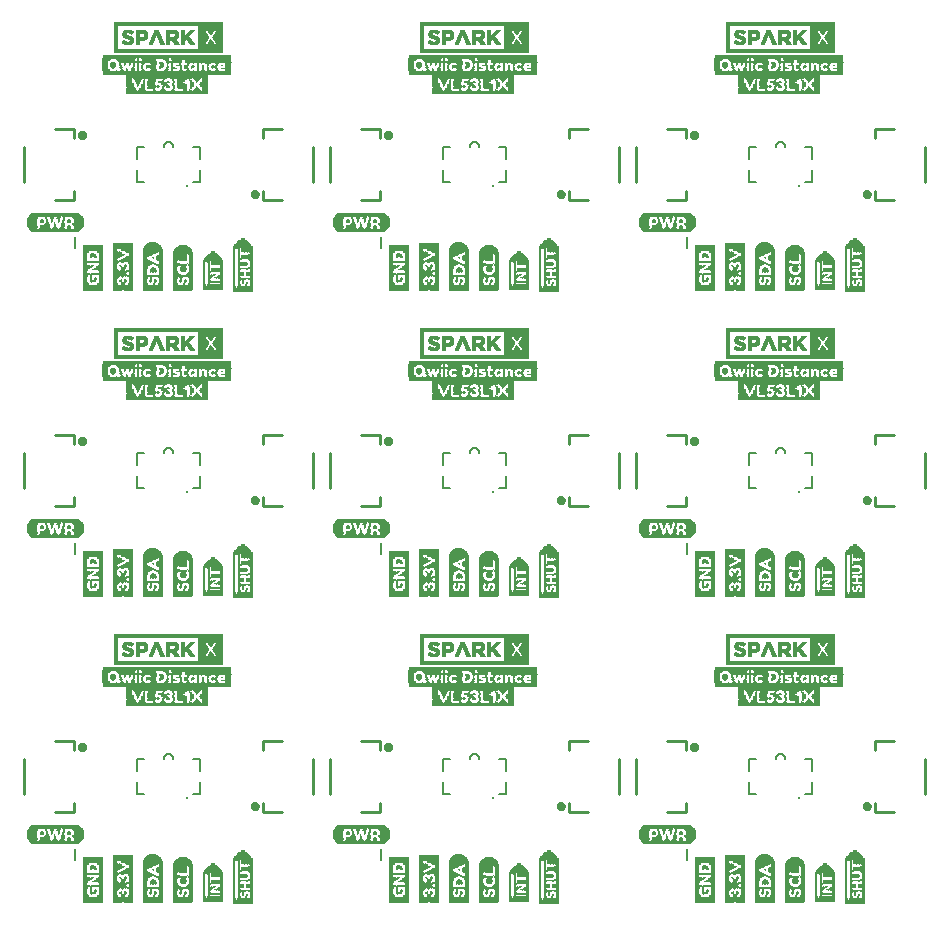
<source format=gto>
G75*
%MOIN*%
%OFA0B0*%
%FSLAX25Y25*%
%IPPOS*%
%LPD*%
%AMOC8*
5,1,8,0,0,1.08239X$1,22.5*
%
%ADD10C,0.01000*%
%ADD11C,0.01575*%
%ADD12C,0.00039*%
%ADD13C,0.01114*%
%ADD14C,0.00700*%
%ADD15C,0.00500*%
%ADD16R,0.42992X0.00157*%
%ADD17R,0.11024X0.00157*%
%ADD18R,0.00945X0.00157*%
%ADD19R,0.09134X0.00157*%
%ADD20R,0.20157X0.00157*%
%ADD21R,0.03465X0.00157*%
%ADD22R,0.06772X0.00157*%
%ADD23R,0.00630X0.00157*%
%ADD24R,0.08819X0.00157*%
%ADD25R,0.20000X0.00157*%
%ADD26R,0.02992X0.00157*%
%ADD27R,0.06299X0.00157*%
%ADD28R,0.00472X0.00157*%
%ADD29R,0.04882X0.00157*%
%ADD30R,0.01732X0.00157*%
%ADD31R,0.02677X0.00157*%
%ADD32R,0.05984X0.00157*%
%ADD33R,0.01417X0.00157*%
%ADD34R,0.03622X0.00157*%
%ADD35R,0.15591X0.00157*%
%ADD36R,0.02520X0.00157*%
%ADD37R,0.05827X0.00157*%
%ADD38R,0.01102X0.00157*%
%ADD39R,0.15433X0.00157*%
%ADD40R,0.02362X0.00157*%
%ADD41R,0.05669X0.00157*%
%ADD42R,0.02205X0.00157*%
%ADD43R,0.12756X0.00157*%
%ADD44R,0.05354X0.00157*%
%ADD45R,0.02047X0.00157*%
%ADD46R,0.12598X0.00157*%
%ADD47R,0.05197X0.00157*%
%ADD48R,0.01890X0.00157*%
%ADD49R,0.00787X0.00157*%
%ADD50R,0.01575X0.00157*%
%ADD51R,0.01260X0.00157*%
%ADD52R,0.00157X0.00157*%
%ADD53R,0.00315X0.00157*%
%ADD54R,0.27244X0.00157*%
%ADD55R,0.11339X0.00157*%
%ADD56R,0.07402X0.00157*%
%ADD57R,0.03307X0.00157*%
%ADD58R,0.03150X0.00157*%
%ADD59R,0.02835X0.00157*%
%ADD60R,0.03937X0.00157*%
%ADD61R,0.00157X0.15906*%
%ADD62R,0.00157X0.02992*%
%ADD63R,0.00157X0.03937*%
%ADD64R,0.00157X0.07402*%
%ADD65R,0.00157X0.02520*%
%ADD66R,0.00157X0.03307*%
%ADD67R,0.00157X0.01102*%
%ADD68R,0.00157X0.02362*%
%ADD69R,0.00157X0.01890*%
%ADD70R,0.00157X0.02677*%
%ADD71R,0.00157X0.00787*%
%ADD72R,0.00157X0.01732*%
%ADD73R,0.00157X0.02205*%
%ADD74R,0.00157X0.00630*%
%ADD75R,0.00157X0.02047*%
%ADD76R,0.00157X0.00472*%
%ADD77R,0.00157X0.00315*%
%ADD78R,0.00157X0.00945*%
%ADD79R,0.00157X0.01575*%
%ADD80R,0.00157X0.01417*%
%ADD81R,0.00157X0.01260*%
%ADD82R,0.00157X0.03150*%
%ADD83R,0.00157X0.03622*%
%ADD84R,0.00157X0.02835*%
%ADD85R,0.00157X0.03465*%
%ADD86R,0.00157X0.15276*%
%ADD87R,0.00157X0.11024*%
%ADD88R,0.00157X0.10079*%
%ADD89R,0.00157X0.10236*%
%ADD90R,0.00157X0.10551*%
%ADD91R,0.00157X0.10709*%
%ADD92R,0.00157X0.11811*%
%ADD93R,0.00157X0.11969*%
%ADD94R,0.00157X0.12126*%
%ADD95R,0.00157X0.12283*%
%ADD96R,0.00157X0.04409*%
%ADD97R,0.00157X0.04252*%
%ADD98R,0.00157X0.04094*%
%ADD99R,0.00157X0.03780*%
%ADD100R,0.00157X0.10866*%
%ADD101R,0.00157X0.12913*%
%ADD102R,0.00157X0.13386*%
%ADD103R,0.00157X0.13701*%
%ADD104R,0.00157X0.14016*%
%ADD105R,0.00157X0.14173*%
%ADD106R,0.00157X0.14331*%
%ADD107R,0.00157X0.14488*%
%ADD108R,0.00157X0.07087*%
%ADD109R,0.00157X0.04882*%
%ADD110R,0.00157X0.05039*%
%ADD111R,0.00157X0.05197*%
%ADD112R,0.00157X0.13858*%
%ADD113R,0.00157X0.14646*%
%ADD114R,0.00157X0.14961*%
%ADD115R,0.00157X0.15118*%
%ADD116R,0.00157X0.15433*%
%ADD117R,0.00157X0.04567*%
%ADD118R,0.00157X0.15591*%
%ADD119R,0.00157X0.15748*%
%ADD120R,0.00157X0.16850*%
%ADD121R,0.00157X0.17008*%
%ADD122R,0.00157X0.17165*%
%ADD123R,0.00157X0.17323*%
%ADD124R,0.14331X0.00157*%
%ADD125R,0.15276X0.00157*%
%ADD126R,0.15906X0.00157*%
%ADD127R,0.16535X0.00157*%
%ADD128R,0.16850X0.00157*%
%ADD129R,0.17165X0.00157*%
%ADD130R,0.17480X0.00157*%
%ADD131R,0.06614X0.00157*%
%ADD132R,0.04094X0.00157*%
%ADD133R,0.03780X0.00157*%
D10*
X0040626Y0066689D02*
X0047122Y0066689D01*
X0047122Y0069642D01*
X0030390Y0072594D02*
X0030390Y0084406D01*
X0040626Y0090311D02*
X0047122Y0090311D01*
X0047122Y0087358D01*
X0109878Y0087358D02*
X0109878Y0090311D01*
X0116374Y0090311D01*
X0126610Y0084406D02*
X0126610Y0072594D01*
X0132390Y0072594D02*
X0132390Y0084406D01*
X0142626Y0090311D02*
X0149122Y0090311D01*
X0149122Y0087358D01*
X0149122Y0069642D02*
X0149122Y0066689D01*
X0142626Y0066689D01*
X0116374Y0066689D02*
X0109878Y0066689D01*
X0109878Y0069642D01*
X0109878Y0168689D02*
X0109878Y0171642D01*
X0109878Y0168689D02*
X0116374Y0168689D01*
X0126610Y0174594D02*
X0126610Y0186406D01*
X0132390Y0186406D02*
X0132390Y0174594D01*
X0142626Y0168689D02*
X0149122Y0168689D01*
X0149122Y0171642D01*
X0149122Y0189358D02*
X0149122Y0192311D01*
X0142626Y0192311D01*
X0116374Y0192311D02*
X0109878Y0192311D01*
X0109878Y0189358D01*
X0047122Y0189358D02*
X0047122Y0192311D01*
X0040626Y0192311D01*
X0030390Y0186406D02*
X0030390Y0174594D01*
X0040626Y0168689D02*
X0047122Y0168689D01*
X0047122Y0171642D01*
X0047122Y0270689D02*
X0040626Y0270689D01*
X0047122Y0270689D02*
X0047122Y0273642D01*
X0030390Y0276594D02*
X0030390Y0288406D01*
X0040626Y0294311D02*
X0047122Y0294311D01*
X0047122Y0291358D01*
X0109878Y0291358D02*
X0109878Y0294311D01*
X0116374Y0294311D01*
X0126610Y0288406D02*
X0126610Y0276594D01*
X0132390Y0276594D02*
X0132390Y0288406D01*
X0142626Y0294311D02*
X0149122Y0294311D01*
X0149122Y0291358D01*
X0149122Y0273642D02*
X0149122Y0270689D01*
X0142626Y0270689D01*
X0116374Y0270689D02*
X0109878Y0270689D01*
X0109878Y0273642D01*
X0211878Y0273642D02*
X0211878Y0270689D01*
X0218374Y0270689D01*
X0228610Y0276594D02*
X0228610Y0288406D01*
X0234390Y0288406D02*
X0234390Y0276594D01*
X0244626Y0270689D02*
X0251122Y0270689D01*
X0251122Y0273642D01*
X0251122Y0291358D02*
X0251122Y0294311D01*
X0244626Y0294311D01*
X0218374Y0294311D02*
X0211878Y0294311D01*
X0211878Y0291358D01*
X0211878Y0192311D02*
X0218374Y0192311D01*
X0211878Y0192311D02*
X0211878Y0189358D01*
X0228610Y0186406D02*
X0228610Y0174594D01*
X0234390Y0174594D02*
X0234390Y0186406D01*
X0244626Y0192311D02*
X0251122Y0192311D01*
X0251122Y0189358D01*
X0251122Y0171642D02*
X0251122Y0168689D01*
X0244626Y0168689D01*
X0218374Y0168689D02*
X0211878Y0168689D01*
X0211878Y0171642D01*
X0211878Y0090311D02*
X0218374Y0090311D01*
X0211878Y0090311D02*
X0211878Y0087358D01*
X0228610Y0084406D02*
X0228610Y0072594D01*
X0234390Y0072594D02*
X0234390Y0084406D01*
X0244626Y0090311D02*
X0251122Y0090311D01*
X0251122Y0087358D01*
X0251122Y0069642D02*
X0251122Y0066689D01*
X0244626Y0066689D01*
X0218374Y0066689D02*
X0211878Y0066689D01*
X0211878Y0069642D01*
X0313878Y0069642D02*
X0313878Y0066689D01*
X0320374Y0066689D01*
X0330610Y0072594D02*
X0330610Y0084406D01*
X0320374Y0090311D02*
X0313878Y0090311D01*
X0313878Y0087358D01*
X0313878Y0168689D02*
X0313878Y0171642D01*
X0313878Y0168689D02*
X0320374Y0168689D01*
X0330610Y0174594D02*
X0330610Y0186406D01*
X0320374Y0192311D02*
X0313878Y0192311D01*
X0313878Y0189358D01*
X0313878Y0270689D02*
X0313878Y0273642D01*
X0313878Y0270689D02*
X0320374Y0270689D01*
X0330610Y0276594D02*
X0330610Y0288406D01*
X0320374Y0294311D02*
X0313878Y0294311D01*
X0313878Y0291358D01*
D11*
X0310762Y0272657D02*
X0310764Y0272704D01*
X0310770Y0272750D01*
X0310779Y0272796D01*
X0310793Y0272840D01*
X0310810Y0272884D01*
X0310831Y0272925D01*
X0310855Y0272965D01*
X0310882Y0273003D01*
X0310913Y0273038D01*
X0310946Y0273071D01*
X0310982Y0273101D01*
X0311021Y0273127D01*
X0311061Y0273151D01*
X0311103Y0273170D01*
X0311147Y0273187D01*
X0311192Y0273199D01*
X0311238Y0273208D01*
X0311284Y0273213D01*
X0311331Y0273214D01*
X0311377Y0273211D01*
X0311423Y0273204D01*
X0311469Y0273193D01*
X0311513Y0273179D01*
X0311556Y0273161D01*
X0311597Y0273139D01*
X0311637Y0273114D01*
X0311674Y0273086D01*
X0311709Y0273055D01*
X0311741Y0273021D01*
X0311770Y0272984D01*
X0311795Y0272946D01*
X0311818Y0272905D01*
X0311837Y0272862D01*
X0311852Y0272818D01*
X0311864Y0272773D01*
X0311872Y0272727D01*
X0311876Y0272680D01*
X0311876Y0272634D01*
X0311872Y0272587D01*
X0311864Y0272541D01*
X0311852Y0272496D01*
X0311837Y0272452D01*
X0311818Y0272409D01*
X0311795Y0272368D01*
X0311770Y0272330D01*
X0311741Y0272293D01*
X0311709Y0272259D01*
X0311674Y0272228D01*
X0311637Y0272200D01*
X0311598Y0272175D01*
X0311556Y0272153D01*
X0311513Y0272135D01*
X0311469Y0272121D01*
X0311423Y0272110D01*
X0311377Y0272103D01*
X0311331Y0272100D01*
X0311284Y0272101D01*
X0311238Y0272106D01*
X0311192Y0272115D01*
X0311147Y0272127D01*
X0311103Y0272144D01*
X0311061Y0272163D01*
X0311021Y0272187D01*
X0310982Y0272213D01*
X0310946Y0272243D01*
X0310913Y0272276D01*
X0310882Y0272311D01*
X0310855Y0272349D01*
X0310831Y0272389D01*
X0310810Y0272430D01*
X0310793Y0272474D01*
X0310779Y0272518D01*
X0310770Y0272564D01*
X0310764Y0272610D01*
X0310762Y0272657D01*
X0253124Y0292343D02*
X0253126Y0292390D01*
X0253132Y0292436D01*
X0253141Y0292482D01*
X0253155Y0292526D01*
X0253172Y0292570D01*
X0253193Y0292611D01*
X0253217Y0292651D01*
X0253244Y0292689D01*
X0253275Y0292724D01*
X0253308Y0292757D01*
X0253344Y0292787D01*
X0253383Y0292813D01*
X0253423Y0292837D01*
X0253465Y0292856D01*
X0253509Y0292873D01*
X0253554Y0292885D01*
X0253600Y0292894D01*
X0253646Y0292899D01*
X0253693Y0292900D01*
X0253739Y0292897D01*
X0253785Y0292890D01*
X0253831Y0292879D01*
X0253875Y0292865D01*
X0253918Y0292847D01*
X0253959Y0292825D01*
X0253999Y0292800D01*
X0254036Y0292772D01*
X0254071Y0292741D01*
X0254103Y0292707D01*
X0254132Y0292670D01*
X0254157Y0292632D01*
X0254180Y0292591D01*
X0254199Y0292548D01*
X0254214Y0292504D01*
X0254226Y0292459D01*
X0254234Y0292413D01*
X0254238Y0292366D01*
X0254238Y0292320D01*
X0254234Y0292273D01*
X0254226Y0292227D01*
X0254214Y0292182D01*
X0254199Y0292138D01*
X0254180Y0292095D01*
X0254157Y0292054D01*
X0254132Y0292016D01*
X0254103Y0291979D01*
X0254071Y0291945D01*
X0254036Y0291914D01*
X0253999Y0291886D01*
X0253960Y0291861D01*
X0253918Y0291839D01*
X0253875Y0291821D01*
X0253831Y0291807D01*
X0253785Y0291796D01*
X0253739Y0291789D01*
X0253693Y0291786D01*
X0253646Y0291787D01*
X0253600Y0291792D01*
X0253554Y0291801D01*
X0253509Y0291813D01*
X0253465Y0291830D01*
X0253423Y0291849D01*
X0253383Y0291873D01*
X0253344Y0291899D01*
X0253308Y0291929D01*
X0253275Y0291962D01*
X0253244Y0291997D01*
X0253217Y0292035D01*
X0253193Y0292075D01*
X0253172Y0292116D01*
X0253155Y0292160D01*
X0253141Y0292204D01*
X0253132Y0292250D01*
X0253126Y0292296D01*
X0253124Y0292343D01*
X0208762Y0272657D02*
X0208764Y0272704D01*
X0208770Y0272750D01*
X0208779Y0272796D01*
X0208793Y0272840D01*
X0208810Y0272884D01*
X0208831Y0272925D01*
X0208855Y0272965D01*
X0208882Y0273003D01*
X0208913Y0273038D01*
X0208946Y0273071D01*
X0208982Y0273101D01*
X0209021Y0273127D01*
X0209061Y0273151D01*
X0209103Y0273170D01*
X0209147Y0273187D01*
X0209192Y0273199D01*
X0209238Y0273208D01*
X0209284Y0273213D01*
X0209331Y0273214D01*
X0209377Y0273211D01*
X0209423Y0273204D01*
X0209469Y0273193D01*
X0209513Y0273179D01*
X0209556Y0273161D01*
X0209597Y0273139D01*
X0209637Y0273114D01*
X0209674Y0273086D01*
X0209709Y0273055D01*
X0209741Y0273021D01*
X0209770Y0272984D01*
X0209795Y0272946D01*
X0209818Y0272905D01*
X0209837Y0272862D01*
X0209852Y0272818D01*
X0209864Y0272773D01*
X0209872Y0272727D01*
X0209876Y0272680D01*
X0209876Y0272634D01*
X0209872Y0272587D01*
X0209864Y0272541D01*
X0209852Y0272496D01*
X0209837Y0272452D01*
X0209818Y0272409D01*
X0209795Y0272368D01*
X0209770Y0272330D01*
X0209741Y0272293D01*
X0209709Y0272259D01*
X0209674Y0272228D01*
X0209637Y0272200D01*
X0209598Y0272175D01*
X0209556Y0272153D01*
X0209513Y0272135D01*
X0209469Y0272121D01*
X0209423Y0272110D01*
X0209377Y0272103D01*
X0209331Y0272100D01*
X0209284Y0272101D01*
X0209238Y0272106D01*
X0209192Y0272115D01*
X0209147Y0272127D01*
X0209103Y0272144D01*
X0209061Y0272163D01*
X0209021Y0272187D01*
X0208982Y0272213D01*
X0208946Y0272243D01*
X0208913Y0272276D01*
X0208882Y0272311D01*
X0208855Y0272349D01*
X0208831Y0272389D01*
X0208810Y0272430D01*
X0208793Y0272474D01*
X0208779Y0272518D01*
X0208770Y0272564D01*
X0208764Y0272610D01*
X0208762Y0272657D01*
X0151124Y0292343D02*
X0151126Y0292390D01*
X0151132Y0292436D01*
X0151141Y0292482D01*
X0151155Y0292526D01*
X0151172Y0292570D01*
X0151193Y0292611D01*
X0151217Y0292651D01*
X0151244Y0292689D01*
X0151275Y0292724D01*
X0151308Y0292757D01*
X0151344Y0292787D01*
X0151383Y0292813D01*
X0151423Y0292837D01*
X0151465Y0292856D01*
X0151509Y0292873D01*
X0151554Y0292885D01*
X0151600Y0292894D01*
X0151646Y0292899D01*
X0151693Y0292900D01*
X0151739Y0292897D01*
X0151785Y0292890D01*
X0151831Y0292879D01*
X0151875Y0292865D01*
X0151918Y0292847D01*
X0151959Y0292825D01*
X0151999Y0292800D01*
X0152036Y0292772D01*
X0152071Y0292741D01*
X0152103Y0292707D01*
X0152132Y0292670D01*
X0152157Y0292632D01*
X0152180Y0292591D01*
X0152199Y0292548D01*
X0152214Y0292504D01*
X0152226Y0292459D01*
X0152234Y0292413D01*
X0152238Y0292366D01*
X0152238Y0292320D01*
X0152234Y0292273D01*
X0152226Y0292227D01*
X0152214Y0292182D01*
X0152199Y0292138D01*
X0152180Y0292095D01*
X0152157Y0292054D01*
X0152132Y0292016D01*
X0152103Y0291979D01*
X0152071Y0291945D01*
X0152036Y0291914D01*
X0151999Y0291886D01*
X0151960Y0291861D01*
X0151918Y0291839D01*
X0151875Y0291821D01*
X0151831Y0291807D01*
X0151785Y0291796D01*
X0151739Y0291789D01*
X0151693Y0291786D01*
X0151646Y0291787D01*
X0151600Y0291792D01*
X0151554Y0291801D01*
X0151509Y0291813D01*
X0151465Y0291830D01*
X0151423Y0291849D01*
X0151383Y0291873D01*
X0151344Y0291899D01*
X0151308Y0291929D01*
X0151275Y0291962D01*
X0151244Y0291997D01*
X0151217Y0292035D01*
X0151193Y0292075D01*
X0151172Y0292116D01*
X0151155Y0292160D01*
X0151141Y0292204D01*
X0151132Y0292250D01*
X0151126Y0292296D01*
X0151124Y0292343D01*
X0106762Y0272657D02*
X0106764Y0272704D01*
X0106770Y0272750D01*
X0106779Y0272796D01*
X0106793Y0272840D01*
X0106810Y0272884D01*
X0106831Y0272925D01*
X0106855Y0272965D01*
X0106882Y0273003D01*
X0106913Y0273038D01*
X0106946Y0273071D01*
X0106982Y0273101D01*
X0107021Y0273127D01*
X0107061Y0273151D01*
X0107103Y0273170D01*
X0107147Y0273187D01*
X0107192Y0273199D01*
X0107238Y0273208D01*
X0107284Y0273213D01*
X0107331Y0273214D01*
X0107377Y0273211D01*
X0107423Y0273204D01*
X0107469Y0273193D01*
X0107513Y0273179D01*
X0107556Y0273161D01*
X0107597Y0273139D01*
X0107637Y0273114D01*
X0107674Y0273086D01*
X0107709Y0273055D01*
X0107741Y0273021D01*
X0107770Y0272984D01*
X0107795Y0272946D01*
X0107818Y0272905D01*
X0107837Y0272862D01*
X0107852Y0272818D01*
X0107864Y0272773D01*
X0107872Y0272727D01*
X0107876Y0272680D01*
X0107876Y0272634D01*
X0107872Y0272587D01*
X0107864Y0272541D01*
X0107852Y0272496D01*
X0107837Y0272452D01*
X0107818Y0272409D01*
X0107795Y0272368D01*
X0107770Y0272330D01*
X0107741Y0272293D01*
X0107709Y0272259D01*
X0107674Y0272228D01*
X0107637Y0272200D01*
X0107598Y0272175D01*
X0107556Y0272153D01*
X0107513Y0272135D01*
X0107469Y0272121D01*
X0107423Y0272110D01*
X0107377Y0272103D01*
X0107331Y0272100D01*
X0107284Y0272101D01*
X0107238Y0272106D01*
X0107192Y0272115D01*
X0107147Y0272127D01*
X0107103Y0272144D01*
X0107061Y0272163D01*
X0107021Y0272187D01*
X0106982Y0272213D01*
X0106946Y0272243D01*
X0106913Y0272276D01*
X0106882Y0272311D01*
X0106855Y0272349D01*
X0106831Y0272389D01*
X0106810Y0272430D01*
X0106793Y0272474D01*
X0106779Y0272518D01*
X0106770Y0272564D01*
X0106764Y0272610D01*
X0106762Y0272657D01*
X0049124Y0292343D02*
X0049126Y0292390D01*
X0049132Y0292436D01*
X0049141Y0292482D01*
X0049155Y0292526D01*
X0049172Y0292570D01*
X0049193Y0292611D01*
X0049217Y0292651D01*
X0049244Y0292689D01*
X0049275Y0292724D01*
X0049308Y0292757D01*
X0049344Y0292787D01*
X0049383Y0292813D01*
X0049423Y0292837D01*
X0049465Y0292856D01*
X0049509Y0292873D01*
X0049554Y0292885D01*
X0049600Y0292894D01*
X0049646Y0292899D01*
X0049693Y0292900D01*
X0049739Y0292897D01*
X0049785Y0292890D01*
X0049831Y0292879D01*
X0049875Y0292865D01*
X0049918Y0292847D01*
X0049959Y0292825D01*
X0049999Y0292800D01*
X0050036Y0292772D01*
X0050071Y0292741D01*
X0050103Y0292707D01*
X0050132Y0292670D01*
X0050157Y0292632D01*
X0050180Y0292591D01*
X0050199Y0292548D01*
X0050214Y0292504D01*
X0050226Y0292459D01*
X0050234Y0292413D01*
X0050238Y0292366D01*
X0050238Y0292320D01*
X0050234Y0292273D01*
X0050226Y0292227D01*
X0050214Y0292182D01*
X0050199Y0292138D01*
X0050180Y0292095D01*
X0050157Y0292054D01*
X0050132Y0292016D01*
X0050103Y0291979D01*
X0050071Y0291945D01*
X0050036Y0291914D01*
X0049999Y0291886D01*
X0049960Y0291861D01*
X0049918Y0291839D01*
X0049875Y0291821D01*
X0049831Y0291807D01*
X0049785Y0291796D01*
X0049739Y0291789D01*
X0049693Y0291786D01*
X0049646Y0291787D01*
X0049600Y0291792D01*
X0049554Y0291801D01*
X0049509Y0291813D01*
X0049465Y0291830D01*
X0049423Y0291849D01*
X0049383Y0291873D01*
X0049344Y0291899D01*
X0049308Y0291929D01*
X0049275Y0291962D01*
X0049244Y0291997D01*
X0049217Y0292035D01*
X0049193Y0292075D01*
X0049172Y0292116D01*
X0049155Y0292160D01*
X0049141Y0292204D01*
X0049132Y0292250D01*
X0049126Y0292296D01*
X0049124Y0292343D01*
X0049124Y0190343D02*
X0049126Y0190390D01*
X0049132Y0190436D01*
X0049141Y0190482D01*
X0049155Y0190526D01*
X0049172Y0190570D01*
X0049193Y0190611D01*
X0049217Y0190651D01*
X0049244Y0190689D01*
X0049275Y0190724D01*
X0049308Y0190757D01*
X0049344Y0190787D01*
X0049383Y0190813D01*
X0049423Y0190837D01*
X0049465Y0190856D01*
X0049509Y0190873D01*
X0049554Y0190885D01*
X0049600Y0190894D01*
X0049646Y0190899D01*
X0049693Y0190900D01*
X0049739Y0190897D01*
X0049785Y0190890D01*
X0049831Y0190879D01*
X0049875Y0190865D01*
X0049918Y0190847D01*
X0049959Y0190825D01*
X0049999Y0190800D01*
X0050036Y0190772D01*
X0050071Y0190741D01*
X0050103Y0190707D01*
X0050132Y0190670D01*
X0050157Y0190632D01*
X0050180Y0190591D01*
X0050199Y0190548D01*
X0050214Y0190504D01*
X0050226Y0190459D01*
X0050234Y0190413D01*
X0050238Y0190366D01*
X0050238Y0190320D01*
X0050234Y0190273D01*
X0050226Y0190227D01*
X0050214Y0190182D01*
X0050199Y0190138D01*
X0050180Y0190095D01*
X0050157Y0190054D01*
X0050132Y0190016D01*
X0050103Y0189979D01*
X0050071Y0189945D01*
X0050036Y0189914D01*
X0049999Y0189886D01*
X0049960Y0189861D01*
X0049918Y0189839D01*
X0049875Y0189821D01*
X0049831Y0189807D01*
X0049785Y0189796D01*
X0049739Y0189789D01*
X0049693Y0189786D01*
X0049646Y0189787D01*
X0049600Y0189792D01*
X0049554Y0189801D01*
X0049509Y0189813D01*
X0049465Y0189830D01*
X0049423Y0189849D01*
X0049383Y0189873D01*
X0049344Y0189899D01*
X0049308Y0189929D01*
X0049275Y0189962D01*
X0049244Y0189997D01*
X0049217Y0190035D01*
X0049193Y0190075D01*
X0049172Y0190116D01*
X0049155Y0190160D01*
X0049141Y0190204D01*
X0049132Y0190250D01*
X0049126Y0190296D01*
X0049124Y0190343D01*
X0106762Y0170657D02*
X0106764Y0170704D01*
X0106770Y0170750D01*
X0106779Y0170796D01*
X0106793Y0170840D01*
X0106810Y0170884D01*
X0106831Y0170925D01*
X0106855Y0170965D01*
X0106882Y0171003D01*
X0106913Y0171038D01*
X0106946Y0171071D01*
X0106982Y0171101D01*
X0107021Y0171127D01*
X0107061Y0171151D01*
X0107103Y0171170D01*
X0107147Y0171187D01*
X0107192Y0171199D01*
X0107238Y0171208D01*
X0107284Y0171213D01*
X0107331Y0171214D01*
X0107377Y0171211D01*
X0107423Y0171204D01*
X0107469Y0171193D01*
X0107513Y0171179D01*
X0107556Y0171161D01*
X0107597Y0171139D01*
X0107637Y0171114D01*
X0107674Y0171086D01*
X0107709Y0171055D01*
X0107741Y0171021D01*
X0107770Y0170984D01*
X0107795Y0170946D01*
X0107818Y0170905D01*
X0107837Y0170862D01*
X0107852Y0170818D01*
X0107864Y0170773D01*
X0107872Y0170727D01*
X0107876Y0170680D01*
X0107876Y0170634D01*
X0107872Y0170587D01*
X0107864Y0170541D01*
X0107852Y0170496D01*
X0107837Y0170452D01*
X0107818Y0170409D01*
X0107795Y0170368D01*
X0107770Y0170330D01*
X0107741Y0170293D01*
X0107709Y0170259D01*
X0107674Y0170228D01*
X0107637Y0170200D01*
X0107598Y0170175D01*
X0107556Y0170153D01*
X0107513Y0170135D01*
X0107469Y0170121D01*
X0107423Y0170110D01*
X0107377Y0170103D01*
X0107331Y0170100D01*
X0107284Y0170101D01*
X0107238Y0170106D01*
X0107192Y0170115D01*
X0107147Y0170127D01*
X0107103Y0170144D01*
X0107061Y0170163D01*
X0107021Y0170187D01*
X0106982Y0170213D01*
X0106946Y0170243D01*
X0106913Y0170276D01*
X0106882Y0170311D01*
X0106855Y0170349D01*
X0106831Y0170389D01*
X0106810Y0170430D01*
X0106793Y0170474D01*
X0106779Y0170518D01*
X0106770Y0170564D01*
X0106764Y0170610D01*
X0106762Y0170657D01*
X0151124Y0190343D02*
X0151126Y0190390D01*
X0151132Y0190436D01*
X0151141Y0190482D01*
X0151155Y0190526D01*
X0151172Y0190570D01*
X0151193Y0190611D01*
X0151217Y0190651D01*
X0151244Y0190689D01*
X0151275Y0190724D01*
X0151308Y0190757D01*
X0151344Y0190787D01*
X0151383Y0190813D01*
X0151423Y0190837D01*
X0151465Y0190856D01*
X0151509Y0190873D01*
X0151554Y0190885D01*
X0151600Y0190894D01*
X0151646Y0190899D01*
X0151693Y0190900D01*
X0151739Y0190897D01*
X0151785Y0190890D01*
X0151831Y0190879D01*
X0151875Y0190865D01*
X0151918Y0190847D01*
X0151959Y0190825D01*
X0151999Y0190800D01*
X0152036Y0190772D01*
X0152071Y0190741D01*
X0152103Y0190707D01*
X0152132Y0190670D01*
X0152157Y0190632D01*
X0152180Y0190591D01*
X0152199Y0190548D01*
X0152214Y0190504D01*
X0152226Y0190459D01*
X0152234Y0190413D01*
X0152238Y0190366D01*
X0152238Y0190320D01*
X0152234Y0190273D01*
X0152226Y0190227D01*
X0152214Y0190182D01*
X0152199Y0190138D01*
X0152180Y0190095D01*
X0152157Y0190054D01*
X0152132Y0190016D01*
X0152103Y0189979D01*
X0152071Y0189945D01*
X0152036Y0189914D01*
X0151999Y0189886D01*
X0151960Y0189861D01*
X0151918Y0189839D01*
X0151875Y0189821D01*
X0151831Y0189807D01*
X0151785Y0189796D01*
X0151739Y0189789D01*
X0151693Y0189786D01*
X0151646Y0189787D01*
X0151600Y0189792D01*
X0151554Y0189801D01*
X0151509Y0189813D01*
X0151465Y0189830D01*
X0151423Y0189849D01*
X0151383Y0189873D01*
X0151344Y0189899D01*
X0151308Y0189929D01*
X0151275Y0189962D01*
X0151244Y0189997D01*
X0151217Y0190035D01*
X0151193Y0190075D01*
X0151172Y0190116D01*
X0151155Y0190160D01*
X0151141Y0190204D01*
X0151132Y0190250D01*
X0151126Y0190296D01*
X0151124Y0190343D01*
X0208762Y0170657D02*
X0208764Y0170704D01*
X0208770Y0170750D01*
X0208779Y0170796D01*
X0208793Y0170840D01*
X0208810Y0170884D01*
X0208831Y0170925D01*
X0208855Y0170965D01*
X0208882Y0171003D01*
X0208913Y0171038D01*
X0208946Y0171071D01*
X0208982Y0171101D01*
X0209021Y0171127D01*
X0209061Y0171151D01*
X0209103Y0171170D01*
X0209147Y0171187D01*
X0209192Y0171199D01*
X0209238Y0171208D01*
X0209284Y0171213D01*
X0209331Y0171214D01*
X0209377Y0171211D01*
X0209423Y0171204D01*
X0209469Y0171193D01*
X0209513Y0171179D01*
X0209556Y0171161D01*
X0209597Y0171139D01*
X0209637Y0171114D01*
X0209674Y0171086D01*
X0209709Y0171055D01*
X0209741Y0171021D01*
X0209770Y0170984D01*
X0209795Y0170946D01*
X0209818Y0170905D01*
X0209837Y0170862D01*
X0209852Y0170818D01*
X0209864Y0170773D01*
X0209872Y0170727D01*
X0209876Y0170680D01*
X0209876Y0170634D01*
X0209872Y0170587D01*
X0209864Y0170541D01*
X0209852Y0170496D01*
X0209837Y0170452D01*
X0209818Y0170409D01*
X0209795Y0170368D01*
X0209770Y0170330D01*
X0209741Y0170293D01*
X0209709Y0170259D01*
X0209674Y0170228D01*
X0209637Y0170200D01*
X0209598Y0170175D01*
X0209556Y0170153D01*
X0209513Y0170135D01*
X0209469Y0170121D01*
X0209423Y0170110D01*
X0209377Y0170103D01*
X0209331Y0170100D01*
X0209284Y0170101D01*
X0209238Y0170106D01*
X0209192Y0170115D01*
X0209147Y0170127D01*
X0209103Y0170144D01*
X0209061Y0170163D01*
X0209021Y0170187D01*
X0208982Y0170213D01*
X0208946Y0170243D01*
X0208913Y0170276D01*
X0208882Y0170311D01*
X0208855Y0170349D01*
X0208831Y0170389D01*
X0208810Y0170430D01*
X0208793Y0170474D01*
X0208779Y0170518D01*
X0208770Y0170564D01*
X0208764Y0170610D01*
X0208762Y0170657D01*
X0253124Y0190343D02*
X0253126Y0190390D01*
X0253132Y0190436D01*
X0253141Y0190482D01*
X0253155Y0190526D01*
X0253172Y0190570D01*
X0253193Y0190611D01*
X0253217Y0190651D01*
X0253244Y0190689D01*
X0253275Y0190724D01*
X0253308Y0190757D01*
X0253344Y0190787D01*
X0253383Y0190813D01*
X0253423Y0190837D01*
X0253465Y0190856D01*
X0253509Y0190873D01*
X0253554Y0190885D01*
X0253600Y0190894D01*
X0253646Y0190899D01*
X0253693Y0190900D01*
X0253739Y0190897D01*
X0253785Y0190890D01*
X0253831Y0190879D01*
X0253875Y0190865D01*
X0253918Y0190847D01*
X0253959Y0190825D01*
X0253999Y0190800D01*
X0254036Y0190772D01*
X0254071Y0190741D01*
X0254103Y0190707D01*
X0254132Y0190670D01*
X0254157Y0190632D01*
X0254180Y0190591D01*
X0254199Y0190548D01*
X0254214Y0190504D01*
X0254226Y0190459D01*
X0254234Y0190413D01*
X0254238Y0190366D01*
X0254238Y0190320D01*
X0254234Y0190273D01*
X0254226Y0190227D01*
X0254214Y0190182D01*
X0254199Y0190138D01*
X0254180Y0190095D01*
X0254157Y0190054D01*
X0254132Y0190016D01*
X0254103Y0189979D01*
X0254071Y0189945D01*
X0254036Y0189914D01*
X0253999Y0189886D01*
X0253960Y0189861D01*
X0253918Y0189839D01*
X0253875Y0189821D01*
X0253831Y0189807D01*
X0253785Y0189796D01*
X0253739Y0189789D01*
X0253693Y0189786D01*
X0253646Y0189787D01*
X0253600Y0189792D01*
X0253554Y0189801D01*
X0253509Y0189813D01*
X0253465Y0189830D01*
X0253423Y0189849D01*
X0253383Y0189873D01*
X0253344Y0189899D01*
X0253308Y0189929D01*
X0253275Y0189962D01*
X0253244Y0189997D01*
X0253217Y0190035D01*
X0253193Y0190075D01*
X0253172Y0190116D01*
X0253155Y0190160D01*
X0253141Y0190204D01*
X0253132Y0190250D01*
X0253126Y0190296D01*
X0253124Y0190343D01*
X0310762Y0170657D02*
X0310764Y0170704D01*
X0310770Y0170750D01*
X0310779Y0170796D01*
X0310793Y0170840D01*
X0310810Y0170884D01*
X0310831Y0170925D01*
X0310855Y0170965D01*
X0310882Y0171003D01*
X0310913Y0171038D01*
X0310946Y0171071D01*
X0310982Y0171101D01*
X0311021Y0171127D01*
X0311061Y0171151D01*
X0311103Y0171170D01*
X0311147Y0171187D01*
X0311192Y0171199D01*
X0311238Y0171208D01*
X0311284Y0171213D01*
X0311331Y0171214D01*
X0311377Y0171211D01*
X0311423Y0171204D01*
X0311469Y0171193D01*
X0311513Y0171179D01*
X0311556Y0171161D01*
X0311597Y0171139D01*
X0311637Y0171114D01*
X0311674Y0171086D01*
X0311709Y0171055D01*
X0311741Y0171021D01*
X0311770Y0170984D01*
X0311795Y0170946D01*
X0311818Y0170905D01*
X0311837Y0170862D01*
X0311852Y0170818D01*
X0311864Y0170773D01*
X0311872Y0170727D01*
X0311876Y0170680D01*
X0311876Y0170634D01*
X0311872Y0170587D01*
X0311864Y0170541D01*
X0311852Y0170496D01*
X0311837Y0170452D01*
X0311818Y0170409D01*
X0311795Y0170368D01*
X0311770Y0170330D01*
X0311741Y0170293D01*
X0311709Y0170259D01*
X0311674Y0170228D01*
X0311637Y0170200D01*
X0311598Y0170175D01*
X0311556Y0170153D01*
X0311513Y0170135D01*
X0311469Y0170121D01*
X0311423Y0170110D01*
X0311377Y0170103D01*
X0311331Y0170100D01*
X0311284Y0170101D01*
X0311238Y0170106D01*
X0311192Y0170115D01*
X0311147Y0170127D01*
X0311103Y0170144D01*
X0311061Y0170163D01*
X0311021Y0170187D01*
X0310982Y0170213D01*
X0310946Y0170243D01*
X0310913Y0170276D01*
X0310882Y0170311D01*
X0310855Y0170349D01*
X0310831Y0170389D01*
X0310810Y0170430D01*
X0310793Y0170474D01*
X0310779Y0170518D01*
X0310770Y0170564D01*
X0310764Y0170610D01*
X0310762Y0170657D01*
X0253124Y0088343D02*
X0253126Y0088390D01*
X0253132Y0088436D01*
X0253141Y0088482D01*
X0253155Y0088526D01*
X0253172Y0088570D01*
X0253193Y0088611D01*
X0253217Y0088651D01*
X0253244Y0088689D01*
X0253275Y0088724D01*
X0253308Y0088757D01*
X0253344Y0088787D01*
X0253383Y0088813D01*
X0253423Y0088837D01*
X0253465Y0088856D01*
X0253509Y0088873D01*
X0253554Y0088885D01*
X0253600Y0088894D01*
X0253646Y0088899D01*
X0253693Y0088900D01*
X0253739Y0088897D01*
X0253785Y0088890D01*
X0253831Y0088879D01*
X0253875Y0088865D01*
X0253918Y0088847D01*
X0253959Y0088825D01*
X0253999Y0088800D01*
X0254036Y0088772D01*
X0254071Y0088741D01*
X0254103Y0088707D01*
X0254132Y0088670D01*
X0254157Y0088632D01*
X0254180Y0088591D01*
X0254199Y0088548D01*
X0254214Y0088504D01*
X0254226Y0088459D01*
X0254234Y0088413D01*
X0254238Y0088366D01*
X0254238Y0088320D01*
X0254234Y0088273D01*
X0254226Y0088227D01*
X0254214Y0088182D01*
X0254199Y0088138D01*
X0254180Y0088095D01*
X0254157Y0088054D01*
X0254132Y0088016D01*
X0254103Y0087979D01*
X0254071Y0087945D01*
X0254036Y0087914D01*
X0253999Y0087886D01*
X0253960Y0087861D01*
X0253918Y0087839D01*
X0253875Y0087821D01*
X0253831Y0087807D01*
X0253785Y0087796D01*
X0253739Y0087789D01*
X0253693Y0087786D01*
X0253646Y0087787D01*
X0253600Y0087792D01*
X0253554Y0087801D01*
X0253509Y0087813D01*
X0253465Y0087830D01*
X0253423Y0087849D01*
X0253383Y0087873D01*
X0253344Y0087899D01*
X0253308Y0087929D01*
X0253275Y0087962D01*
X0253244Y0087997D01*
X0253217Y0088035D01*
X0253193Y0088075D01*
X0253172Y0088116D01*
X0253155Y0088160D01*
X0253141Y0088204D01*
X0253132Y0088250D01*
X0253126Y0088296D01*
X0253124Y0088343D01*
X0208762Y0068657D02*
X0208764Y0068704D01*
X0208770Y0068750D01*
X0208779Y0068796D01*
X0208793Y0068840D01*
X0208810Y0068884D01*
X0208831Y0068925D01*
X0208855Y0068965D01*
X0208882Y0069003D01*
X0208913Y0069038D01*
X0208946Y0069071D01*
X0208982Y0069101D01*
X0209021Y0069127D01*
X0209061Y0069151D01*
X0209103Y0069170D01*
X0209147Y0069187D01*
X0209192Y0069199D01*
X0209238Y0069208D01*
X0209284Y0069213D01*
X0209331Y0069214D01*
X0209377Y0069211D01*
X0209423Y0069204D01*
X0209469Y0069193D01*
X0209513Y0069179D01*
X0209556Y0069161D01*
X0209597Y0069139D01*
X0209637Y0069114D01*
X0209674Y0069086D01*
X0209709Y0069055D01*
X0209741Y0069021D01*
X0209770Y0068984D01*
X0209795Y0068946D01*
X0209818Y0068905D01*
X0209837Y0068862D01*
X0209852Y0068818D01*
X0209864Y0068773D01*
X0209872Y0068727D01*
X0209876Y0068680D01*
X0209876Y0068634D01*
X0209872Y0068587D01*
X0209864Y0068541D01*
X0209852Y0068496D01*
X0209837Y0068452D01*
X0209818Y0068409D01*
X0209795Y0068368D01*
X0209770Y0068330D01*
X0209741Y0068293D01*
X0209709Y0068259D01*
X0209674Y0068228D01*
X0209637Y0068200D01*
X0209598Y0068175D01*
X0209556Y0068153D01*
X0209513Y0068135D01*
X0209469Y0068121D01*
X0209423Y0068110D01*
X0209377Y0068103D01*
X0209331Y0068100D01*
X0209284Y0068101D01*
X0209238Y0068106D01*
X0209192Y0068115D01*
X0209147Y0068127D01*
X0209103Y0068144D01*
X0209061Y0068163D01*
X0209021Y0068187D01*
X0208982Y0068213D01*
X0208946Y0068243D01*
X0208913Y0068276D01*
X0208882Y0068311D01*
X0208855Y0068349D01*
X0208831Y0068389D01*
X0208810Y0068430D01*
X0208793Y0068474D01*
X0208779Y0068518D01*
X0208770Y0068564D01*
X0208764Y0068610D01*
X0208762Y0068657D01*
X0151124Y0088343D02*
X0151126Y0088390D01*
X0151132Y0088436D01*
X0151141Y0088482D01*
X0151155Y0088526D01*
X0151172Y0088570D01*
X0151193Y0088611D01*
X0151217Y0088651D01*
X0151244Y0088689D01*
X0151275Y0088724D01*
X0151308Y0088757D01*
X0151344Y0088787D01*
X0151383Y0088813D01*
X0151423Y0088837D01*
X0151465Y0088856D01*
X0151509Y0088873D01*
X0151554Y0088885D01*
X0151600Y0088894D01*
X0151646Y0088899D01*
X0151693Y0088900D01*
X0151739Y0088897D01*
X0151785Y0088890D01*
X0151831Y0088879D01*
X0151875Y0088865D01*
X0151918Y0088847D01*
X0151959Y0088825D01*
X0151999Y0088800D01*
X0152036Y0088772D01*
X0152071Y0088741D01*
X0152103Y0088707D01*
X0152132Y0088670D01*
X0152157Y0088632D01*
X0152180Y0088591D01*
X0152199Y0088548D01*
X0152214Y0088504D01*
X0152226Y0088459D01*
X0152234Y0088413D01*
X0152238Y0088366D01*
X0152238Y0088320D01*
X0152234Y0088273D01*
X0152226Y0088227D01*
X0152214Y0088182D01*
X0152199Y0088138D01*
X0152180Y0088095D01*
X0152157Y0088054D01*
X0152132Y0088016D01*
X0152103Y0087979D01*
X0152071Y0087945D01*
X0152036Y0087914D01*
X0151999Y0087886D01*
X0151960Y0087861D01*
X0151918Y0087839D01*
X0151875Y0087821D01*
X0151831Y0087807D01*
X0151785Y0087796D01*
X0151739Y0087789D01*
X0151693Y0087786D01*
X0151646Y0087787D01*
X0151600Y0087792D01*
X0151554Y0087801D01*
X0151509Y0087813D01*
X0151465Y0087830D01*
X0151423Y0087849D01*
X0151383Y0087873D01*
X0151344Y0087899D01*
X0151308Y0087929D01*
X0151275Y0087962D01*
X0151244Y0087997D01*
X0151217Y0088035D01*
X0151193Y0088075D01*
X0151172Y0088116D01*
X0151155Y0088160D01*
X0151141Y0088204D01*
X0151132Y0088250D01*
X0151126Y0088296D01*
X0151124Y0088343D01*
X0106762Y0068657D02*
X0106764Y0068704D01*
X0106770Y0068750D01*
X0106779Y0068796D01*
X0106793Y0068840D01*
X0106810Y0068884D01*
X0106831Y0068925D01*
X0106855Y0068965D01*
X0106882Y0069003D01*
X0106913Y0069038D01*
X0106946Y0069071D01*
X0106982Y0069101D01*
X0107021Y0069127D01*
X0107061Y0069151D01*
X0107103Y0069170D01*
X0107147Y0069187D01*
X0107192Y0069199D01*
X0107238Y0069208D01*
X0107284Y0069213D01*
X0107331Y0069214D01*
X0107377Y0069211D01*
X0107423Y0069204D01*
X0107469Y0069193D01*
X0107513Y0069179D01*
X0107556Y0069161D01*
X0107597Y0069139D01*
X0107637Y0069114D01*
X0107674Y0069086D01*
X0107709Y0069055D01*
X0107741Y0069021D01*
X0107770Y0068984D01*
X0107795Y0068946D01*
X0107818Y0068905D01*
X0107837Y0068862D01*
X0107852Y0068818D01*
X0107864Y0068773D01*
X0107872Y0068727D01*
X0107876Y0068680D01*
X0107876Y0068634D01*
X0107872Y0068587D01*
X0107864Y0068541D01*
X0107852Y0068496D01*
X0107837Y0068452D01*
X0107818Y0068409D01*
X0107795Y0068368D01*
X0107770Y0068330D01*
X0107741Y0068293D01*
X0107709Y0068259D01*
X0107674Y0068228D01*
X0107637Y0068200D01*
X0107598Y0068175D01*
X0107556Y0068153D01*
X0107513Y0068135D01*
X0107469Y0068121D01*
X0107423Y0068110D01*
X0107377Y0068103D01*
X0107331Y0068100D01*
X0107284Y0068101D01*
X0107238Y0068106D01*
X0107192Y0068115D01*
X0107147Y0068127D01*
X0107103Y0068144D01*
X0107061Y0068163D01*
X0107021Y0068187D01*
X0106982Y0068213D01*
X0106946Y0068243D01*
X0106913Y0068276D01*
X0106882Y0068311D01*
X0106855Y0068349D01*
X0106831Y0068389D01*
X0106810Y0068430D01*
X0106793Y0068474D01*
X0106779Y0068518D01*
X0106770Y0068564D01*
X0106764Y0068610D01*
X0106762Y0068657D01*
X0049124Y0088343D02*
X0049126Y0088390D01*
X0049132Y0088436D01*
X0049141Y0088482D01*
X0049155Y0088526D01*
X0049172Y0088570D01*
X0049193Y0088611D01*
X0049217Y0088651D01*
X0049244Y0088689D01*
X0049275Y0088724D01*
X0049308Y0088757D01*
X0049344Y0088787D01*
X0049383Y0088813D01*
X0049423Y0088837D01*
X0049465Y0088856D01*
X0049509Y0088873D01*
X0049554Y0088885D01*
X0049600Y0088894D01*
X0049646Y0088899D01*
X0049693Y0088900D01*
X0049739Y0088897D01*
X0049785Y0088890D01*
X0049831Y0088879D01*
X0049875Y0088865D01*
X0049918Y0088847D01*
X0049959Y0088825D01*
X0049999Y0088800D01*
X0050036Y0088772D01*
X0050071Y0088741D01*
X0050103Y0088707D01*
X0050132Y0088670D01*
X0050157Y0088632D01*
X0050180Y0088591D01*
X0050199Y0088548D01*
X0050214Y0088504D01*
X0050226Y0088459D01*
X0050234Y0088413D01*
X0050238Y0088366D01*
X0050238Y0088320D01*
X0050234Y0088273D01*
X0050226Y0088227D01*
X0050214Y0088182D01*
X0050199Y0088138D01*
X0050180Y0088095D01*
X0050157Y0088054D01*
X0050132Y0088016D01*
X0050103Y0087979D01*
X0050071Y0087945D01*
X0050036Y0087914D01*
X0049999Y0087886D01*
X0049960Y0087861D01*
X0049918Y0087839D01*
X0049875Y0087821D01*
X0049831Y0087807D01*
X0049785Y0087796D01*
X0049739Y0087789D01*
X0049693Y0087786D01*
X0049646Y0087787D01*
X0049600Y0087792D01*
X0049554Y0087801D01*
X0049509Y0087813D01*
X0049465Y0087830D01*
X0049423Y0087849D01*
X0049383Y0087873D01*
X0049344Y0087899D01*
X0049308Y0087929D01*
X0049275Y0087962D01*
X0049244Y0087997D01*
X0049217Y0088035D01*
X0049193Y0088075D01*
X0049172Y0088116D01*
X0049155Y0088160D01*
X0049141Y0088204D01*
X0049132Y0088250D01*
X0049126Y0088296D01*
X0049124Y0088343D01*
X0310762Y0068657D02*
X0310764Y0068704D01*
X0310770Y0068750D01*
X0310779Y0068796D01*
X0310793Y0068840D01*
X0310810Y0068884D01*
X0310831Y0068925D01*
X0310855Y0068965D01*
X0310882Y0069003D01*
X0310913Y0069038D01*
X0310946Y0069071D01*
X0310982Y0069101D01*
X0311021Y0069127D01*
X0311061Y0069151D01*
X0311103Y0069170D01*
X0311147Y0069187D01*
X0311192Y0069199D01*
X0311238Y0069208D01*
X0311284Y0069213D01*
X0311331Y0069214D01*
X0311377Y0069211D01*
X0311423Y0069204D01*
X0311469Y0069193D01*
X0311513Y0069179D01*
X0311556Y0069161D01*
X0311597Y0069139D01*
X0311637Y0069114D01*
X0311674Y0069086D01*
X0311709Y0069055D01*
X0311741Y0069021D01*
X0311770Y0068984D01*
X0311795Y0068946D01*
X0311818Y0068905D01*
X0311837Y0068862D01*
X0311852Y0068818D01*
X0311864Y0068773D01*
X0311872Y0068727D01*
X0311876Y0068680D01*
X0311876Y0068634D01*
X0311872Y0068587D01*
X0311864Y0068541D01*
X0311852Y0068496D01*
X0311837Y0068452D01*
X0311818Y0068409D01*
X0311795Y0068368D01*
X0311770Y0068330D01*
X0311741Y0068293D01*
X0311709Y0068259D01*
X0311674Y0068228D01*
X0311637Y0068200D01*
X0311598Y0068175D01*
X0311556Y0068153D01*
X0311513Y0068135D01*
X0311469Y0068121D01*
X0311423Y0068110D01*
X0311377Y0068103D01*
X0311331Y0068100D01*
X0311284Y0068101D01*
X0311238Y0068106D01*
X0311192Y0068115D01*
X0311147Y0068127D01*
X0311103Y0068144D01*
X0311061Y0068163D01*
X0311021Y0068187D01*
X0310982Y0068213D01*
X0310946Y0068243D01*
X0310913Y0068276D01*
X0310882Y0068311D01*
X0310855Y0068349D01*
X0310831Y0068389D01*
X0310810Y0068430D01*
X0310793Y0068474D01*
X0310779Y0068518D01*
X0310770Y0068564D01*
X0310764Y0068610D01*
X0310762Y0068657D01*
D12*
X0300500Y0116018D02*
X0292134Y0116018D01*
X0292134Y0116943D01*
X0292458Y0116943D01*
X0292458Y0120515D01*
X0295492Y0120515D01*
X0294168Y0118584D01*
X0295374Y0118584D01*
X0296464Y0120240D01*
X0297548Y0118584D01*
X0298797Y0118584D01*
X0297480Y0120515D01*
X0300500Y0120515D01*
X0300500Y0116018D01*
X0300500Y0116044D02*
X0292134Y0116044D01*
X0264500Y0116044D01*
X0264500Y0116018D02*
X0292134Y0116018D01*
X0292134Y0116943D01*
X0265425Y0116943D01*
X0265425Y0125057D01*
X0292458Y0125057D01*
X0292458Y0120515D01*
X0295492Y0120515D01*
X0295852Y0121040D01*
X0294240Y0123412D01*
X0295482Y0123412D01*
X0296497Y0121846D01*
X0297519Y0123412D01*
X0298725Y0123412D01*
X0297112Y0121054D01*
X0297480Y0120515D01*
X0300500Y0120515D01*
X0300500Y0125982D01*
X0292458Y0125982D01*
X0264500Y0125982D01*
X0264500Y0116018D01*
X0264500Y0116082D02*
X0292134Y0116082D01*
X0300500Y0116082D01*
X0300500Y0116120D02*
X0292134Y0116120D01*
X0264500Y0116120D01*
X0264500Y0116158D02*
X0292134Y0116158D01*
X0300500Y0116158D01*
X0300500Y0116195D02*
X0292134Y0116195D01*
X0264500Y0116195D01*
X0264500Y0116233D02*
X0292134Y0116233D01*
X0300500Y0116233D01*
X0300500Y0116271D02*
X0292134Y0116271D01*
X0264500Y0116271D01*
X0264500Y0116309D02*
X0292134Y0116309D01*
X0300500Y0116309D01*
X0300500Y0116347D02*
X0292134Y0116347D01*
X0264500Y0116347D01*
X0264500Y0116385D02*
X0292134Y0116385D01*
X0300500Y0116385D01*
X0300500Y0116423D02*
X0292134Y0116423D01*
X0264500Y0116423D01*
X0264500Y0116461D02*
X0292134Y0116461D01*
X0300500Y0116461D01*
X0300500Y0116498D02*
X0292134Y0116498D01*
X0264500Y0116498D01*
X0264500Y0116536D02*
X0292134Y0116536D01*
X0300500Y0116536D01*
X0300500Y0116574D02*
X0292134Y0116574D01*
X0264500Y0116574D01*
X0264500Y0116612D02*
X0292134Y0116612D01*
X0300500Y0116612D01*
X0300500Y0116650D02*
X0292134Y0116650D01*
X0264500Y0116650D01*
X0264500Y0116688D02*
X0292134Y0116688D01*
X0300500Y0116688D01*
X0300500Y0116726D02*
X0292134Y0116726D01*
X0264500Y0116726D01*
X0264500Y0116764D02*
X0292134Y0116764D01*
X0300500Y0116764D01*
X0300500Y0116802D02*
X0292134Y0116802D01*
X0264500Y0116802D01*
X0264500Y0116839D02*
X0292134Y0116839D01*
X0300500Y0116839D01*
X0300500Y0116877D02*
X0292134Y0116877D01*
X0264500Y0116877D01*
X0264500Y0116915D02*
X0292134Y0116915D01*
X0300500Y0116915D01*
X0300500Y0116953D02*
X0292458Y0116953D01*
X0292458Y0116991D02*
X0300500Y0116991D01*
X0300500Y0117029D02*
X0292458Y0117029D01*
X0292458Y0117067D02*
X0300500Y0117067D01*
X0300500Y0117105D02*
X0292458Y0117105D01*
X0292458Y0117142D02*
X0300500Y0117142D01*
X0300500Y0117180D02*
X0292458Y0117180D01*
X0292458Y0117218D02*
X0300500Y0117218D01*
X0300500Y0117256D02*
X0292458Y0117256D01*
X0292458Y0117294D02*
X0300500Y0117294D01*
X0300500Y0117332D02*
X0292458Y0117332D01*
X0292458Y0117370D02*
X0300500Y0117370D01*
X0300500Y0117408D02*
X0292458Y0117408D01*
X0292458Y0117446D02*
X0300500Y0117446D01*
X0300500Y0117483D02*
X0292458Y0117483D01*
X0292458Y0117521D02*
X0300500Y0117521D01*
X0300500Y0117559D02*
X0292458Y0117559D01*
X0292458Y0117597D02*
X0300500Y0117597D01*
X0300500Y0117635D02*
X0292458Y0117635D01*
X0292458Y0117673D02*
X0300500Y0117673D01*
X0300500Y0117711D02*
X0292458Y0117711D01*
X0292458Y0117749D02*
X0300500Y0117749D01*
X0300500Y0117786D02*
X0292458Y0117786D01*
X0292458Y0117824D02*
X0300500Y0117824D01*
X0300500Y0117862D02*
X0292458Y0117862D01*
X0292458Y0117900D02*
X0300500Y0117900D01*
X0300500Y0117938D02*
X0292458Y0117938D01*
X0292458Y0117976D02*
X0300500Y0117976D01*
X0300500Y0118014D02*
X0292458Y0118014D01*
X0292458Y0118052D02*
X0300500Y0118052D01*
X0300500Y0118090D02*
X0292458Y0118090D01*
X0292458Y0118127D02*
X0300500Y0118127D01*
X0300500Y0118165D02*
X0292458Y0118165D01*
X0292458Y0118203D02*
X0300500Y0118203D01*
X0300500Y0118241D02*
X0292458Y0118241D01*
X0292458Y0118279D02*
X0300500Y0118279D01*
X0300500Y0118317D02*
X0292458Y0118317D01*
X0292458Y0118355D02*
X0300500Y0118355D01*
X0300500Y0118393D02*
X0292458Y0118393D01*
X0292458Y0118430D02*
X0300500Y0118430D01*
X0300500Y0118468D02*
X0292458Y0118468D01*
X0292458Y0118506D02*
X0300500Y0118506D01*
X0300500Y0118544D02*
X0292458Y0118544D01*
X0292458Y0118582D02*
X0300500Y0118582D01*
X0300500Y0118620D02*
X0298773Y0118620D01*
X0298747Y0118658D02*
X0300500Y0118658D01*
X0300500Y0118696D02*
X0298721Y0118696D01*
X0298695Y0118733D02*
X0300500Y0118733D01*
X0300500Y0118771D02*
X0298670Y0118771D01*
X0298644Y0118809D02*
X0300500Y0118809D01*
X0300500Y0118847D02*
X0298618Y0118847D01*
X0298592Y0118885D02*
X0300500Y0118885D01*
X0300500Y0118923D02*
X0298566Y0118923D01*
X0298540Y0118961D02*
X0300500Y0118961D01*
X0300500Y0118999D02*
X0298515Y0118999D01*
X0298489Y0119037D02*
X0300500Y0119037D01*
X0300500Y0119074D02*
X0298463Y0119074D01*
X0298437Y0119112D02*
X0300500Y0119112D01*
X0300500Y0119150D02*
X0298411Y0119150D01*
X0298385Y0119188D02*
X0300500Y0119188D01*
X0300500Y0119226D02*
X0298360Y0119226D01*
X0298334Y0119264D02*
X0300500Y0119264D01*
X0300500Y0119302D02*
X0298308Y0119302D01*
X0298282Y0119340D02*
X0300500Y0119340D01*
X0300500Y0119377D02*
X0298256Y0119377D01*
X0298230Y0119415D02*
X0300500Y0119415D01*
X0300500Y0119453D02*
X0298205Y0119453D01*
X0298179Y0119491D02*
X0300500Y0119491D01*
X0300500Y0119529D02*
X0298153Y0119529D01*
X0298127Y0119567D02*
X0300500Y0119567D01*
X0300500Y0119605D02*
X0298101Y0119605D01*
X0298075Y0119643D02*
X0300500Y0119643D01*
X0300500Y0119681D02*
X0298049Y0119681D01*
X0298024Y0119718D02*
X0300500Y0119718D01*
X0300500Y0119756D02*
X0297998Y0119756D01*
X0297972Y0119794D02*
X0300500Y0119794D01*
X0300500Y0119832D02*
X0297946Y0119832D01*
X0297920Y0119870D02*
X0300500Y0119870D01*
X0300500Y0119908D02*
X0297894Y0119908D01*
X0297869Y0119946D02*
X0300500Y0119946D01*
X0300500Y0119984D02*
X0297843Y0119984D01*
X0297817Y0120021D02*
X0300500Y0120021D01*
X0300500Y0120059D02*
X0297791Y0120059D01*
X0297765Y0120097D02*
X0300500Y0120097D01*
X0300500Y0120135D02*
X0297739Y0120135D01*
X0297714Y0120173D02*
X0300500Y0120173D01*
X0300500Y0120211D02*
X0297688Y0120211D01*
X0297662Y0120249D02*
X0300500Y0120249D01*
X0300500Y0120287D02*
X0297636Y0120287D01*
X0297610Y0120325D02*
X0300500Y0120325D01*
X0300500Y0120362D02*
X0297584Y0120362D01*
X0297559Y0120400D02*
X0300500Y0120400D01*
X0300500Y0120438D02*
X0297533Y0120438D01*
X0297507Y0120476D02*
X0300500Y0120476D01*
X0300500Y0120514D02*
X0297481Y0120514D01*
X0297455Y0120552D02*
X0300500Y0120552D01*
X0300500Y0120590D02*
X0297429Y0120590D01*
X0297403Y0120628D02*
X0300500Y0120628D01*
X0300500Y0120665D02*
X0297378Y0120665D01*
X0297352Y0120703D02*
X0300500Y0120703D01*
X0300500Y0120741D02*
X0297326Y0120741D01*
X0297300Y0120779D02*
X0300500Y0120779D01*
X0300500Y0120817D02*
X0297274Y0120817D01*
X0297248Y0120855D02*
X0300500Y0120855D01*
X0300500Y0120893D02*
X0297222Y0120893D01*
X0297197Y0120931D02*
X0300500Y0120931D01*
X0300500Y0120968D02*
X0297171Y0120968D01*
X0297145Y0121006D02*
X0300500Y0121006D01*
X0300500Y0121044D02*
X0297119Y0121044D01*
X0297132Y0121082D02*
X0300500Y0121082D01*
X0300500Y0121120D02*
X0297158Y0121120D01*
X0297183Y0121158D02*
X0300500Y0121158D01*
X0300500Y0121196D02*
X0297209Y0121196D01*
X0297235Y0121234D02*
X0300500Y0121234D01*
X0300500Y0121272D02*
X0297261Y0121272D01*
X0297287Y0121309D02*
X0300500Y0121309D01*
X0300500Y0121347D02*
X0297313Y0121347D01*
X0297339Y0121385D02*
X0300500Y0121385D01*
X0300500Y0121423D02*
X0297365Y0121423D01*
X0297391Y0121461D02*
X0300500Y0121461D01*
X0300500Y0121499D02*
X0297417Y0121499D01*
X0297443Y0121537D02*
X0300500Y0121537D01*
X0300500Y0121575D02*
X0297468Y0121575D01*
X0297494Y0121612D02*
X0300500Y0121612D01*
X0300500Y0121650D02*
X0297520Y0121650D01*
X0297546Y0121688D02*
X0300500Y0121688D01*
X0300500Y0121726D02*
X0297572Y0121726D01*
X0297598Y0121764D02*
X0300500Y0121764D01*
X0300500Y0121802D02*
X0297624Y0121802D01*
X0297650Y0121840D02*
X0300500Y0121840D01*
X0300500Y0121878D02*
X0297676Y0121878D01*
X0297702Y0121916D02*
X0300500Y0121916D01*
X0300500Y0121953D02*
X0297728Y0121953D01*
X0297753Y0121991D02*
X0300500Y0121991D01*
X0300500Y0122029D02*
X0297779Y0122029D01*
X0297805Y0122067D02*
X0300500Y0122067D01*
X0300500Y0122105D02*
X0297831Y0122105D01*
X0297857Y0122143D02*
X0300500Y0122143D01*
X0300500Y0122181D02*
X0297883Y0122181D01*
X0297909Y0122219D02*
X0300500Y0122219D01*
X0300500Y0122256D02*
X0297935Y0122256D01*
X0297961Y0122294D02*
X0300500Y0122294D01*
X0300500Y0122332D02*
X0297987Y0122332D01*
X0298013Y0122370D02*
X0300500Y0122370D01*
X0300500Y0122408D02*
X0298038Y0122408D01*
X0298064Y0122446D02*
X0300500Y0122446D01*
X0300500Y0122484D02*
X0298090Y0122484D01*
X0298116Y0122522D02*
X0300500Y0122522D01*
X0300500Y0122560D02*
X0298142Y0122560D01*
X0298168Y0122597D02*
X0300500Y0122597D01*
X0300500Y0122635D02*
X0298194Y0122635D01*
X0298220Y0122673D02*
X0300500Y0122673D01*
X0300500Y0122711D02*
X0298246Y0122711D01*
X0298272Y0122749D02*
X0300500Y0122749D01*
X0300500Y0122787D02*
X0298298Y0122787D01*
X0298323Y0122825D02*
X0300500Y0122825D01*
X0300500Y0122863D02*
X0298349Y0122863D01*
X0298375Y0122900D02*
X0300500Y0122900D01*
X0300500Y0122938D02*
X0298401Y0122938D01*
X0298427Y0122976D02*
X0300500Y0122976D01*
X0300500Y0123014D02*
X0298453Y0123014D01*
X0298479Y0123052D02*
X0300500Y0123052D01*
X0300500Y0123090D02*
X0298505Y0123090D01*
X0298531Y0123128D02*
X0300500Y0123128D01*
X0300500Y0123166D02*
X0298557Y0123166D01*
X0298583Y0123203D02*
X0300500Y0123203D01*
X0300500Y0123241D02*
X0298609Y0123241D01*
X0298634Y0123279D02*
X0300500Y0123279D01*
X0300500Y0123317D02*
X0298660Y0123317D01*
X0298686Y0123355D02*
X0300500Y0123355D01*
X0300500Y0123393D02*
X0298712Y0123393D01*
X0297507Y0123393D02*
X0295494Y0123393D01*
X0295519Y0123355D02*
X0297482Y0123355D01*
X0297457Y0123317D02*
X0295543Y0123317D01*
X0295568Y0123279D02*
X0297433Y0123279D01*
X0297408Y0123241D02*
X0295592Y0123241D01*
X0295617Y0123203D02*
X0297383Y0123203D01*
X0297358Y0123166D02*
X0295641Y0123166D01*
X0295666Y0123128D02*
X0297334Y0123128D01*
X0297309Y0123090D02*
X0295690Y0123090D01*
X0295715Y0123052D02*
X0297284Y0123052D01*
X0297259Y0123014D02*
X0295740Y0123014D01*
X0295764Y0122976D02*
X0297235Y0122976D01*
X0297210Y0122938D02*
X0295789Y0122938D01*
X0295813Y0122900D02*
X0297185Y0122900D01*
X0297160Y0122863D02*
X0295838Y0122863D01*
X0295862Y0122825D02*
X0297136Y0122825D01*
X0297111Y0122787D02*
X0295887Y0122787D01*
X0295911Y0122749D02*
X0297086Y0122749D01*
X0297062Y0122711D02*
X0295936Y0122711D01*
X0295961Y0122673D02*
X0297037Y0122673D01*
X0297012Y0122635D02*
X0295985Y0122635D01*
X0296010Y0122597D02*
X0296987Y0122597D01*
X0296963Y0122560D02*
X0296034Y0122560D01*
X0296059Y0122522D02*
X0296938Y0122522D01*
X0296913Y0122484D02*
X0296083Y0122484D01*
X0296108Y0122446D02*
X0296888Y0122446D01*
X0296864Y0122408D02*
X0296132Y0122408D01*
X0296157Y0122370D02*
X0296839Y0122370D01*
X0296814Y0122332D02*
X0296182Y0122332D01*
X0296206Y0122294D02*
X0296790Y0122294D01*
X0296765Y0122256D02*
X0296231Y0122256D01*
X0296255Y0122219D02*
X0296740Y0122219D01*
X0296715Y0122181D02*
X0296280Y0122181D01*
X0296304Y0122143D02*
X0296691Y0122143D01*
X0296666Y0122105D02*
X0296329Y0122105D01*
X0296353Y0122067D02*
X0296641Y0122067D01*
X0296616Y0122029D02*
X0296378Y0122029D01*
X0296403Y0121991D02*
X0296592Y0121991D01*
X0296567Y0121953D02*
X0296427Y0121953D01*
X0296452Y0121916D02*
X0296542Y0121916D01*
X0296517Y0121878D02*
X0296476Y0121878D01*
X0295669Y0121309D02*
X0292458Y0121309D01*
X0292458Y0121272D02*
X0295695Y0121272D01*
X0295720Y0121234D02*
X0292458Y0121234D01*
X0292458Y0121196D02*
X0295746Y0121196D01*
X0295772Y0121158D02*
X0292458Y0121158D01*
X0292458Y0121120D02*
X0295798Y0121120D01*
X0295823Y0121082D02*
X0292458Y0121082D01*
X0292458Y0121044D02*
X0295849Y0121044D01*
X0295830Y0121006D02*
X0292458Y0121006D01*
X0292458Y0120968D02*
X0295804Y0120968D01*
X0295778Y0120931D02*
X0292458Y0120931D01*
X0292458Y0120893D02*
X0295752Y0120893D01*
X0295726Y0120855D02*
X0292458Y0120855D01*
X0292458Y0120817D02*
X0295700Y0120817D01*
X0295674Y0120779D02*
X0292458Y0120779D01*
X0292458Y0120741D02*
X0295648Y0120741D01*
X0295622Y0120703D02*
X0292458Y0120703D01*
X0292458Y0120665D02*
X0295596Y0120665D01*
X0295570Y0120628D02*
X0292458Y0120628D01*
X0292458Y0120590D02*
X0295544Y0120590D01*
X0295518Y0120552D02*
X0292458Y0120552D01*
X0292458Y0120514D02*
X0295492Y0120514D01*
X0295466Y0120476D02*
X0292458Y0120476D01*
X0292458Y0120438D02*
X0295440Y0120438D01*
X0295414Y0120400D02*
X0292458Y0120400D01*
X0292458Y0120362D02*
X0295388Y0120362D01*
X0295362Y0120325D02*
X0292458Y0120325D01*
X0292458Y0120287D02*
X0295336Y0120287D01*
X0295310Y0120249D02*
X0292458Y0120249D01*
X0292458Y0120211D02*
X0295284Y0120211D01*
X0295258Y0120173D02*
X0292458Y0120173D01*
X0292458Y0120135D02*
X0295232Y0120135D01*
X0295206Y0120097D02*
X0292458Y0120097D01*
X0292458Y0120059D02*
X0295180Y0120059D01*
X0295154Y0120021D02*
X0292458Y0120021D01*
X0292458Y0119984D02*
X0295128Y0119984D01*
X0295102Y0119946D02*
X0292458Y0119946D01*
X0292458Y0119908D02*
X0295076Y0119908D01*
X0295050Y0119870D02*
X0292458Y0119870D01*
X0292458Y0119832D02*
X0295024Y0119832D01*
X0294998Y0119794D02*
X0292458Y0119794D01*
X0292458Y0119756D02*
X0294972Y0119756D01*
X0294946Y0119718D02*
X0292458Y0119718D01*
X0292458Y0119681D02*
X0294920Y0119681D01*
X0294894Y0119643D02*
X0292458Y0119643D01*
X0292458Y0119605D02*
X0294868Y0119605D01*
X0294842Y0119567D02*
X0292458Y0119567D01*
X0292458Y0119529D02*
X0294816Y0119529D01*
X0294790Y0119491D02*
X0292458Y0119491D01*
X0292458Y0119453D02*
X0294764Y0119453D01*
X0294738Y0119415D02*
X0292458Y0119415D01*
X0292458Y0119377D02*
X0294712Y0119377D01*
X0294686Y0119340D02*
X0292458Y0119340D01*
X0292458Y0119302D02*
X0294660Y0119302D01*
X0294634Y0119264D02*
X0292458Y0119264D01*
X0292458Y0119226D02*
X0294608Y0119226D01*
X0294582Y0119188D02*
X0292458Y0119188D01*
X0292458Y0119150D02*
X0294556Y0119150D01*
X0294530Y0119112D02*
X0292458Y0119112D01*
X0292458Y0119074D02*
X0294504Y0119074D01*
X0294478Y0119037D02*
X0292458Y0119037D01*
X0292458Y0118999D02*
X0294452Y0118999D01*
X0294426Y0118961D02*
X0292458Y0118961D01*
X0292458Y0118923D02*
X0294400Y0118923D01*
X0294374Y0118885D02*
X0292458Y0118885D01*
X0292458Y0118847D02*
X0294348Y0118847D01*
X0294322Y0118809D02*
X0292458Y0118809D01*
X0292458Y0118771D02*
X0294296Y0118771D01*
X0294270Y0118733D02*
X0292458Y0118733D01*
X0292458Y0118696D02*
X0294244Y0118696D01*
X0294218Y0118658D02*
X0292458Y0118658D01*
X0292458Y0118620D02*
X0294192Y0118620D01*
X0295397Y0118620D02*
X0297525Y0118620D01*
X0297500Y0118658D02*
X0295422Y0118658D01*
X0295447Y0118696D02*
X0297475Y0118696D01*
X0297450Y0118733D02*
X0295472Y0118733D01*
X0295497Y0118771D02*
X0297426Y0118771D01*
X0297401Y0118809D02*
X0295522Y0118809D01*
X0295547Y0118847D02*
X0297376Y0118847D01*
X0297351Y0118885D02*
X0295572Y0118885D01*
X0295597Y0118923D02*
X0297327Y0118923D01*
X0297302Y0118961D02*
X0295622Y0118961D01*
X0295646Y0118999D02*
X0297277Y0118999D01*
X0297252Y0119037D02*
X0295671Y0119037D01*
X0295696Y0119074D02*
X0297227Y0119074D01*
X0297203Y0119112D02*
X0295721Y0119112D01*
X0295746Y0119150D02*
X0297178Y0119150D01*
X0297153Y0119188D02*
X0295771Y0119188D01*
X0295796Y0119226D02*
X0297128Y0119226D01*
X0297103Y0119264D02*
X0295821Y0119264D01*
X0295846Y0119302D02*
X0297079Y0119302D01*
X0297054Y0119340D02*
X0295871Y0119340D01*
X0295896Y0119377D02*
X0297029Y0119377D01*
X0297004Y0119415D02*
X0295921Y0119415D01*
X0295946Y0119453D02*
X0296979Y0119453D01*
X0296955Y0119491D02*
X0295971Y0119491D01*
X0295996Y0119529D02*
X0296930Y0119529D01*
X0296905Y0119567D02*
X0296021Y0119567D01*
X0296046Y0119605D02*
X0296880Y0119605D01*
X0296856Y0119643D02*
X0296071Y0119643D01*
X0296096Y0119681D02*
X0296831Y0119681D01*
X0296806Y0119718D02*
X0296121Y0119718D01*
X0296146Y0119756D02*
X0296781Y0119756D01*
X0296756Y0119794D02*
X0296170Y0119794D01*
X0296195Y0119832D02*
X0296732Y0119832D01*
X0296707Y0119870D02*
X0296220Y0119870D01*
X0296245Y0119908D02*
X0296682Y0119908D01*
X0296657Y0119946D02*
X0296270Y0119946D01*
X0296295Y0119984D02*
X0296632Y0119984D01*
X0296608Y0120021D02*
X0296320Y0120021D01*
X0296345Y0120059D02*
X0296583Y0120059D01*
X0296558Y0120097D02*
X0296370Y0120097D01*
X0296395Y0120135D02*
X0296533Y0120135D01*
X0296509Y0120173D02*
X0296420Y0120173D01*
X0296445Y0120211D02*
X0296484Y0120211D01*
X0295643Y0121347D02*
X0292458Y0121347D01*
X0292458Y0121385D02*
X0295617Y0121385D01*
X0295592Y0121423D02*
X0292458Y0121423D01*
X0292458Y0121461D02*
X0295566Y0121461D01*
X0295540Y0121499D02*
X0292458Y0121499D01*
X0292458Y0121537D02*
X0295514Y0121537D01*
X0295489Y0121575D02*
X0292458Y0121575D01*
X0292458Y0121612D02*
X0295463Y0121612D01*
X0295437Y0121650D02*
X0292458Y0121650D01*
X0292458Y0121688D02*
X0295411Y0121688D01*
X0295386Y0121726D02*
X0292458Y0121726D01*
X0292458Y0121764D02*
X0295360Y0121764D01*
X0295334Y0121802D02*
X0292458Y0121802D01*
X0292458Y0121840D02*
X0295308Y0121840D01*
X0295283Y0121878D02*
X0292458Y0121878D01*
X0292458Y0121916D02*
X0295257Y0121916D01*
X0295231Y0121953D02*
X0292458Y0121953D01*
X0292458Y0121991D02*
X0295205Y0121991D01*
X0295180Y0122029D02*
X0292458Y0122029D01*
X0292458Y0122067D02*
X0295154Y0122067D01*
X0295128Y0122105D02*
X0292458Y0122105D01*
X0292458Y0122143D02*
X0295102Y0122143D01*
X0295077Y0122181D02*
X0292458Y0122181D01*
X0292458Y0122219D02*
X0295051Y0122219D01*
X0295025Y0122256D02*
X0292458Y0122256D01*
X0292458Y0122294D02*
X0294999Y0122294D01*
X0294974Y0122332D02*
X0292458Y0122332D01*
X0292458Y0122370D02*
X0294948Y0122370D01*
X0294922Y0122408D02*
X0292458Y0122408D01*
X0292458Y0122446D02*
X0294896Y0122446D01*
X0294871Y0122484D02*
X0292458Y0122484D01*
X0292458Y0122522D02*
X0294845Y0122522D01*
X0294819Y0122560D02*
X0292458Y0122560D01*
X0292458Y0122597D02*
X0294793Y0122597D01*
X0294768Y0122635D02*
X0292458Y0122635D01*
X0292458Y0122673D02*
X0294742Y0122673D01*
X0294716Y0122711D02*
X0292458Y0122711D01*
X0292458Y0122749D02*
X0294690Y0122749D01*
X0294665Y0122787D02*
X0292458Y0122787D01*
X0292458Y0122825D02*
X0294639Y0122825D01*
X0294613Y0122863D02*
X0292458Y0122863D01*
X0292458Y0122900D02*
X0294587Y0122900D01*
X0294562Y0122938D02*
X0292458Y0122938D01*
X0292458Y0122976D02*
X0294536Y0122976D01*
X0294510Y0123014D02*
X0292458Y0123014D01*
X0292458Y0123052D02*
X0294484Y0123052D01*
X0294459Y0123090D02*
X0292458Y0123090D01*
X0292458Y0123128D02*
X0294433Y0123128D01*
X0294407Y0123166D02*
X0292458Y0123166D01*
X0292458Y0123203D02*
X0294381Y0123203D01*
X0294356Y0123241D02*
X0292458Y0123241D01*
X0292458Y0123279D02*
X0294330Y0123279D01*
X0294304Y0123317D02*
X0292458Y0123317D01*
X0292458Y0123355D02*
X0294278Y0123355D01*
X0294253Y0123393D02*
X0292458Y0123393D01*
X0292458Y0123431D02*
X0300500Y0123431D01*
X0300500Y0123469D02*
X0292458Y0123469D01*
X0292458Y0123507D02*
X0300500Y0123507D01*
X0300500Y0123544D02*
X0292458Y0123544D01*
X0292458Y0123582D02*
X0300500Y0123582D01*
X0300500Y0123620D02*
X0292458Y0123620D01*
X0292458Y0123658D02*
X0300500Y0123658D01*
X0300500Y0123696D02*
X0292458Y0123696D01*
X0292458Y0123734D02*
X0300500Y0123734D01*
X0300500Y0123772D02*
X0292458Y0123772D01*
X0292458Y0123810D02*
X0300500Y0123810D01*
X0300500Y0123847D02*
X0292458Y0123847D01*
X0292458Y0123885D02*
X0300500Y0123885D01*
X0300500Y0123923D02*
X0292458Y0123923D01*
X0292458Y0123961D02*
X0300500Y0123961D01*
X0300500Y0123999D02*
X0292458Y0123999D01*
X0292458Y0124037D02*
X0300500Y0124037D01*
X0300500Y0124075D02*
X0292458Y0124075D01*
X0292458Y0124113D02*
X0300500Y0124113D01*
X0300500Y0124151D02*
X0292458Y0124151D01*
X0292458Y0124188D02*
X0300500Y0124188D01*
X0300500Y0124226D02*
X0292458Y0124226D01*
X0292458Y0124264D02*
X0300500Y0124264D01*
X0300500Y0124302D02*
X0292458Y0124302D01*
X0292458Y0124340D02*
X0300500Y0124340D01*
X0300500Y0124378D02*
X0292458Y0124378D01*
X0292458Y0124416D02*
X0300500Y0124416D01*
X0300500Y0124454D02*
X0292458Y0124454D01*
X0292458Y0124491D02*
X0300500Y0124491D01*
X0300500Y0124529D02*
X0292458Y0124529D01*
X0292458Y0124567D02*
X0300500Y0124567D01*
X0300500Y0124605D02*
X0292458Y0124605D01*
X0292458Y0124643D02*
X0300500Y0124643D01*
X0300500Y0124681D02*
X0292458Y0124681D01*
X0292458Y0124719D02*
X0300500Y0124719D01*
X0300500Y0124757D02*
X0292458Y0124757D01*
X0292458Y0124795D02*
X0300500Y0124795D01*
X0300500Y0124832D02*
X0292458Y0124832D01*
X0292458Y0124870D02*
X0300500Y0124870D01*
X0300500Y0124908D02*
X0292458Y0124908D01*
X0292458Y0124946D02*
X0300500Y0124946D01*
X0300500Y0124984D02*
X0292458Y0124984D01*
X0292458Y0125022D02*
X0300500Y0125022D01*
X0300500Y0125060D02*
X0264500Y0125060D01*
X0264500Y0125098D02*
X0300500Y0125098D01*
X0300500Y0125135D02*
X0264500Y0125135D01*
X0264500Y0125173D02*
X0300500Y0125173D01*
X0300500Y0125211D02*
X0264500Y0125211D01*
X0264500Y0125249D02*
X0300500Y0125249D01*
X0300500Y0125287D02*
X0264500Y0125287D01*
X0264500Y0125325D02*
X0300500Y0125325D01*
X0300500Y0125363D02*
X0264500Y0125363D01*
X0264500Y0125401D02*
X0300500Y0125401D01*
X0300500Y0125438D02*
X0264500Y0125438D01*
X0264500Y0125476D02*
X0300500Y0125476D01*
X0300500Y0125514D02*
X0264500Y0125514D01*
X0264500Y0125552D02*
X0300500Y0125552D01*
X0300500Y0125590D02*
X0264500Y0125590D01*
X0264500Y0125628D02*
X0300500Y0125628D01*
X0300500Y0125666D02*
X0264500Y0125666D01*
X0264500Y0125704D02*
X0300500Y0125704D01*
X0300500Y0125742D02*
X0264500Y0125742D01*
X0264500Y0125779D02*
X0300500Y0125779D01*
X0300500Y0125817D02*
X0264500Y0125817D01*
X0264500Y0125855D02*
X0300500Y0125855D01*
X0300500Y0125893D02*
X0264500Y0125893D01*
X0264500Y0125931D02*
X0300500Y0125931D01*
X0300500Y0125969D02*
X0264500Y0125969D01*
X0264500Y0125022D02*
X0265425Y0125022D01*
X0265425Y0124984D02*
X0264500Y0124984D01*
X0264500Y0124946D02*
X0265425Y0124946D01*
X0265425Y0124908D02*
X0264500Y0124908D01*
X0264500Y0124870D02*
X0265425Y0124870D01*
X0265425Y0124832D02*
X0264500Y0124832D01*
X0264500Y0124795D02*
X0265425Y0124795D01*
X0265425Y0124757D02*
X0264500Y0124757D01*
X0264500Y0124719D02*
X0265425Y0124719D01*
X0265425Y0124681D02*
X0264500Y0124681D01*
X0264500Y0124643D02*
X0265425Y0124643D01*
X0265425Y0124605D02*
X0264500Y0124605D01*
X0264500Y0124567D02*
X0265425Y0124567D01*
X0265425Y0124529D02*
X0264500Y0124529D01*
X0264500Y0124491D02*
X0265425Y0124491D01*
X0265425Y0124454D02*
X0264500Y0124454D01*
X0264500Y0124416D02*
X0265425Y0124416D01*
X0265425Y0124378D02*
X0264500Y0124378D01*
X0264500Y0124340D02*
X0265425Y0124340D01*
X0265425Y0124302D02*
X0264500Y0124302D01*
X0264500Y0124264D02*
X0265425Y0124264D01*
X0265425Y0124226D02*
X0264500Y0124226D01*
X0264500Y0124188D02*
X0265425Y0124188D01*
X0265425Y0124151D02*
X0264500Y0124151D01*
X0264500Y0124113D02*
X0265425Y0124113D01*
X0265425Y0124075D02*
X0264500Y0124075D01*
X0264500Y0124037D02*
X0265425Y0124037D01*
X0265425Y0123999D02*
X0264500Y0123999D01*
X0264500Y0123961D02*
X0265425Y0123961D01*
X0265425Y0123923D02*
X0264500Y0123923D01*
X0264500Y0123885D02*
X0265425Y0123885D01*
X0265425Y0123847D02*
X0264500Y0123847D01*
X0264500Y0123810D02*
X0265425Y0123810D01*
X0265425Y0123772D02*
X0264500Y0123772D01*
X0264500Y0123734D02*
X0265425Y0123734D01*
X0265425Y0123696D02*
X0264500Y0123696D01*
X0264500Y0123658D02*
X0265425Y0123658D01*
X0265425Y0123620D02*
X0264500Y0123620D01*
X0264500Y0123582D02*
X0265425Y0123582D01*
X0265425Y0123544D02*
X0264500Y0123544D01*
X0264500Y0123507D02*
X0265425Y0123507D01*
X0265425Y0123469D02*
X0264500Y0123469D01*
X0264500Y0123431D02*
X0265425Y0123431D01*
X0265425Y0123393D02*
X0264500Y0123393D01*
X0264500Y0123355D02*
X0265425Y0123355D01*
X0265425Y0123317D02*
X0264500Y0123317D01*
X0264500Y0123279D02*
X0265425Y0123279D01*
X0265425Y0123241D02*
X0264500Y0123241D01*
X0264500Y0123203D02*
X0265425Y0123203D01*
X0265425Y0123166D02*
X0264500Y0123166D01*
X0264500Y0123128D02*
X0265425Y0123128D01*
X0265425Y0123090D02*
X0264500Y0123090D01*
X0264500Y0123052D02*
X0265425Y0123052D01*
X0265425Y0123014D02*
X0264500Y0123014D01*
X0264500Y0122976D02*
X0265425Y0122976D01*
X0265425Y0122938D02*
X0264500Y0122938D01*
X0264500Y0122900D02*
X0265425Y0122900D01*
X0265425Y0122863D02*
X0264500Y0122863D01*
X0264500Y0122825D02*
X0265425Y0122825D01*
X0265425Y0122787D02*
X0264500Y0122787D01*
X0264500Y0122749D02*
X0265425Y0122749D01*
X0265425Y0122711D02*
X0264500Y0122711D01*
X0264500Y0122673D02*
X0265425Y0122673D01*
X0265425Y0122635D02*
X0264500Y0122635D01*
X0264500Y0122597D02*
X0265425Y0122597D01*
X0265425Y0122560D02*
X0264500Y0122560D01*
X0264500Y0122522D02*
X0265425Y0122522D01*
X0265425Y0122484D02*
X0264500Y0122484D01*
X0264500Y0122446D02*
X0265425Y0122446D01*
X0265425Y0122408D02*
X0264500Y0122408D01*
X0264500Y0122370D02*
X0265425Y0122370D01*
X0265425Y0122332D02*
X0264500Y0122332D01*
X0264500Y0122294D02*
X0265425Y0122294D01*
X0265425Y0122256D02*
X0264500Y0122256D01*
X0264500Y0122219D02*
X0265425Y0122219D01*
X0265425Y0122181D02*
X0264500Y0122181D01*
X0264500Y0122143D02*
X0265425Y0122143D01*
X0265425Y0122105D02*
X0264500Y0122105D01*
X0264500Y0122067D02*
X0265425Y0122067D01*
X0265425Y0122029D02*
X0264500Y0122029D01*
X0264500Y0121991D02*
X0265425Y0121991D01*
X0265425Y0121953D02*
X0264500Y0121953D01*
X0264500Y0121916D02*
X0265425Y0121916D01*
X0265425Y0121878D02*
X0264500Y0121878D01*
X0264500Y0121840D02*
X0265425Y0121840D01*
X0265425Y0121802D02*
X0264500Y0121802D01*
X0264500Y0121764D02*
X0265425Y0121764D01*
X0265425Y0121726D02*
X0264500Y0121726D01*
X0264500Y0121688D02*
X0265425Y0121688D01*
X0265425Y0121650D02*
X0264500Y0121650D01*
X0264500Y0121612D02*
X0265425Y0121612D01*
X0265425Y0121575D02*
X0264500Y0121575D01*
X0264500Y0121537D02*
X0265425Y0121537D01*
X0265425Y0121499D02*
X0264500Y0121499D01*
X0264500Y0121461D02*
X0265425Y0121461D01*
X0265425Y0121423D02*
X0264500Y0121423D01*
X0264500Y0121385D02*
X0265425Y0121385D01*
X0265425Y0121347D02*
X0264500Y0121347D01*
X0264500Y0121309D02*
X0265425Y0121309D01*
X0265425Y0121272D02*
X0264500Y0121272D01*
X0264500Y0121234D02*
X0265425Y0121234D01*
X0265425Y0121196D02*
X0264500Y0121196D01*
X0264500Y0121158D02*
X0265425Y0121158D01*
X0265425Y0121120D02*
X0264500Y0121120D01*
X0264500Y0121082D02*
X0265425Y0121082D01*
X0265425Y0121044D02*
X0264500Y0121044D01*
X0264500Y0121006D02*
X0265425Y0121006D01*
X0265425Y0120968D02*
X0264500Y0120968D01*
X0264500Y0120931D02*
X0265425Y0120931D01*
X0265425Y0120893D02*
X0264500Y0120893D01*
X0264500Y0120855D02*
X0265425Y0120855D01*
X0265425Y0120817D02*
X0264500Y0120817D01*
X0264500Y0120779D02*
X0265425Y0120779D01*
X0265425Y0120741D02*
X0264500Y0120741D01*
X0264500Y0120703D02*
X0265425Y0120703D01*
X0265425Y0120665D02*
X0264500Y0120665D01*
X0264500Y0120628D02*
X0265425Y0120628D01*
X0265425Y0120590D02*
X0264500Y0120590D01*
X0264500Y0120552D02*
X0265425Y0120552D01*
X0265425Y0120514D02*
X0264500Y0120514D01*
X0264500Y0120476D02*
X0265425Y0120476D01*
X0265425Y0120438D02*
X0264500Y0120438D01*
X0264500Y0120400D02*
X0265425Y0120400D01*
X0265425Y0120362D02*
X0264500Y0120362D01*
X0264500Y0120325D02*
X0265425Y0120325D01*
X0265425Y0120287D02*
X0264500Y0120287D01*
X0264500Y0120249D02*
X0265425Y0120249D01*
X0265425Y0120211D02*
X0264500Y0120211D01*
X0264500Y0120173D02*
X0265425Y0120173D01*
X0265425Y0120135D02*
X0264500Y0120135D01*
X0264500Y0120097D02*
X0265425Y0120097D01*
X0265425Y0120059D02*
X0264500Y0120059D01*
X0264500Y0120021D02*
X0265425Y0120021D01*
X0265425Y0119984D02*
X0264500Y0119984D01*
X0264500Y0119946D02*
X0265425Y0119946D01*
X0265425Y0119908D02*
X0264500Y0119908D01*
X0264500Y0119870D02*
X0265425Y0119870D01*
X0265425Y0119832D02*
X0264500Y0119832D01*
X0264500Y0119794D02*
X0265425Y0119794D01*
X0265425Y0119756D02*
X0264500Y0119756D01*
X0264500Y0119718D02*
X0265425Y0119718D01*
X0265425Y0119681D02*
X0264500Y0119681D01*
X0264500Y0119643D02*
X0265425Y0119643D01*
X0265425Y0119605D02*
X0264500Y0119605D01*
X0264500Y0119567D02*
X0265425Y0119567D01*
X0265425Y0119529D02*
X0264500Y0119529D01*
X0264500Y0119491D02*
X0265425Y0119491D01*
X0265425Y0119453D02*
X0264500Y0119453D01*
X0264500Y0119415D02*
X0265425Y0119415D01*
X0265425Y0119377D02*
X0264500Y0119377D01*
X0264500Y0119340D02*
X0265425Y0119340D01*
X0265425Y0119302D02*
X0264500Y0119302D01*
X0264500Y0119264D02*
X0265425Y0119264D01*
X0265425Y0119226D02*
X0264500Y0119226D01*
X0264500Y0119188D02*
X0265425Y0119188D01*
X0265425Y0119150D02*
X0264500Y0119150D01*
X0264500Y0119112D02*
X0265425Y0119112D01*
X0265425Y0119074D02*
X0264500Y0119074D01*
X0264500Y0119037D02*
X0265425Y0119037D01*
X0265425Y0118999D02*
X0264500Y0118999D01*
X0264500Y0118961D02*
X0265425Y0118961D01*
X0265425Y0118923D02*
X0264500Y0118923D01*
X0264500Y0118885D02*
X0265425Y0118885D01*
X0265425Y0118847D02*
X0264500Y0118847D01*
X0264500Y0118809D02*
X0265425Y0118809D01*
X0265425Y0118771D02*
X0264500Y0118771D01*
X0264500Y0118733D02*
X0265425Y0118733D01*
X0265425Y0118696D02*
X0264500Y0118696D01*
X0264500Y0118658D02*
X0265425Y0118658D01*
X0265425Y0118620D02*
X0264500Y0118620D01*
X0264500Y0118582D02*
X0265425Y0118582D01*
X0265425Y0118544D02*
X0264500Y0118544D01*
X0264500Y0118506D02*
X0265425Y0118506D01*
X0265425Y0118468D02*
X0264500Y0118468D01*
X0264500Y0118430D02*
X0265425Y0118430D01*
X0265425Y0118393D02*
X0264500Y0118393D01*
X0264500Y0118355D02*
X0265425Y0118355D01*
X0265425Y0118317D02*
X0264500Y0118317D01*
X0264500Y0118279D02*
X0265425Y0118279D01*
X0265425Y0118241D02*
X0264500Y0118241D01*
X0264500Y0118203D02*
X0265425Y0118203D01*
X0265425Y0118165D02*
X0264500Y0118165D01*
X0264500Y0118127D02*
X0265425Y0118127D01*
X0265425Y0118090D02*
X0264500Y0118090D01*
X0264500Y0118052D02*
X0265425Y0118052D01*
X0265425Y0118014D02*
X0264500Y0118014D01*
X0264500Y0117976D02*
X0265425Y0117976D01*
X0265425Y0117938D02*
X0264500Y0117938D01*
X0264500Y0117900D02*
X0265425Y0117900D01*
X0265425Y0117862D02*
X0264500Y0117862D01*
X0264500Y0117824D02*
X0265425Y0117824D01*
X0265425Y0117786D02*
X0264500Y0117786D01*
X0264500Y0117749D02*
X0265425Y0117749D01*
X0265425Y0117711D02*
X0264500Y0117711D01*
X0264500Y0117673D02*
X0265425Y0117673D01*
X0265425Y0117635D02*
X0264500Y0117635D01*
X0264500Y0117597D02*
X0265425Y0117597D01*
X0265425Y0117559D02*
X0264500Y0117559D01*
X0264500Y0117521D02*
X0265425Y0117521D01*
X0265425Y0117483D02*
X0264500Y0117483D01*
X0264500Y0117446D02*
X0265425Y0117446D01*
X0265425Y0117408D02*
X0264500Y0117408D01*
X0264500Y0117370D02*
X0265425Y0117370D01*
X0265425Y0117332D02*
X0264500Y0117332D01*
X0264500Y0117294D02*
X0265425Y0117294D01*
X0265425Y0117256D02*
X0264500Y0117256D01*
X0264500Y0117218D02*
X0265425Y0117218D01*
X0265425Y0117180D02*
X0264500Y0117180D01*
X0264500Y0117142D02*
X0265425Y0117142D01*
X0265425Y0117105D02*
X0264500Y0117105D01*
X0264500Y0117067D02*
X0265425Y0117067D01*
X0265425Y0117029D02*
X0264500Y0117029D01*
X0264500Y0116991D02*
X0265425Y0116991D01*
X0265425Y0116953D02*
X0264500Y0116953D01*
X0266926Y0119279D02*
X0267384Y0118936D01*
X0267891Y0118696D01*
X0268428Y0118553D01*
X0268975Y0118505D01*
X0269350Y0118530D01*
X0269691Y0118606D01*
X0269992Y0118728D01*
X0270249Y0118894D01*
X0270457Y0119106D01*
X0270613Y0119362D01*
X0270710Y0119662D01*
X0270742Y0119999D01*
X0270742Y0120028D01*
X0270718Y0120323D01*
X0270642Y0120572D01*
X0270516Y0120784D01*
X0270343Y0120968D01*
X0269860Y0121256D01*
X0269205Y0121472D01*
X0268690Y0121616D01*
X0268370Y0121745D01*
X0268208Y0121900D01*
X0268165Y0122105D01*
X0267121Y0122105D01*
X0267125Y0122143D02*
X0268170Y0122143D01*
X0268165Y0122120D02*
X0268180Y0122184D01*
X0267129Y0122184D01*
X0267114Y0122022D01*
X0267114Y0122008D01*
X0267143Y0121679D01*
X0267229Y0121407D01*
X0267366Y0121185D01*
X0267549Y0121004D01*
X0268053Y0120730D01*
X0268719Y0120528D01*
X0269212Y0120384D01*
X0269511Y0120248D01*
X0269655Y0120100D01*
X0269695Y0119916D01*
X0269695Y0119902D01*
X0269649Y0119710D01*
X0269511Y0119567D01*
X0269292Y0119476D01*
X0268996Y0119445D01*
X0268598Y0119485D01*
X0268233Y0119603D01*
X0267889Y0119789D01*
X0267553Y0120032D01*
X0266926Y0119279D01*
X0266947Y0119264D02*
X0270553Y0119264D01*
X0270576Y0119302D02*
X0266945Y0119302D01*
X0266977Y0119340D02*
X0270599Y0119340D01*
X0270618Y0119377D02*
X0267008Y0119377D01*
X0267040Y0119415D02*
X0270630Y0119415D01*
X0270642Y0119453D02*
X0269075Y0119453D01*
X0268912Y0119453D02*
X0267071Y0119453D01*
X0267103Y0119491D02*
X0268579Y0119491D01*
X0268462Y0119529D02*
X0267134Y0119529D01*
X0267166Y0119567D02*
X0268345Y0119567D01*
X0268230Y0119605D02*
X0267197Y0119605D01*
X0267229Y0119643D02*
X0268160Y0119643D01*
X0268090Y0119681D02*
X0267261Y0119681D01*
X0267292Y0119718D02*
X0268020Y0119718D01*
X0267950Y0119756D02*
X0267324Y0119756D01*
X0267355Y0119794D02*
X0267882Y0119794D01*
X0267829Y0119832D02*
X0267387Y0119832D01*
X0267418Y0119870D02*
X0267777Y0119870D01*
X0267724Y0119908D02*
X0267450Y0119908D01*
X0267481Y0119946D02*
X0267672Y0119946D01*
X0267619Y0119984D02*
X0267513Y0119984D01*
X0267544Y0120021D02*
X0267567Y0120021D01*
X0267963Y0120779D02*
X0270520Y0120779D01*
X0270542Y0120741D02*
X0268033Y0120741D01*
X0268141Y0120703D02*
X0270564Y0120703D01*
X0270586Y0120665D02*
X0268266Y0120665D01*
X0268392Y0120628D02*
X0270609Y0120628D01*
X0270631Y0120590D02*
X0268517Y0120590D01*
X0268642Y0120552D02*
X0270648Y0120552D01*
X0270659Y0120514D02*
X0268769Y0120514D01*
X0268899Y0120476D02*
X0270671Y0120476D01*
X0270682Y0120438D02*
X0269028Y0120438D01*
X0269158Y0120400D02*
X0270694Y0120400D01*
X0270706Y0120362D02*
X0269260Y0120362D01*
X0269343Y0120325D02*
X0270717Y0120325D01*
X0270721Y0120287D02*
X0269426Y0120287D01*
X0269509Y0120249D02*
X0270724Y0120249D01*
X0270727Y0120211D02*
X0269547Y0120211D01*
X0269584Y0120173D02*
X0270730Y0120173D01*
X0270733Y0120135D02*
X0269621Y0120135D01*
X0269656Y0120097D02*
X0270737Y0120097D01*
X0270740Y0120059D02*
X0269664Y0120059D01*
X0269672Y0120021D02*
X0270742Y0120021D01*
X0270741Y0119984D02*
X0269680Y0119984D01*
X0269688Y0119946D02*
X0270737Y0119946D01*
X0270734Y0119908D02*
X0269695Y0119908D01*
X0269687Y0119870D02*
X0270730Y0119870D01*
X0270726Y0119832D02*
X0269678Y0119832D01*
X0269669Y0119794D02*
X0270723Y0119794D01*
X0270719Y0119756D02*
X0269660Y0119756D01*
X0269651Y0119718D02*
X0270715Y0119718D01*
X0270712Y0119681D02*
X0269620Y0119681D01*
X0269584Y0119643D02*
X0270704Y0119643D01*
X0270692Y0119605D02*
X0269547Y0119605D01*
X0269510Y0119567D02*
X0270679Y0119567D01*
X0270667Y0119529D02*
X0269419Y0119529D01*
X0269327Y0119491D02*
X0270655Y0119491D01*
X0270530Y0119226D02*
X0266998Y0119226D01*
X0267048Y0119188D02*
X0270507Y0119188D01*
X0270484Y0119150D02*
X0267099Y0119150D01*
X0267149Y0119112D02*
X0270460Y0119112D01*
X0270426Y0119074D02*
X0267200Y0119074D01*
X0267251Y0119037D02*
X0270389Y0119037D01*
X0270351Y0118999D02*
X0267301Y0118999D01*
X0267352Y0118961D02*
X0270314Y0118961D01*
X0270277Y0118923D02*
X0267413Y0118923D01*
X0267493Y0118885D02*
X0270235Y0118885D01*
X0270176Y0118847D02*
X0267573Y0118847D01*
X0267652Y0118809D02*
X0270117Y0118809D01*
X0270058Y0118771D02*
X0267732Y0118771D01*
X0267812Y0118733D02*
X0270000Y0118733D01*
X0269911Y0118696D02*
X0267893Y0118696D01*
X0268035Y0118658D02*
X0269818Y0118658D01*
X0269725Y0118620D02*
X0268177Y0118620D01*
X0268320Y0118582D02*
X0269583Y0118582D01*
X0269414Y0118544D02*
X0268532Y0118544D01*
X0268963Y0118506D02*
X0268990Y0118506D01*
X0267893Y0120817D02*
X0270486Y0120817D01*
X0270450Y0120855D02*
X0267823Y0120855D01*
X0267753Y0120893D02*
X0270414Y0120893D01*
X0270378Y0120931D02*
X0267684Y0120931D01*
X0267614Y0120968D02*
X0270341Y0120968D01*
X0270278Y0121006D02*
X0267546Y0121006D01*
X0267508Y0121044D02*
X0270214Y0121044D01*
X0270151Y0121082D02*
X0267470Y0121082D01*
X0267431Y0121120D02*
X0270088Y0121120D01*
X0270024Y0121158D02*
X0267393Y0121158D01*
X0267359Y0121196D02*
X0269961Y0121196D01*
X0269897Y0121234D02*
X0267336Y0121234D01*
X0267312Y0121272D02*
X0269812Y0121272D01*
X0269697Y0121309D02*
X0267289Y0121309D01*
X0267266Y0121347D02*
X0269582Y0121347D01*
X0269467Y0121385D02*
X0267242Y0121385D01*
X0267224Y0121423D02*
X0269352Y0121423D01*
X0269238Y0121461D02*
X0267212Y0121461D01*
X0267200Y0121499D02*
X0269108Y0121499D01*
X0268972Y0121537D02*
X0267188Y0121537D01*
X0267176Y0121575D02*
X0268837Y0121575D01*
X0268702Y0121612D02*
X0267164Y0121612D01*
X0267152Y0121650D02*
X0268604Y0121650D01*
X0268511Y0121688D02*
X0267142Y0121688D01*
X0267139Y0121726D02*
X0268417Y0121726D01*
X0268350Y0121764D02*
X0267135Y0121764D01*
X0267132Y0121802D02*
X0268311Y0121802D01*
X0268271Y0121840D02*
X0267129Y0121840D01*
X0267125Y0121878D02*
X0268231Y0121878D01*
X0268205Y0121916D02*
X0267122Y0121916D01*
X0267118Y0121953D02*
X0268197Y0121953D01*
X0268189Y0121991D02*
X0267115Y0121991D01*
X0267114Y0122029D02*
X0268181Y0122029D01*
X0268173Y0122067D02*
X0267118Y0122067D01*
X0267129Y0122181D02*
X0268179Y0122181D01*
X0268180Y0122184D02*
X0268203Y0122284D01*
X0268320Y0122418D01*
X0268514Y0122509D01*
X0268784Y0122541D01*
X0269094Y0122509D01*
X0269403Y0122415D01*
X0269823Y0122184D01*
X0270037Y0122066D01*
X0270118Y0122184D01*
X0269823Y0122184D01*
X0270118Y0122184D01*
X0270588Y0122865D01*
X0270196Y0123127D01*
X0269770Y0123318D01*
X0269304Y0123437D01*
X0268795Y0123477D01*
X0268438Y0123450D01*
X0268114Y0123372D01*
X0267826Y0123246D01*
X0267582Y0123077D01*
X0267384Y0122866D01*
X0267236Y0122620D01*
X0267144Y0122339D01*
X0267129Y0122184D01*
X0268180Y0122184D01*
X0268188Y0122219D02*
X0267132Y0122219D01*
X0267136Y0122256D02*
X0268197Y0122256D01*
X0268212Y0122294D02*
X0267139Y0122294D01*
X0267143Y0122332D02*
X0268245Y0122332D01*
X0268278Y0122370D02*
X0267154Y0122370D01*
X0267166Y0122408D02*
X0268311Y0122408D01*
X0268378Y0122446D02*
X0267179Y0122446D01*
X0267191Y0122484D02*
X0268459Y0122484D01*
X0268620Y0122522D02*
X0267204Y0122522D01*
X0267216Y0122560D02*
X0270377Y0122560D01*
X0270403Y0122597D02*
X0267229Y0122597D01*
X0267245Y0122635D02*
X0270429Y0122635D01*
X0270455Y0122673D02*
X0267268Y0122673D01*
X0267291Y0122711D02*
X0270482Y0122711D01*
X0270508Y0122749D02*
X0267314Y0122749D01*
X0267337Y0122787D02*
X0270534Y0122787D01*
X0270560Y0122825D02*
X0267359Y0122825D01*
X0267382Y0122863D02*
X0270586Y0122863D01*
X0270534Y0122900D02*
X0267417Y0122900D01*
X0267452Y0122938D02*
X0270478Y0122938D01*
X0270421Y0122976D02*
X0267487Y0122976D01*
X0267523Y0123014D02*
X0270365Y0123014D01*
X0270308Y0123052D02*
X0267558Y0123052D01*
X0267600Y0123090D02*
X0270252Y0123090D01*
X0270194Y0123128D02*
X0267655Y0123128D01*
X0267710Y0123166D02*
X0270110Y0123166D01*
X0270026Y0123203D02*
X0267764Y0123203D01*
X0267819Y0123241D02*
X0269942Y0123241D01*
X0269857Y0123279D02*
X0267902Y0123279D01*
X0267988Y0123317D02*
X0269773Y0123317D01*
X0269626Y0123355D02*
X0268075Y0123355D01*
X0268200Y0123393D02*
X0269477Y0123393D01*
X0269328Y0123431D02*
X0268357Y0123431D01*
X0268685Y0123469D02*
X0268898Y0123469D01*
X0268969Y0122522D02*
X0270351Y0122522D01*
X0270325Y0122484D02*
X0269176Y0122484D01*
X0269301Y0122446D02*
X0270299Y0122446D01*
X0270273Y0122408D02*
X0269416Y0122408D01*
X0269484Y0122370D02*
X0270247Y0122370D01*
X0270220Y0122332D02*
X0269553Y0122332D01*
X0269622Y0122294D02*
X0270194Y0122294D01*
X0270168Y0122256D02*
X0269691Y0122256D01*
X0269759Y0122219D02*
X0270142Y0122219D01*
X0270116Y0122181D02*
X0269828Y0122181D01*
X0269897Y0122143D02*
X0270090Y0122143D01*
X0270064Y0122105D02*
X0269965Y0122105D01*
X0270034Y0122067D02*
X0270038Y0122067D01*
X0271664Y0122067D02*
X0272730Y0122067D01*
X0272730Y0122029D02*
X0271664Y0122029D01*
X0271664Y0121991D02*
X0272730Y0121991D01*
X0272730Y0121953D02*
X0271664Y0121953D01*
X0271664Y0121916D02*
X0272730Y0121916D01*
X0272730Y0121878D02*
X0271664Y0121878D01*
X0271664Y0121840D02*
X0272730Y0121840D01*
X0272730Y0121802D02*
X0271664Y0121802D01*
X0271664Y0121764D02*
X0272730Y0121764D01*
X0272730Y0121726D02*
X0271664Y0121726D01*
X0271664Y0121688D02*
X0272730Y0121688D01*
X0272730Y0121650D02*
X0271664Y0121650D01*
X0271664Y0121612D02*
X0272730Y0121612D01*
X0272730Y0121575D02*
X0271664Y0121575D01*
X0271664Y0121537D02*
X0272730Y0121537D01*
X0272730Y0121499D02*
X0271664Y0121499D01*
X0271664Y0121461D02*
X0272730Y0121461D01*
X0272730Y0121423D02*
X0271664Y0121423D01*
X0271664Y0121385D02*
X0272730Y0121385D01*
X0272730Y0121347D02*
X0271664Y0121347D01*
X0271664Y0121309D02*
X0272730Y0121309D01*
X0272730Y0121272D02*
X0271664Y0121272D01*
X0271664Y0121234D02*
X0272730Y0121234D01*
X0272730Y0121196D02*
X0271664Y0121196D01*
X0271664Y0121158D02*
X0272730Y0121158D01*
X0272730Y0121120D02*
X0271664Y0121120D01*
X0271664Y0121082D02*
X0272730Y0121082D01*
X0272730Y0121044D02*
X0271664Y0121044D01*
X0271664Y0121006D02*
X0272730Y0121006D01*
X0272730Y0120978D02*
X0272730Y0122184D01*
X0272730Y0122454D01*
X0273550Y0122454D01*
X0273908Y0122408D01*
X0274180Y0122267D01*
X0274244Y0122184D01*
X0275432Y0122184D01*
X0275361Y0122426D01*
X0275206Y0122712D01*
X0274994Y0122955D01*
X0274730Y0123150D01*
X0274414Y0123297D01*
X0274050Y0123388D01*
X0273637Y0123419D01*
X0271664Y0123419D01*
X0271664Y0122184D01*
X0272730Y0122184D01*
X0271664Y0122184D01*
X0271664Y0118592D01*
X0272726Y0118592D01*
X0272726Y0120039D01*
X0273532Y0120039D01*
X0273926Y0120066D01*
X0274296Y0120147D01*
X0274628Y0120281D01*
X0274915Y0120467D01*
X0275152Y0120708D01*
X0275332Y0121000D01*
X0275446Y0121343D01*
X0275484Y0121738D01*
X0275487Y0121731D01*
X0275487Y0121745D01*
X0275455Y0122102D01*
X0275432Y0122184D01*
X0274244Y0122184D01*
X0274354Y0122038D01*
X0274411Y0121724D01*
X0274411Y0121709D01*
X0274356Y0121424D01*
X0274191Y0121187D01*
X0273926Y0121030D01*
X0273572Y0120978D01*
X0272730Y0120978D01*
X0272726Y0120021D02*
X0271664Y0120021D01*
X0271664Y0119984D02*
X0272726Y0119984D01*
X0272726Y0119946D02*
X0271664Y0119946D01*
X0271664Y0119908D02*
X0272726Y0119908D01*
X0272726Y0119870D02*
X0271664Y0119870D01*
X0271664Y0119832D02*
X0272726Y0119832D01*
X0272726Y0119794D02*
X0271664Y0119794D01*
X0271664Y0119756D02*
X0272726Y0119756D01*
X0272726Y0119718D02*
X0271664Y0119718D01*
X0271664Y0119681D02*
X0272726Y0119681D01*
X0272726Y0119643D02*
X0271664Y0119643D01*
X0271664Y0119605D02*
X0272726Y0119605D01*
X0272726Y0119567D02*
X0271664Y0119567D01*
X0271664Y0119529D02*
X0272726Y0119529D01*
X0272726Y0119491D02*
X0271664Y0119491D01*
X0271664Y0119453D02*
X0272726Y0119453D01*
X0272726Y0119415D02*
X0271664Y0119415D01*
X0271664Y0119377D02*
X0272726Y0119377D01*
X0272726Y0119340D02*
X0271664Y0119340D01*
X0271664Y0119302D02*
X0272726Y0119302D01*
X0272726Y0119264D02*
X0271664Y0119264D01*
X0271664Y0119226D02*
X0272726Y0119226D01*
X0272726Y0119188D02*
X0271664Y0119188D01*
X0271664Y0119150D02*
X0272726Y0119150D01*
X0272726Y0119112D02*
X0271664Y0119112D01*
X0271664Y0119074D02*
X0272726Y0119074D01*
X0272726Y0119037D02*
X0271664Y0119037D01*
X0271664Y0118999D02*
X0272726Y0118999D01*
X0272726Y0118961D02*
X0271664Y0118961D01*
X0271664Y0118923D02*
X0272726Y0118923D01*
X0272726Y0118885D02*
X0271664Y0118885D01*
X0271664Y0118847D02*
X0272726Y0118847D01*
X0272726Y0118809D02*
X0271664Y0118809D01*
X0271664Y0118771D02*
X0272726Y0118771D01*
X0272726Y0118733D02*
X0271664Y0118733D01*
X0271664Y0118696D02*
X0272726Y0118696D01*
X0272726Y0118658D02*
X0271664Y0118658D01*
X0271664Y0118620D02*
X0272726Y0118620D01*
X0271664Y0120059D02*
X0273830Y0120059D01*
X0274069Y0120097D02*
X0271664Y0120097D01*
X0271664Y0120135D02*
X0274242Y0120135D01*
X0274360Y0120173D02*
X0271664Y0120173D01*
X0271664Y0120211D02*
X0274454Y0120211D01*
X0274548Y0120249D02*
X0271664Y0120249D01*
X0271664Y0120287D02*
X0274636Y0120287D01*
X0274695Y0120325D02*
X0271664Y0120325D01*
X0271664Y0120362D02*
X0274753Y0120362D01*
X0274812Y0120400D02*
X0271664Y0120400D01*
X0271664Y0120438D02*
X0274870Y0120438D01*
X0274923Y0120476D02*
X0271664Y0120476D01*
X0271664Y0120514D02*
X0274961Y0120514D01*
X0274998Y0120552D02*
X0271664Y0120552D01*
X0271664Y0120590D02*
X0275035Y0120590D01*
X0275073Y0120628D02*
X0271664Y0120628D01*
X0271664Y0120665D02*
X0275110Y0120665D01*
X0275147Y0120703D02*
X0271664Y0120703D01*
X0271664Y0120741D02*
X0275173Y0120741D01*
X0275196Y0120779D02*
X0271664Y0120779D01*
X0271664Y0120817D02*
X0275219Y0120817D01*
X0275243Y0120855D02*
X0271664Y0120855D01*
X0271664Y0120893D02*
X0275266Y0120893D01*
X0275290Y0120931D02*
X0271664Y0120931D01*
X0271664Y0120968D02*
X0275313Y0120968D01*
X0275334Y0121006D02*
X0273764Y0121006D01*
X0273950Y0121044D02*
X0275347Y0121044D01*
X0275359Y0121082D02*
X0274014Y0121082D01*
X0274078Y0121120D02*
X0275372Y0121120D01*
X0275384Y0121158D02*
X0274142Y0121158D01*
X0274197Y0121196D02*
X0275397Y0121196D01*
X0275409Y0121234D02*
X0274224Y0121234D01*
X0274250Y0121272D02*
X0275422Y0121272D01*
X0275434Y0121309D02*
X0274276Y0121309D01*
X0274303Y0121347D02*
X0275446Y0121347D01*
X0275450Y0121385D02*
X0274329Y0121385D01*
X0274356Y0121423D02*
X0275453Y0121423D01*
X0275457Y0121461D02*
X0274363Y0121461D01*
X0274371Y0121499D02*
X0275461Y0121499D01*
X0275464Y0121537D02*
X0274378Y0121537D01*
X0274385Y0121575D02*
X0275468Y0121575D01*
X0275472Y0121612D02*
X0274392Y0121612D01*
X0274400Y0121650D02*
X0275475Y0121650D01*
X0275479Y0121688D02*
X0274407Y0121688D01*
X0274410Y0121726D02*
X0275482Y0121726D01*
X0275486Y0121764D02*
X0274403Y0121764D01*
X0274397Y0121802D02*
X0275482Y0121802D01*
X0275479Y0121840D02*
X0274390Y0121840D01*
X0274383Y0121878D02*
X0275475Y0121878D01*
X0275472Y0121916D02*
X0274376Y0121916D01*
X0274369Y0121953D02*
X0275469Y0121953D01*
X0275465Y0121991D02*
X0274362Y0121991D01*
X0274355Y0122029D02*
X0275462Y0122029D01*
X0275458Y0122067D02*
X0274332Y0122067D01*
X0274303Y0122105D02*
X0275454Y0122105D01*
X0275443Y0122143D02*
X0274274Y0122143D01*
X0274246Y0122181D02*
X0275432Y0122181D01*
X0275421Y0122219D02*
X0274217Y0122219D01*
X0274189Y0122256D02*
X0275410Y0122256D01*
X0275399Y0122294D02*
X0274128Y0122294D01*
X0274055Y0122332D02*
X0275388Y0122332D01*
X0275377Y0122370D02*
X0273982Y0122370D01*
X0273908Y0122408D02*
X0275366Y0122408D01*
X0275350Y0122446D02*
X0273616Y0122446D01*
X0272730Y0122446D02*
X0271664Y0122446D01*
X0271664Y0122484D02*
X0275330Y0122484D01*
X0275309Y0122522D02*
X0271664Y0122522D01*
X0271664Y0122560D02*
X0275289Y0122560D01*
X0275268Y0122597D02*
X0271664Y0122597D01*
X0271664Y0122635D02*
X0275247Y0122635D01*
X0275227Y0122673D02*
X0271664Y0122673D01*
X0271664Y0122711D02*
X0275206Y0122711D01*
X0275173Y0122749D02*
X0271664Y0122749D01*
X0271664Y0122787D02*
X0275140Y0122787D01*
X0275107Y0122825D02*
X0271664Y0122825D01*
X0271664Y0122863D02*
X0275074Y0122863D01*
X0275041Y0122900D02*
X0271664Y0122900D01*
X0271664Y0122938D02*
X0275008Y0122938D01*
X0274965Y0122976D02*
X0271664Y0122976D01*
X0271664Y0123014D02*
X0274914Y0123014D01*
X0274863Y0123052D02*
X0271664Y0123052D01*
X0271664Y0123090D02*
X0274811Y0123090D01*
X0274760Y0123128D02*
X0271664Y0123128D01*
X0271664Y0123166D02*
X0274696Y0123166D01*
X0274615Y0123203D02*
X0271664Y0123203D01*
X0271664Y0123241D02*
X0274534Y0123241D01*
X0274452Y0123279D02*
X0271664Y0123279D01*
X0271664Y0123317D02*
X0274333Y0123317D01*
X0274181Y0123355D02*
X0271664Y0123355D01*
X0271664Y0123393D02*
X0273981Y0123393D01*
X0272730Y0122408D02*
X0271664Y0122408D01*
X0271664Y0122370D02*
X0272730Y0122370D01*
X0272730Y0122332D02*
X0271664Y0122332D01*
X0271664Y0122294D02*
X0272730Y0122294D01*
X0272730Y0122256D02*
X0271664Y0122256D01*
X0271664Y0122219D02*
X0272730Y0122219D01*
X0272730Y0122181D02*
X0271664Y0122181D01*
X0271664Y0122143D02*
X0272730Y0122143D01*
X0272730Y0122105D02*
X0271664Y0122105D01*
X0268165Y0122105D02*
X0268165Y0122120D01*
X0275954Y0118809D02*
X0277033Y0118809D01*
X0277018Y0118771D02*
X0275938Y0118771D01*
X0275921Y0118733D02*
X0277002Y0118733D01*
X0276987Y0118696D02*
X0275905Y0118696D01*
X0275889Y0118658D02*
X0276971Y0118658D01*
X0276956Y0118620D02*
X0275873Y0118620D01*
X0275858Y0118584D02*
X0276942Y0118584D01*
X0278403Y0122170D01*
X0279865Y0118584D01*
X0280977Y0118584D01*
X0279445Y0122184D01*
X0277390Y0122184D01*
X0277928Y0123448D01*
X0278907Y0123448D01*
X0279445Y0122184D01*
X0277390Y0122184D01*
X0275858Y0118584D01*
X0275970Y0118847D02*
X0277049Y0118847D01*
X0277064Y0118885D02*
X0275986Y0118885D01*
X0276002Y0118923D02*
X0277080Y0118923D01*
X0277095Y0118961D02*
X0276018Y0118961D01*
X0276034Y0118999D02*
X0277110Y0118999D01*
X0277126Y0119037D02*
X0276050Y0119037D01*
X0276067Y0119074D02*
X0277141Y0119074D01*
X0277157Y0119112D02*
X0276083Y0119112D01*
X0276099Y0119150D02*
X0277172Y0119150D01*
X0277188Y0119188D02*
X0276115Y0119188D01*
X0276131Y0119226D02*
X0277203Y0119226D01*
X0277219Y0119264D02*
X0276147Y0119264D01*
X0276163Y0119302D02*
X0277234Y0119302D01*
X0277249Y0119340D02*
X0276179Y0119340D01*
X0276195Y0119377D02*
X0277265Y0119377D01*
X0277280Y0119415D02*
X0276212Y0119415D01*
X0276228Y0119453D02*
X0277296Y0119453D01*
X0277311Y0119491D02*
X0276244Y0119491D01*
X0276260Y0119529D02*
X0277327Y0119529D01*
X0277342Y0119567D02*
X0276276Y0119567D01*
X0276292Y0119605D02*
X0277358Y0119605D01*
X0277373Y0119643D02*
X0276308Y0119643D01*
X0276324Y0119681D02*
X0277388Y0119681D01*
X0277404Y0119718D02*
X0276341Y0119718D01*
X0276357Y0119756D02*
X0277419Y0119756D01*
X0277435Y0119794D02*
X0276373Y0119794D01*
X0276389Y0119832D02*
X0277450Y0119832D01*
X0277466Y0119870D02*
X0276405Y0119870D01*
X0276421Y0119908D02*
X0277481Y0119908D01*
X0277496Y0119946D02*
X0276437Y0119946D01*
X0276453Y0119984D02*
X0277512Y0119984D01*
X0277527Y0120021D02*
X0276470Y0120021D01*
X0276486Y0120059D02*
X0277543Y0120059D01*
X0277558Y0120097D02*
X0276502Y0120097D01*
X0276518Y0120135D02*
X0277574Y0120135D01*
X0277589Y0120173D02*
X0276534Y0120173D01*
X0276550Y0120211D02*
X0277605Y0120211D01*
X0277620Y0120249D02*
X0276566Y0120249D01*
X0276582Y0120287D02*
X0277635Y0120287D01*
X0277651Y0120325D02*
X0276598Y0120325D01*
X0276615Y0120362D02*
X0277666Y0120362D01*
X0277682Y0120400D02*
X0276631Y0120400D01*
X0276647Y0120438D02*
X0277697Y0120438D01*
X0277713Y0120476D02*
X0276663Y0120476D01*
X0276679Y0120514D02*
X0277728Y0120514D01*
X0277744Y0120552D02*
X0276695Y0120552D01*
X0276711Y0120590D02*
X0277759Y0120590D01*
X0277774Y0120628D02*
X0276727Y0120628D01*
X0276744Y0120665D02*
X0277790Y0120665D01*
X0277805Y0120703D02*
X0276760Y0120703D01*
X0276776Y0120741D02*
X0277821Y0120741D01*
X0277836Y0120779D02*
X0276792Y0120779D01*
X0276808Y0120817D02*
X0277852Y0120817D01*
X0277867Y0120855D02*
X0276824Y0120855D01*
X0276840Y0120893D02*
X0277883Y0120893D01*
X0277898Y0120931D02*
X0276856Y0120931D01*
X0276873Y0120968D02*
X0277913Y0120968D01*
X0277929Y0121006D02*
X0276889Y0121006D01*
X0276905Y0121044D02*
X0277944Y0121044D01*
X0277960Y0121082D02*
X0276921Y0121082D01*
X0276937Y0121120D02*
X0277975Y0121120D01*
X0277991Y0121158D02*
X0276953Y0121158D01*
X0276969Y0121196D02*
X0278006Y0121196D01*
X0278022Y0121234D02*
X0276985Y0121234D01*
X0277001Y0121272D02*
X0278037Y0121272D01*
X0278052Y0121309D02*
X0277018Y0121309D01*
X0277034Y0121347D02*
X0278068Y0121347D01*
X0278083Y0121385D02*
X0277050Y0121385D01*
X0277066Y0121423D02*
X0278099Y0121423D01*
X0278114Y0121461D02*
X0277082Y0121461D01*
X0277098Y0121499D02*
X0278130Y0121499D01*
X0278145Y0121537D02*
X0277114Y0121537D01*
X0277130Y0121575D02*
X0278160Y0121575D01*
X0278176Y0121612D02*
X0277147Y0121612D01*
X0277163Y0121650D02*
X0278191Y0121650D01*
X0278207Y0121688D02*
X0277179Y0121688D01*
X0277195Y0121726D02*
X0278222Y0121726D01*
X0278238Y0121764D02*
X0277211Y0121764D01*
X0277227Y0121802D02*
X0278253Y0121802D01*
X0278269Y0121840D02*
X0277243Y0121840D01*
X0277259Y0121878D02*
X0278284Y0121878D01*
X0278299Y0121916D02*
X0277276Y0121916D01*
X0277292Y0121953D02*
X0278315Y0121953D01*
X0278330Y0121991D02*
X0277308Y0121991D01*
X0277324Y0122029D02*
X0278346Y0122029D01*
X0278361Y0122067D02*
X0277340Y0122067D01*
X0277356Y0122105D02*
X0278377Y0122105D01*
X0278392Y0122143D02*
X0277372Y0122143D01*
X0277388Y0122181D02*
X0279446Y0122181D01*
X0279430Y0122219D02*
X0277405Y0122219D01*
X0277421Y0122256D02*
X0279414Y0122256D01*
X0279398Y0122294D02*
X0277437Y0122294D01*
X0277453Y0122332D02*
X0279382Y0122332D01*
X0279366Y0122370D02*
X0277469Y0122370D01*
X0277485Y0122408D02*
X0279350Y0122408D01*
X0279334Y0122446D02*
X0277501Y0122446D01*
X0277517Y0122484D02*
X0279317Y0122484D01*
X0279301Y0122522D02*
X0277534Y0122522D01*
X0277550Y0122560D02*
X0279285Y0122560D01*
X0279269Y0122597D02*
X0277566Y0122597D01*
X0277582Y0122635D02*
X0279253Y0122635D01*
X0279237Y0122673D02*
X0277598Y0122673D01*
X0277614Y0122711D02*
X0279221Y0122711D01*
X0279205Y0122749D02*
X0277630Y0122749D01*
X0277646Y0122787D02*
X0279189Y0122787D01*
X0279172Y0122825D02*
X0277663Y0122825D01*
X0277679Y0122863D02*
X0279156Y0122863D01*
X0279140Y0122900D02*
X0277695Y0122900D01*
X0277711Y0122938D02*
X0279124Y0122938D01*
X0279108Y0122976D02*
X0277727Y0122976D01*
X0277743Y0123014D02*
X0279092Y0123014D01*
X0279076Y0123052D02*
X0277759Y0123052D01*
X0277776Y0123090D02*
X0279060Y0123090D01*
X0279043Y0123128D02*
X0277792Y0123128D01*
X0277808Y0123166D02*
X0279027Y0123166D01*
X0279011Y0123203D02*
X0277824Y0123203D01*
X0277840Y0123241D02*
X0278995Y0123241D01*
X0278979Y0123279D02*
X0277856Y0123279D01*
X0277872Y0123317D02*
X0278963Y0123317D01*
X0278947Y0123355D02*
X0277888Y0123355D01*
X0277905Y0123393D02*
X0278931Y0123393D01*
X0278915Y0123431D02*
X0277921Y0123431D01*
X0278414Y0122143D02*
X0279463Y0122143D01*
X0279479Y0122105D02*
X0278430Y0122105D01*
X0278445Y0122067D02*
X0279495Y0122067D01*
X0279511Y0122029D02*
X0278461Y0122029D01*
X0278476Y0121991D02*
X0279527Y0121991D01*
X0279543Y0121953D02*
X0278491Y0121953D01*
X0278507Y0121916D02*
X0279559Y0121916D01*
X0279575Y0121878D02*
X0278522Y0121878D01*
X0278538Y0121840D02*
X0279592Y0121840D01*
X0279608Y0121802D02*
X0278553Y0121802D01*
X0278569Y0121764D02*
X0279624Y0121764D01*
X0279640Y0121726D02*
X0278584Y0121726D01*
X0278600Y0121688D02*
X0279656Y0121688D01*
X0279672Y0121650D02*
X0278615Y0121650D01*
X0278630Y0121612D02*
X0279688Y0121612D01*
X0279704Y0121575D02*
X0278646Y0121575D01*
X0278661Y0121537D02*
X0279721Y0121537D01*
X0279737Y0121499D02*
X0278677Y0121499D01*
X0278692Y0121461D02*
X0279753Y0121461D01*
X0279769Y0121423D02*
X0278708Y0121423D01*
X0278723Y0121385D02*
X0279785Y0121385D01*
X0279801Y0121347D02*
X0278739Y0121347D01*
X0278754Y0121309D02*
X0279817Y0121309D01*
X0279833Y0121272D02*
X0278769Y0121272D01*
X0278785Y0121234D02*
X0279850Y0121234D01*
X0279866Y0121196D02*
X0278800Y0121196D01*
X0278816Y0121158D02*
X0279882Y0121158D01*
X0279898Y0121120D02*
X0278831Y0121120D01*
X0278847Y0121082D02*
X0279914Y0121082D01*
X0279930Y0121044D02*
X0278862Y0121044D01*
X0278878Y0121006D02*
X0279946Y0121006D01*
X0279962Y0120968D02*
X0278893Y0120968D01*
X0278908Y0120931D02*
X0279979Y0120931D01*
X0279995Y0120893D02*
X0278924Y0120893D01*
X0278939Y0120855D02*
X0280011Y0120855D01*
X0280027Y0120817D02*
X0278955Y0120817D01*
X0278970Y0120779D02*
X0280043Y0120779D01*
X0280059Y0120741D02*
X0278986Y0120741D01*
X0279001Y0120703D02*
X0280075Y0120703D01*
X0280091Y0120665D02*
X0279016Y0120665D01*
X0279032Y0120628D02*
X0280108Y0120628D01*
X0280124Y0120590D02*
X0279047Y0120590D01*
X0279063Y0120552D02*
X0280140Y0120552D01*
X0280156Y0120514D02*
X0279078Y0120514D01*
X0279094Y0120476D02*
X0280172Y0120476D01*
X0280188Y0120438D02*
X0279109Y0120438D01*
X0279125Y0120400D02*
X0280204Y0120400D01*
X0280220Y0120362D02*
X0279140Y0120362D01*
X0279155Y0120325D02*
X0280237Y0120325D01*
X0280253Y0120287D02*
X0279171Y0120287D01*
X0279186Y0120249D02*
X0280269Y0120249D01*
X0280285Y0120211D02*
X0279202Y0120211D01*
X0279217Y0120173D02*
X0280301Y0120173D01*
X0280317Y0120135D02*
X0279233Y0120135D01*
X0279248Y0120097D02*
X0280333Y0120097D01*
X0280349Y0120059D02*
X0279264Y0120059D01*
X0279279Y0120021D02*
X0280366Y0120021D01*
X0280382Y0119984D02*
X0279294Y0119984D01*
X0279310Y0119946D02*
X0280398Y0119946D01*
X0280414Y0119908D02*
X0279325Y0119908D01*
X0279341Y0119870D02*
X0280430Y0119870D01*
X0280446Y0119832D02*
X0279356Y0119832D01*
X0279372Y0119794D02*
X0280462Y0119794D01*
X0280478Y0119756D02*
X0279387Y0119756D01*
X0279403Y0119718D02*
X0280495Y0119718D01*
X0280511Y0119681D02*
X0279418Y0119681D01*
X0279433Y0119643D02*
X0280527Y0119643D01*
X0280543Y0119605D02*
X0279449Y0119605D01*
X0279464Y0119567D02*
X0280559Y0119567D01*
X0280575Y0119529D02*
X0279480Y0119529D01*
X0279495Y0119491D02*
X0280591Y0119491D01*
X0280607Y0119453D02*
X0279511Y0119453D01*
X0279526Y0119415D02*
X0280624Y0119415D01*
X0280640Y0119377D02*
X0279542Y0119377D01*
X0279557Y0119340D02*
X0280656Y0119340D01*
X0280672Y0119302D02*
X0279572Y0119302D01*
X0279588Y0119264D02*
X0280688Y0119264D01*
X0280704Y0119226D02*
X0279603Y0119226D01*
X0279619Y0119188D02*
X0280720Y0119188D01*
X0280736Y0119150D02*
X0279634Y0119150D01*
X0279650Y0119112D02*
X0280753Y0119112D01*
X0280769Y0119074D02*
X0279665Y0119074D01*
X0279680Y0119037D02*
X0280785Y0119037D01*
X0280801Y0118999D02*
X0279696Y0118999D01*
X0279711Y0118961D02*
X0280817Y0118961D01*
X0280833Y0118923D02*
X0279727Y0118923D01*
X0279742Y0118885D02*
X0280849Y0118885D01*
X0280865Y0118847D02*
X0279758Y0118847D01*
X0279773Y0118809D02*
X0280881Y0118809D01*
X0280898Y0118771D02*
X0279789Y0118771D01*
X0279804Y0118733D02*
X0280914Y0118733D01*
X0280930Y0118696D02*
X0279819Y0118696D01*
X0279835Y0118658D02*
X0280946Y0118658D01*
X0280962Y0118620D02*
X0279850Y0118620D01*
X0281722Y0118620D02*
X0282784Y0118620D01*
X0282784Y0118584D02*
X0282784Y0120129D01*
X0283620Y0120129D01*
X0284653Y0118584D01*
X0285895Y0118584D01*
X0284714Y0120309D01*
X0285133Y0120530D01*
X0285463Y0120849D01*
X0285678Y0121272D01*
X0285751Y0121803D01*
X0285751Y0121817D01*
X0285721Y0122172D01*
X0285718Y0122184D01*
X0284530Y0122184D01*
X0284455Y0122282D01*
X0284190Y0122411D01*
X0283839Y0122454D01*
X0282784Y0122454D01*
X0282784Y0122184D01*
X0281722Y0122184D01*
X0281722Y0123412D01*
X0283929Y0123412D01*
X0284337Y0123386D01*
X0284696Y0123307D01*
X0285008Y0123175D01*
X0285272Y0122991D01*
X0285482Y0122759D01*
X0285632Y0122486D01*
X0285718Y0122184D01*
X0284530Y0122184D01*
X0284620Y0122066D01*
X0284674Y0121763D01*
X0284674Y0121752D01*
X0284623Y0121474D01*
X0284466Y0121256D01*
X0284209Y0121116D01*
X0283861Y0121068D01*
X0282784Y0121068D01*
X0282784Y0122184D01*
X0281722Y0122184D01*
X0281722Y0118584D01*
X0282784Y0118584D01*
X0282784Y0118658D02*
X0281722Y0118658D01*
X0281722Y0118696D02*
X0282784Y0118696D01*
X0282784Y0118733D02*
X0281722Y0118733D01*
X0281722Y0118771D02*
X0282784Y0118771D01*
X0282784Y0118809D02*
X0281722Y0118809D01*
X0281722Y0118847D02*
X0282784Y0118847D01*
X0282784Y0118885D02*
X0281722Y0118885D01*
X0281722Y0118923D02*
X0282784Y0118923D01*
X0282784Y0118961D02*
X0281722Y0118961D01*
X0281722Y0118999D02*
X0282784Y0118999D01*
X0282784Y0119037D02*
X0281722Y0119037D01*
X0281722Y0119074D02*
X0282784Y0119074D01*
X0282784Y0119112D02*
X0281722Y0119112D01*
X0281722Y0119150D02*
X0282784Y0119150D01*
X0282784Y0119188D02*
X0281722Y0119188D01*
X0281722Y0119226D02*
X0282784Y0119226D01*
X0282784Y0119264D02*
X0281722Y0119264D01*
X0281722Y0119302D02*
X0282784Y0119302D01*
X0282784Y0119340D02*
X0281722Y0119340D01*
X0281722Y0119377D02*
X0282784Y0119377D01*
X0282784Y0119415D02*
X0281722Y0119415D01*
X0281722Y0119453D02*
X0282784Y0119453D01*
X0282784Y0119491D02*
X0281722Y0119491D01*
X0281722Y0119529D02*
X0282784Y0119529D01*
X0282784Y0119567D02*
X0281722Y0119567D01*
X0281722Y0119605D02*
X0282784Y0119605D01*
X0282784Y0119643D02*
X0281722Y0119643D01*
X0281722Y0119681D02*
X0282784Y0119681D01*
X0282784Y0119718D02*
X0281722Y0119718D01*
X0281722Y0119756D02*
X0282784Y0119756D01*
X0282784Y0119794D02*
X0281722Y0119794D01*
X0281722Y0119832D02*
X0282784Y0119832D01*
X0282784Y0119870D02*
X0281722Y0119870D01*
X0281722Y0119908D02*
X0282784Y0119908D01*
X0282784Y0119946D02*
X0281722Y0119946D01*
X0281722Y0119984D02*
X0282784Y0119984D01*
X0282784Y0120021D02*
X0281722Y0120021D01*
X0281722Y0120059D02*
X0282784Y0120059D01*
X0282784Y0120097D02*
X0281722Y0120097D01*
X0281722Y0120135D02*
X0284833Y0120135D01*
X0284859Y0120097D02*
X0283641Y0120097D01*
X0283666Y0120059D02*
X0284885Y0120059D01*
X0284911Y0120021D02*
X0283691Y0120021D01*
X0283717Y0119984D02*
X0284937Y0119984D01*
X0284963Y0119946D02*
X0283742Y0119946D01*
X0283767Y0119908D02*
X0284989Y0119908D01*
X0285015Y0119870D02*
X0283793Y0119870D01*
X0283818Y0119832D02*
X0285040Y0119832D01*
X0285066Y0119794D02*
X0283843Y0119794D01*
X0283869Y0119756D02*
X0285092Y0119756D01*
X0285118Y0119718D02*
X0283894Y0119718D01*
X0283919Y0119681D02*
X0285144Y0119681D01*
X0285170Y0119643D02*
X0283945Y0119643D01*
X0283970Y0119605D02*
X0285196Y0119605D01*
X0285222Y0119567D02*
X0283996Y0119567D01*
X0284021Y0119529D02*
X0285248Y0119529D01*
X0285274Y0119491D02*
X0284046Y0119491D01*
X0284072Y0119453D02*
X0285300Y0119453D01*
X0285326Y0119415D02*
X0284097Y0119415D01*
X0284122Y0119377D02*
X0285352Y0119377D01*
X0285378Y0119340D02*
X0284148Y0119340D01*
X0284173Y0119302D02*
X0285404Y0119302D01*
X0285430Y0119264D02*
X0284198Y0119264D01*
X0284224Y0119226D02*
X0285455Y0119226D01*
X0285481Y0119188D02*
X0284249Y0119188D01*
X0284274Y0119150D02*
X0285507Y0119150D01*
X0285533Y0119112D02*
X0284300Y0119112D01*
X0284325Y0119074D02*
X0285559Y0119074D01*
X0285585Y0119037D02*
X0284350Y0119037D01*
X0284376Y0118999D02*
X0285611Y0118999D01*
X0285637Y0118961D02*
X0284401Y0118961D01*
X0284426Y0118923D02*
X0285663Y0118923D01*
X0285689Y0118885D02*
X0284452Y0118885D01*
X0284477Y0118847D02*
X0285715Y0118847D01*
X0285741Y0118809D02*
X0284502Y0118809D01*
X0284528Y0118771D02*
X0285767Y0118771D01*
X0285793Y0118733D02*
X0284553Y0118733D01*
X0284578Y0118696D02*
X0285819Y0118696D01*
X0285845Y0118658D02*
X0284604Y0118658D01*
X0284629Y0118620D02*
X0285871Y0118620D01*
X0286712Y0118620D02*
X0287774Y0118620D01*
X0287774Y0118584D02*
X0287774Y0120060D01*
X0288332Y0120640D01*
X0289830Y0118584D01*
X0291104Y0118584D01*
X0289048Y0121364D01*
X0289835Y0122184D01*
X0288592Y0122184D01*
X0289732Y0123412D01*
X0291014Y0123412D01*
X0289835Y0122184D01*
X0288592Y0122184D01*
X0287774Y0121302D01*
X0287774Y0122184D01*
X0286712Y0122184D01*
X0286712Y0123412D01*
X0287774Y0123412D01*
X0287774Y0122184D01*
X0286712Y0122184D01*
X0286712Y0118584D01*
X0287774Y0118584D01*
X0287774Y0118658D02*
X0286712Y0118658D01*
X0286712Y0118696D02*
X0287774Y0118696D01*
X0287774Y0118733D02*
X0286712Y0118733D01*
X0286712Y0118771D02*
X0287774Y0118771D01*
X0287774Y0118809D02*
X0286712Y0118809D01*
X0286712Y0118847D02*
X0287774Y0118847D01*
X0287774Y0118885D02*
X0286712Y0118885D01*
X0286712Y0118923D02*
X0287774Y0118923D01*
X0287774Y0118961D02*
X0286712Y0118961D01*
X0286712Y0118999D02*
X0287774Y0118999D01*
X0287774Y0119037D02*
X0286712Y0119037D01*
X0286712Y0119074D02*
X0287774Y0119074D01*
X0287774Y0119112D02*
X0286712Y0119112D01*
X0286712Y0119150D02*
X0287774Y0119150D01*
X0287774Y0119188D02*
X0286712Y0119188D01*
X0286712Y0119226D02*
X0287774Y0119226D01*
X0287774Y0119264D02*
X0286712Y0119264D01*
X0286712Y0119302D02*
X0287774Y0119302D01*
X0287774Y0119340D02*
X0286712Y0119340D01*
X0286712Y0119377D02*
X0287774Y0119377D01*
X0287774Y0119415D02*
X0286712Y0119415D01*
X0286712Y0119453D02*
X0287774Y0119453D01*
X0287774Y0119491D02*
X0286712Y0119491D01*
X0286712Y0119529D02*
X0287774Y0119529D01*
X0287774Y0119567D02*
X0286712Y0119567D01*
X0286712Y0119605D02*
X0287774Y0119605D01*
X0287774Y0119643D02*
X0286712Y0119643D01*
X0286712Y0119681D02*
X0287774Y0119681D01*
X0287774Y0119718D02*
X0286712Y0119718D01*
X0286712Y0119756D02*
X0287774Y0119756D01*
X0287774Y0119794D02*
X0286712Y0119794D01*
X0286712Y0119832D02*
X0287774Y0119832D01*
X0287774Y0119870D02*
X0286712Y0119870D01*
X0286712Y0119908D02*
X0287774Y0119908D01*
X0287774Y0119946D02*
X0286712Y0119946D01*
X0286712Y0119984D02*
X0287774Y0119984D01*
X0287774Y0120021D02*
X0286712Y0120021D01*
X0286712Y0120059D02*
X0287774Y0120059D01*
X0287809Y0120097D02*
X0286712Y0120097D01*
X0286712Y0120135D02*
X0287846Y0120135D01*
X0287882Y0120173D02*
X0286712Y0120173D01*
X0286712Y0120211D02*
X0287919Y0120211D01*
X0287955Y0120249D02*
X0286712Y0120249D01*
X0286712Y0120287D02*
X0287992Y0120287D01*
X0288028Y0120325D02*
X0286712Y0120325D01*
X0286712Y0120362D02*
X0288065Y0120362D01*
X0288101Y0120400D02*
X0286712Y0120400D01*
X0286712Y0120438D02*
X0288138Y0120438D01*
X0288174Y0120476D02*
X0286712Y0120476D01*
X0286712Y0120514D02*
X0288211Y0120514D01*
X0288247Y0120552D02*
X0286712Y0120552D01*
X0286712Y0120590D02*
X0288284Y0120590D01*
X0288320Y0120628D02*
X0286712Y0120628D01*
X0286712Y0120665D02*
X0289565Y0120665D01*
X0289593Y0120628D02*
X0288341Y0120628D01*
X0288369Y0120590D02*
X0289621Y0120590D01*
X0289649Y0120552D02*
X0288396Y0120552D01*
X0288424Y0120514D02*
X0289677Y0120514D01*
X0289705Y0120476D02*
X0288451Y0120476D01*
X0288479Y0120438D02*
X0289733Y0120438D01*
X0289761Y0120400D02*
X0288507Y0120400D01*
X0288534Y0120362D02*
X0289789Y0120362D01*
X0289817Y0120325D02*
X0288562Y0120325D01*
X0288589Y0120287D02*
X0289845Y0120287D01*
X0289873Y0120249D02*
X0288617Y0120249D01*
X0288645Y0120211D02*
X0289901Y0120211D01*
X0289929Y0120173D02*
X0288672Y0120173D01*
X0288700Y0120135D02*
X0289957Y0120135D01*
X0289985Y0120097D02*
X0288727Y0120097D01*
X0288755Y0120059D02*
X0290013Y0120059D01*
X0290041Y0120021D02*
X0288783Y0120021D01*
X0288810Y0119984D02*
X0290069Y0119984D01*
X0290097Y0119946D02*
X0288838Y0119946D01*
X0288865Y0119908D02*
X0290125Y0119908D01*
X0290153Y0119870D02*
X0288893Y0119870D01*
X0288921Y0119832D02*
X0290181Y0119832D01*
X0290209Y0119794D02*
X0288948Y0119794D01*
X0288976Y0119756D02*
X0290237Y0119756D01*
X0290265Y0119718D02*
X0289003Y0119718D01*
X0289031Y0119681D02*
X0290293Y0119681D01*
X0290321Y0119643D02*
X0289059Y0119643D01*
X0289086Y0119605D02*
X0290349Y0119605D01*
X0290377Y0119567D02*
X0289114Y0119567D01*
X0289141Y0119529D02*
X0290405Y0119529D01*
X0290433Y0119491D02*
X0289169Y0119491D01*
X0289197Y0119453D02*
X0290461Y0119453D01*
X0290489Y0119415D02*
X0289224Y0119415D01*
X0289252Y0119377D02*
X0290517Y0119377D01*
X0290545Y0119340D02*
X0289279Y0119340D01*
X0289307Y0119302D02*
X0290573Y0119302D01*
X0290601Y0119264D02*
X0289335Y0119264D01*
X0289362Y0119226D02*
X0290629Y0119226D01*
X0290658Y0119188D02*
X0289390Y0119188D01*
X0289417Y0119150D02*
X0290686Y0119150D01*
X0290714Y0119112D02*
X0289445Y0119112D01*
X0289473Y0119074D02*
X0290742Y0119074D01*
X0290770Y0119037D02*
X0289500Y0119037D01*
X0289528Y0118999D02*
X0290798Y0118999D01*
X0290826Y0118961D02*
X0289555Y0118961D01*
X0289583Y0118923D02*
X0290854Y0118923D01*
X0290882Y0118885D02*
X0289611Y0118885D01*
X0289638Y0118847D02*
X0290910Y0118847D01*
X0290938Y0118809D02*
X0289666Y0118809D01*
X0289693Y0118771D02*
X0290966Y0118771D01*
X0290994Y0118733D02*
X0289721Y0118733D01*
X0289749Y0118696D02*
X0291022Y0118696D01*
X0291050Y0118658D02*
X0289776Y0118658D01*
X0289804Y0118620D02*
X0291078Y0118620D01*
X0289537Y0120703D02*
X0286712Y0120703D01*
X0286712Y0120741D02*
X0289509Y0120741D01*
X0289481Y0120779D02*
X0286712Y0120779D01*
X0286712Y0120817D02*
X0289453Y0120817D01*
X0289425Y0120855D02*
X0286712Y0120855D01*
X0286712Y0120893D02*
X0289397Y0120893D01*
X0289369Y0120931D02*
X0286712Y0120931D01*
X0286712Y0120968D02*
X0289341Y0120968D01*
X0289313Y0121006D02*
X0286712Y0121006D01*
X0286712Y0121044D02*
X0289285Y0121044D01*
X0289257Y0121082D02*
X0286712Y0121082D01*
X0286712Y0121120D02*
X0289229Y0121120D01*
X0289201Y0121158D02*
X0286712Y0121158D01*
X0286712Y0121196D02*
X0289173Y0121196D01*
X0289145Y0121234D02*
X0286712Y0121234D01*
X0286712Y0121272D02*
X0289116Y0121272D01*
X0289088Y0121309D02*
X0287781Y0121309D01*
X0287774Y0121309D02*
X0286712Y0121309D01*
X0286712Y0121347D02*
X0287774Y0121347D01*
X0287774Y0121385D02*
X0286712Y0121385D01*
X0286712Y0121423D02*
X0287774Y0121423D01*
X0287774Y0121461D02*
X0286712Y0121461D01*
X0286712Y0121499D02*
X0287774Y0121499D01*
X0287774Y0121537D02*
X0286712Y0121537D01*
X0286712Y0121575D02*
X0287774Y0121575D01*
X0287774Y0121612D02*
X0286712Y0121612D01*
X0286712Y0121650D02*
X0287774Y0121650D01*
X0287774Y0121688D02*
X0286712Y0121688D01*
X0286712Y0121726D02*
X0287774Y0121726D01*
X0287774Y0121764D02*
X0286712Y0121764D01*
X0286712Y0121802D02*
X0287774Y0121802D01*
X0287774Y0121840D02*
X0286712Y0121840D01*
X0286712Y0121878D02*
X0287774Y0121878D01*
X0287774Y0121916D02*
X0286712Y0121916D01*
X0286712Y0121953D02*
X0287774Y0121953D01*
X0287774Y0121991D02*
X0286712Y0121991D01*
X0286712Y0122029D02*
X0287774Y0122029D01*
X0287774Y0122067D02*
X0286712Y0122067D01*
X0286712Y0122105D02*
X0287774Y0122105D01*
X0287774Y0122143D02*
X0286712Y0122143D01*
X0286712Y0122181D02*
X0287774Y0122181D01*
X0287774Y0122219D02*
X0286712Y0122219D01*
X0286712Y0122256D02*
X0287774Y0122256D01*
X0287774Y0122294D02*
X0286712Y0122294D01*
X0286712Y0122332D02*
X0287774Y0122332D01*
X0287774Y0122370D02*
X0286712Y0122370D01*
X0286712Y0122408D02*
X0287774Y0122408D01*
X0287774Y0122446D02*
X0286712Y0122446D01*
X0286712Y0122484D02*
X0287774Y0122484D01*
X0287774Y0122522D02*
X0286712Y0122522D01*
X0286712Y0122560D02*
X0287774Y0122560D01*
X0287774Y0122597D02*
X0286712Y0122597D01*
X0286712Y0122635D02*
X0287774Y0122635D01*
X0287774Y0122673D02*
X0286712Y0122673D01*
X0286712Y0122711D02*
X0287774Y0122711D01*
X0287774Y0122749D02*
X0286712Y0122749D01*
X0286712Y0122787D02*
X0287774Y0122787D01*
X0287774Y0122825D02*
X0286712Y0122825D01*
X0286712Y0122863D02*
X0287774Y0122863D01*
X0287774Y0122900D02*
X0286712Y0122900D01*
X0286712Y0122938D02*
X0287774Y0122938D01*
X0287774Y0122976D02*
X0286712Y0122976D01*
X0286712Y0123014D02*
X0287774Y0123014D01*
X0287774Y0123052D02*
X0286712Y0123052D01*
X0286712Y0123090D02*
X0287774Y0123090D01*
X0287774Y0123128D02*
X0286712Y0123128D01*
X0286712Y0123166D02*
X0287774Y0123166D01*
X0287774Y0123203D02*
X0286712Y0123203D01*
X0286712Y0123241D02*
X0287774Y0123241D01*
X0287774Y0123279D02*
X0286712Y0123279D01*
X0286712Y0123317D02*
X0287774Y0123317D01*
X0287774Y0123355D02*
X0286712Y0123355D01*
X0286712Y0123393D02*
X0287774Y0123393D01*
X0288800Y0122408D02*
X0290051Y0122408D01*
X0290087Y0122446D02*
X0288835Y0122446D01*
X0288871Y0122484D02*
X0290123Y0122484D01*
X0290160Y0122522D02*
X0288906Y0122522D01*
X0288941Y0122560D02*
X0290196Y0122560D01*
X0290232Y0122597D02*
X0288976Y0122597D01*
X0289011Y0122635D02*
X0290269Y0122635D01*
X0290305Y0122673D02*
X0289046Y0122673D01*
X0289082Y0122711D02*
X0290341Y0122711D01*
X0290378Y0122749D02*
X0289117Y0122749D01*
X0289152Y0122787D02*
X0290414Y0122787D01*
X0290450Y0122825D02*
X0289187Y0122825D01*
X0289222Y0122863D02*
X0290487Y0122863D01*
X0290523Y0122900D02*
X0289257Y0122900D01*
X0289293Y0122938D02*
X0290559Y0122938D01*
X0290596Y0122976D02*
X0289328Y0122976D01*
X0289363Y0123014D02*
X0290632Y0123014D01*
X0290669Y0123052D02*
X0289398Y0123052D01*
X0289433Y0123090D02*
X0290705Y0123090D01*
X0290741Y0123128D02*
X0289469Y0123128D01*
X0289504Y0123166D02*
X0290778Y0123166D01*
X0290814Y0123203D02*
X0289539Y0123203D01*
X0289574Y0123241D02*
X0290850Y0123241D01*
X0290887Y0123279D02*
X0289609Y0123279D01*
X0289644Y0123317D02*
X0290923Y0123317D01*
X0290959Y0123355D02*
X0289680Y0123355D01*
X0289715Y0123393D02*
X0290996Y0123393D01*
X0290014Y0122370D02*
X0288765Y0122370D01*
X0288730Y0122332D02*
X0289978Y0122332D01*
X0289941Y0122294D02*
X0288695Y0122294D01*
X0288660Y0122256D02*
X0289905Y0122256D01*
X0289869Y0122219D02*
X0288624Y0122219D01*
X0288589Y0122181D02*
X0289832Y0122181D01*
X0289796Y0122143D02*
X0288554Y0122143D01*
X0288519Y0122105D02*
X0289760Y0122105D01*
X0289723Y0122067D02*
X0288484Y0122067D01*
X0288449Y0122029D02*
X0289687Y0122029D01*
X0289651Y0121991D02*
X0288413Y0121991D01*
X0288378Y0121953D02*
X0289614Y0121953D01*
X0289578Y0121916D02*
X0288343Y0121916D01*
X0288308Y0121878D02*
X0289542Y0121878D01*
X0289505Y0121840D02*
X0288273Y0121840D01*
X0288238Y0121802D02*
X0289469Y0121802D01*
X0289433Y0121764D02*
X0288203Y0121764D01*
X0288167Y0121726D02*
X0289396Y0121726D01*
X0289360Y0121688D02*
X0288132Y0121688D01*
X0288097Y0121650D02*
X0289324Y0121650D01*
X0289287Y0121612D02*
X0288062Y0121612D01*
X0288027Y0121575D02*
X0289251Y0121575D01*
X0289215Y0121537D02*
X0287992Y0121537D01*
X0287956Y0121499D02*
X0289178Y0121499D01*
X0289142Y0121461D02*
X0287921Y0121461D01*
X0287886Y0121423D02*
X0289105Y0121423D01*
X0289069Y0121385D02*
X0287851Y0121385D01*
X0287816Y0121347D02*
X0289060Y0121347D01*
X0285751Y0121802D02*
X0284667Y0121802D01*
X0284661Y0121840D02*
X0285749Y0121840D01*
X0285746Y0121878D02*
X0284654Y0121878D01*
X0284647Y0121916D02*
X0285743Y0121916D01*
X0285739Y0121953D02*
X0284640Y0121953D01*
X0284633Y0121991D02*
X0285736Y0121991D01*
X0285733Y0122029D02*
X0284627Y0122029D01*
X0284619Y0122067D02*
X0285730Y0122067D01*
X0285727Y0122105D02*
X0284590Y0122105D01*
X0284561Y0122143D02*
X0285724Y0122143D01*
X0285719Y0122181D02*
X0284532Y0122181D01*
X0284503Y0122219D02*
X0285708Y0122219D01*
X0285697Y0122256D02*
X0284474Y0122256D01*
X0284429Y0122294D02*
X0285686Y0122294D01*
X0285675Y0122332D02*
X0284352Y0122332D01*
X0284274Y0122370D02*
X0285665Y0122370D01*
X0285654Y0122408D02*
X0284197Y0122408D01*
X0283909Y0122446D02*
X0285643Y0122446D01*
X0285632Y0122484D02*
X0281722Y0122484D01*
X0281722Y0122522D02*
X0285612Y0122522D01*
X0285592Y0122560D02*
X0281722Y0122560D01*
X0281722Y0122597D02*
X0285571Y0122597D01*
X0285550Y0122635D02*
X0281722Y0122635D01*
X0281722Y0122673D02*
X0285529Y0122673D01*
X0285508Y0122711D02*
X0281722Y0122711D01*
X0281722Y0122749D02*
X0285488Y0122749D01*
X0285457Y0122787D02*
X0281722Y0122787D01*
X0281722Y0122825D02*
X0285423Y0122825D01*
X0285388Y0122863D02*
X0281722Y0122863D01*
X0281722Y0122900D02*
X0285354Y0122900D01*
X0285320Y0122938D02*
X0281722Y0122938D01*
X0281722Y0122976D02*
X0285285Y0122976D01*
X0285239Y0123014D02*
X0281722Y0123014D01*
X0281722Y0123052D02*
X0285184Y0123052D01*
X0285130Y0123090D02*
X0281722Y0123090D01*
X0281722Y0123128D02*
X0285076Y0123128D01*
X0285022Y0123166D02*
X0281722Y0123166D01*
X0281722Y0123203D02*
X0284941Y0123203D01*
X0284851Y0123241D02*
X0281722Y0123241D01*
X0281722Y0123279D02*
X0284762Y0123279D01*
X0284649Y0123317D02*
X0281722Y0123317D01*
X0281722Y0123355D02*
X0284476Y0123355D01*
X0284224Y0123393D02*
X0281722Y0123393D01*
X0281722Y0122446D02*
X0282784Y0122446D01*
X0282784Y0122408D02*
X0281722Y0122408D01*
X0281722Y0122370D02*
X0282784Y0122370D01*
X0282784Y0122332D02*
X0281722Y0122332D01*
X0281722Y0122294D02*
X0282784Y0122294D01*
X0282784Y0122256D02*
X0281722Y0122256D01*
X0281722Y0122219D02*
X0282784Y0122219D01*
X0282784Y0122181D02*
X0281722Y0122181D01*
X0281722Y0122143D02*
X0282784Y0122143D01*
X0282784Y0122105D02*
X0281722Y0122105D01*
X0281722Y0122067D02*
X0282784Y0122067D01*
X0282784Y0122029D02*
X0281722Y0122029D01*
X0281722Y0121991D02*
X0282784Y0121991D01*
X0282784Y0121953D02*
X0281722Y0121953D01*
X0281722Y0121916D02*
X0282784Y0121916D01*
X0282784Y0121878D02*
X0281722Y0121878D01*
X0281722Y0121840D02*
X0282784Y0121840D01*
X0282784Y0121802D02*
X0281722Y0121802D01*
X0281722Y0121764D02*
X0282784Y0121764D01*
X0282784Y0121726D02*
X0281722Y0121726D01*
X0281722Y0121688D02*
X0282784Y0121688D01*
X0282784Y0121650D02*
X0281722Y0121650D01*
X0281722Y0121612D02*
X0282784Y0121612D01*
X0282784Y0121575D02*
X0281722Y0121575D01*
X0281722Y0121537D02*
X0282784Y0121537D01*
X0282784Y0121499D02*
X0281722Y0121499D01*
X0281722Y0121461D02*
X0282784Y0121461D01*
X0282784Y0121423D02*
X0281722Y0121423D01*
X0281722Y0121385D02*
X0282784Y0121385D01*
X0282784Y0121347D02*
X0281722Y0121347D01*
X0281722Y0121309D02*
X0282784Y0121309D01*
X0282784Y0121272D02*
X0281722Y0121272D01*
X0281722Y0121234D02*
X0282784Y0121234D01*
X0282784Y0121196D02*
X0281722Y0121196D01*
X0281722Y0121158D02*
X0282784Y0121158D01*
X0282784Y0121120D02*
X0281722Y0121120D01*
X0281722Y0121082D02*
X0282784Y0121082D01*
X0281722Y0121044D02*
X0285562Y0121044D01*
X0285543Y0121006D02*
X0281722Y0121006D01*
X0281722Y0120968D02*
X0285524Y0120968D01*
X0285505Y0120931D02*
X0281722Y0120931D01*
X0281722Y0120893D02*
X0285485Y0120893D01*
X0285466Y0120855D02*
X0281722Y0120855D01*
X0281722Y0120817D02*
X0285430Y0120817D01*
X0285391Y0120779D02*
X0281722Y0120779D01*
X0281722Y0120741D02*
X0285351Y0120741D01*
X0285312Y0120703D02*
X0281722Y0120703D01*
X0281722Y0120665D02*
X0285273Y0120665D01*
X0285233Y0120628D02*
X0281722Y0120628D01*
X0281722Y0120590D02*
X0285194Y0120590D01*
X0285155Y0120552D02*
X0281722Y0120552D01*
X0281722Y0120514D02*
X0285102Y0120514D01*
X0285030Y0120476D02*
X0281722Y0120476D01*
X0281722Y0120438D02*
X0284958Y0120438D01*
X0284887Y0120400D02*
X0281722Y0120400D01*
X0281722Y0120362D02*
X0284815Y0120362D01*
X0284744Y0120325D02*
X0281722Y0120325D01*
X0281722Y0120287D02*
X0284729Y0120287D01*
X0284755Y0120249D02*
X0281722Y0120249D01*
X0281722Y0120211D02*
X0284781Y0120211D01*
X0284807Y0120173D02*
X0281722Y0120173D01*
X0283961Y0121082D02*
X0285582Y0121082D01*
X0285601Y0121120D02*
X0284217Y0121120D01*
X0284286Y0121158D02*
X0285620Y0121158D01*
X0285640Y0121196D02*
X0284356Y0121196D01*
X0284425Y0121234D02*
X0285659Y0121234D01*
X0285678Y0121272D02*
X0284477Y0121272D01*
X0284504Y0121309D02*
X0285684Y0121309D01*
X0285689Y0121347D02*
X0284531Y0121347D01*
X0284559Y0121385D02*
X0285694Y0121385D01*
X0285699Y0121423D02*
X0284586Y0121423D01*
X0284613Y0121461D02*
X0285704Y0121461D01*
X0285709Y0121499D02*
X0284627Y0121499D01*
X0284634Y0121537D02*
X0285715Y0121537D01*
X0285720Y0121575D02*
X0284641Y0121575D01*
X0284648Y0121612D02*
X0285725Y0121612D01*
X0285730Y0121650D02*
X0284655Y0121650D01*
X0284663Y0121688D02*
X0285735Y0121688D01*
X0285740Y0121726D02*
X0284670Y0121726D01*
X0284674Y0121764D02*
X0285746Y0121764D01*
X0198500Y0121802D02*
X0195624Y0121802D01*
X0195650Y0121840D02*
X0198500Y0121840D01*
X0198500Y0121878D02*
X0195676Y0121878D01*
X0195702Y0121916D02*
X0198500Y0121916D01*
X0198500Y0121953D02*
X0195728Y0121953D01*
X0195753Y0121991D02*
X0198500Y0121991D01*
X0198500Y0122029D02*
X0195779Y0122029D01*
X0195805Y0122067D02*
X0198500Y0122067D01*
X0198500Y0122105D02*
X0195831Y0122105D01*
X0195857Y0122143D02*
X0198500Y0122143D01*
X0198500Y0122181D02*
X0195883Y0122181D01*
X0195909Y0122219D02*
X0198500Y0122219D01*
X0198500Y0122256D02*
X0195935Y0122256D01*
X0195961Y0122294D02*
X0198500Y0122294D01*
X0198500Y0122332D02*
X0195987Y0122332D01*
X0196013Y0122370D02*
X0198500Y0122370D01*
X0198500Y0122408D02*
X0196038Y0122408D01*
X0196064Y0122446D02*
X0198500Y0122446D01*
X0198500Y0122484D02*
X0196090Y0122484D01*
X0196116Y0122522D02*
X0198500Y0122522D01*
X0198500Y0122560D02*
X0196142Y0122560D01*
X0196168Y0122597D02*
X0198500Y0122597D01*
X0198500Y0122635D02*
X0196194Y0122635D01*
X0196220Y0122673D02*
X0198500Y0122673D01*
X0198500Y0122711D02*
X0196246Y0122711D01*
X0196272Y0122749D02*
X0198500Y0122749D01*
X0198500Y0122787D02*
X0196298Y0122787D01*
X0196323Y0122825D02*
X0198500Y0122825D01*
X0198500Y0122863D02*
X0196349Y0122863D01*
X0196375Y0122900D02*
X0198500Y0122900D01*
X0198500Y0122938D02*
X0196401Y0122938D01*
X0196427Y0122976D02*
X0198500Y0122976D01*
X0198500Y0123014D02*
X0196453Y0123014D01*
X0196479Y0123052D02*
X0198500Y0123052D01*
X0198500Y0123090D02*
X0196505Y0123090D01*
X0196531Y0123128D02*
X0198500Y0123128D01*
X0198500Y0123166D02*
X0196557Y0123166D01*
X0196583Y0123203D02*
X0198500Y0123203D01*
X0198500Y0123241D02*
X0196609Y0123241D01*
X0196634Y0123279D02*
X0198500Y0123279D01*
X0198500Y0123317D02*
X0196660Y0123317D01*
X0196686Y0123355D02*
X0198500Y0123355D01*
X0198500Y0123393D02*
X0196712Y0123393D01*
X0196725Y0123412D02*
X0195112Y0121054D01*
X0195480Y0120515D01*
X0196797Y0118584D01*
X0195548Y0118584D01*
X0194464Y0120240D01*
X0193374Y0118584D01*
X0192168Y0118584D01*
X0193492Y0120515D01*
X0190458Y0120515D01*
X0190458Y0116943D01*
X0190134Y0116943D01*
X0190134Y0116018D01*
X0198500Y0116018D01*
X0198500Y0120515D01*
X0195480Y0120515D01*
X0198500Y0120515D01*
X0198500Y0125982D01*
X0190458Y0125982D01*
X0162500Y0125982D01*
X0162500Y0116018D01*
X0190134Y0116018D01*
X0190134Y0116943D01*
X0163425Y0116943D01*
X0163425Y0125057D01*
X0190458Y0125057D01*
X0190458Y0120515D01*
X0193492Y0120515D01*
X0193852Y0121040D01*
X0192240Y0123412D01*
X0193482Y0123412D01*
X0194497Y0121846D01*
X0195519Y0123412D01*
X0196725Y0123412D01*
X0195507Y0123393D02*
X0193494Y0123393D01*
X0193519Y0123355D02*
X0195482Y0123355D01*
X0195457Y0123317D02*
X0193543Y0123317D01*
X0193568Y0123279D02*
X0195433Y0123279D01*
X0195408Y0123241D02*
X0193592Y0123241D01*
X0193617Y0123203D02*
X0195383Y0123203D01*
X0195358Y0123166D02*
X0193641Y0123166D01*
X0193666Y0123128D02*
X0195334Y0123128D01*
X0195309Y0123090D02*
X0193690Y0123090D01*
X0193715Y0123052D02*
X0195284Y0123052D01*
X0195259Y0123014D02*
X0193740Y0123014D01*
X0193764Y0122976D02*
X0195235Y0122976D01*
X0195210Y0122938D02*
X0193789Y0122938D01*
X0193813Y0122900D02*
X0195185Y0122900D01*
X0195160Y0122863D02*
X0193838Y0122863D01*
X0193862Y0122825D02*
X0195136Y0122825D01*
X0195111Y0122787D02*
X0193887Y0122787D01*
X0193911Y0122749D02*
X0195086Y0122749D01*
X0195062Y0122711D02*
X0193936Y0122711D01*
X0193961Y0122673D02*
X0195037Y0122673D01*
X0195012Y0122635D02*
X0193985Y0122635D01*
X0194010Y0122597D02*
X0194987Y0122597D01*
X0194963Y0122560D02*
X0194034Y0122560D01*
X0194059Y0122522D02*
X0194938Y0122522D01*
X0194913Y0122484D02*
X0194083Y0122484D01*
X0194108Y0122446D02*
X0194888Y0122446D01*
X0194864Y0122408D02*
X0194132Y0122408D01*
X0194157Y0122370D02*
X0194839Y0122370D01*
X0194814Y0122332D02*
X0194182Y0122332D01*
X0194206Y0122294D02*
X0194790Y0122294D01*
X0194765Y0122256D02*
X0194231Y0122256D01*
X0194255Y0122219D02*
X0194740Y0122219D01*
X0194715Y0122181D02*
X0194280Y0122181D01*
X0194304Y0122143D02*
X0194691Y0122143D01*
X0194666Y0122105D02*
X0194329Y0122105D01*
X0194353Y0122067D02*
X0194641Y0122067D01*
X0194616Y0122029D02*
X0194378Y0122029D01*
X0194403Y0121991D02*
X0194592Y0121991D01*
X0194567Y0121953D02*
X0194427Y0121953D01*
X0194452Y0121916D02*
X0194542Y0121916D01*
X0194517Y0121878D02*
X0194476Y0121878D01*
X0193669Y0121309D02*
X0190458Y0121309D01*
X0190458Y0121272D02*
X0193695Y0121272D01*
X0193720Y0121234D02*
X0190458Y0121234D01*
X0190458Y0121196D02*
X0193746Y0121196D01*
X0193772Y0121158D02*
X0190458Y0121158D01*
X0190458Y0121120D02*
X0193798Y0121120D01*
X0193823Y0121082D02*
X0190458Y0121082D01*
X0190458Y0121044D02*
X0193849Y0121044D01*
X0193830Y0121006D02*
X0190458Y0121006D01*
X0190458Y0120968D02*
X0193804Y0120968D01*
X0193778Y0120931D02*
X0190458Y0120931D01*
X0190458Y0120893D02*
X0193752Y0120893D01*
X0193726Y0120855D02*
X0190458Y0120855D01*
X0190458Y0120817D02*
X0193700Y0120817D01*
X0193674Y0120779D02*
X0190458Y0120779D01*
X0190458Y0120741D02*
X0193648Y0120741D01*
X0193622Y0120703D02*
X0190458Y0120703D01*
X0190458Y0120665D02*
X0193596Y0120665D01*
X0193570Y0120628D02*
X0190458Y0120628D01*
X0190458Y0120590D02*
X0193544Y0120590D01*
X0193518Y0120552D02*
X0190458Y0120552D01*
X0190458Y0120514D02*
X0193492Y0120514D01*
X0193466Y0120476D02*
X0190458Y0120476D01*
X0190458Y0120438D02*
X0193440Y0120438D01*
X0193414Y0120400D02*
X0190458Y0120400D01*
X0190458Y0120362D02*
X0193388Y0120362D01*
X0193362Y0120325D02*
X0190458Y0120325D01*
X0190458Y0120287D02*
X0193336Y0120287D01*
X0193310Y0120249D02*
X0190458Y0120249D01*
X0190458Y0120211D02*
X0193284Y0120211D01*
X0193258Y0120173D02*
X0190458Y0120173D01*
X0190458Y0120135D02*
X0193232Y0120135D01*
X0193206Y0120097D02*
X0190458Y0120097D01*
X0190458Y0120059D02*
X0193180Y0120059D01*
X0193154Y0120021D02*
X0190458Y0120021D01*
X0190458Y0119984D02*
X0193128Y0119984D01*
X0193102Y0119946D02*
X0190458Y0119946D01*
X0190458Y0119908D02*
X0193076Y0119908D01*
X0193050Y0119870D02*
X0190458Y0119870D01*
X0190458Y0119832D02*
X0193024Y0119832D01*
X0192998Y0119794D02*
X0190458Y0119794D01*
X0190458Y0119756D02*
X0192972Y0119756D01*
X0192946Y0119718D02*
X0190458Y0119718D01*
X0190458Y0119681D02*
X0192920Y0119681D01*
X0192894Y0119643D02*
X0190458Y0119643D01*
X0190458Y0119605D02*
X0192868Y0119605D01*
X0192842Y0119567D02*
X0190458Y0119567D01*
X0190458Y0119529D02*
X0192816Y0119529D01*
X0192790Y0119491D02*
X0190458Y0119491D01*
X0190458Y0119453D02*
X0192764Y0119453D01*
X0192738Y0119415D02*
X0190458Y0119415D01*
X0190458Y0119377D02*
X0192712Y0119377D01*
X0192686Y0119340D02*
X0190458Y0119340D01*
X0190458Y0119302D02*
X0192660Y0119302D01*
X0192634Y0119264D02*
X0190458Y0119264D01*
X0190458Y0119226D02*
X0192608Y0119226D01*
X0192582Y0119188D02*
X0190458Y0119188D01*
X0190458Y0119150D02*
X0192556Y0119150D01*
X0192530Y0119112D02*
X0190458Y0119112D01*
X0190458Y0119074D02*
X0192504Y0119074D01*
X0192478Y0119037D02*
X0190458Y0119037D01*
X0190458Y0118999D02*
X0192452Y0118999D01*
X0192426Y0118961D02*
X0190458Y0118961D01*
X0190458Y0118923D02*
X0192400Y0118923D01*
X0192374Y0118885D02*
X0190458Y0118885D01*
X0190458Y0118847D02*
X0192348Y0118847D01*
X0192322Y0118809D02*
X0190458Y0118809D01*
X0190458Y0118771D02*
X0192296Y0118771D01*
X0192270Y0118733D02*
X0190458Y0118733D01*
X0190458Y0118696D02*
X0192244Y0118696D01*
X0192218Y0118658D02*
X0190458Y0118658D01*
X0190458Y0118620D02*
X0192192Y0118620D01*
X0193397Y0118620D02*
X0195525Y0118620D01*
X0195500Y0118658D02*
X0193422Y0118658D01*
X0193447Y0118696D02*
X0195475Y0118696D01*
X0195450Y0118733D02*
X0193472Y0118733D01*
X0193497Y0118771D02*
X0195426Y0118771D01*
X0195401Y0118809D02*
X0193522Y0118809D01*
X0193547Y0118847D02*
X0195376Y0118847D01*
X0195351Y0118885D02*
X0193572Y0118885D01*
X0193597Y0118923D02*
X0195327Y0118923D01*
X0195302Y0118961D02*
X0193622Y0118961D01*
X0193646Y0118999D02*
X0195277Y0118999D01*
X0195252Y0119037D02*
X0193671Y0119037D01*
X0193696Y0119074D02*
X0195227Y0119074D01*
X0195203Y0119112D02*
X0193721Y0119112D01*
X0193746Y0119150D02*
X0195178Y0119150D01*
X0195153Y0119188D02*
X0193771Y0119188D01*
X0193796Y0119226D02*
X0195128Y0119226D01*
X0195103Y0119264D02*
X0193821Y0119264D01*
X0193846Y0119302D02*
X0195079Y0119302D01*
X0195054Y0119340D02*
X0193871Y0119340D01*
X0193896Y0119377D02*
X0195029Y0119377D01*
X0195004Y0119415D02*
X0193921Y0119415D01*
X0193946Y0119453D02*
X0194979Y0119453D01*
X0194955Y0119491D02*
X0193971Y0119491D01*
X0193996Y0119529D02*
X0194930Y0119529D01*
X0194905Y0119567D02*
X0194021Y0119567D01*
X0194046Y0119605D02*
X0194880Y0119605D01*
X0194856Y0119643D02*
X0194071Y0119643D01*
X0194096Y0119681D02*
X0194831Y0119681D01*
X0194806Y0119718D02*
X0194121Y0119718D01*
X0194146Y0119756D02*
X0194781Y0119756D01*
X0194756Y0119794D02*
X0194170Y0119794D01*
X0194195Y0119832D02*
X0194732Y0119832D01*
X0194707Y0119870D02*
X0194220Y0119870D01*
X0194245Y0119908D02*
X0194682Y0119908D01*
X0194657Y0119946D02*
X0194270Y0119946D01*
X0194295Y0119984D02*
X0194632Y0119984D01*
X0194608Y0120021D02*
X0194320Y0120021D01*
X0194345Y0120059D02*
X0194583Y0120059D01*
X0194558Y0120097D02*
X0194370Y0120097D01*
X0194395Y0120135D02*
X0194533Y0120135D01*
X0194509Y0120173D02*
X0194420Y0120173D01*
X0194445Y0120211D02*
X0194484Y0120211D01*
X0195300Y0120779D02*
X0198500Y0120779D01*
X0198500Y0120741D02*
X0195326Y0120741D01*
X0195352Y0120703D02*
X0198500Y0120703D01*
X0198500Y0120665D02*
X0195378Y0120665D01*
X0195403Y0120628D02*
X0198500Y0120628D01*
X0198500Y0120590D02*
X0195429Y0120590D01*
X0195455Y0120552D02*
X0198500Y0120552D01*
X0198500Y0120514D02*
X0195481Y0120514D01*
X0195507Y0120476D02*
X0198500Y0120476D01*
X0198500Y0120438D02*
X0195533Y0120438D01*
X0195559Y0120400D02*
X0198500Y0120400D01*
X0198500Y0120362D02*
X0195584Y0120362D01*
X0195610Y0120325D02*
X0198500Y0120325D01*
X0198500Y0120287D02*
X0195636Y0120287D01*
X0195662Y0120249D02*
X0198500Y0120249D01*
X0198500Y0120211D02*
X0195688Y0120211D01*
X0195714Y0120173D02*
X0198500Y0120173D01*
X0198500Y0120135D02*
X0195739Y0120135D01*
X0195765Y0120097D02*
X0198500Y0120097D01*
X0198500Y0120059D02*
X0195791Y0120059D01*
X0195817Y0120021D02*
X0198500Y0120021D01*
X0198500Y0119984D02*
X0195843Y0119984D01*
X0195869Y0119946D02*
X0198500Y0119946D01*
X0198500Y0119908D02*
X0195894Y0119908D01*
X0195920Y0119870D02*
X0198500Y0119870D01*
X0198500Y0119832D02*
X0195946Y0119832D01*
X0195972Y0119794D02*
X0198500Y0119794D01*
X0198500Y0119756D02*
X0195998Y0119756D01*
X0196024Y0119718D02*
X0198500Y0119718D01*
X0198500Y0119681D02*
X0196049Y0119681D01*
X0196075Y0119643D02*
X0198500Y0119643D01*
X0198500Y0119605D02*
X0196101Y0119605D01*
X0196127Y0119567D02*
X0198500Y0119567D01*
X0198500Y0119529D02*
X0196153Y0119529D01*
X0196179Y0119491D02*
X0198500Y0119491D01*
X0198500Y0119453D02*
X0196205Y0119453D01*
X0196230Y0119415D02*
X0198500Y0119415D01*
X0198500Y0119377D02*
X0196256Y0119377D01*
X0196282Y0119340D02*
X0198500Y0119340D01*
X0198500Y0119302D02*
X0196308Y0119302D01*
X0196334Y0119264D02*
X0198500Y0119264D01*
X0198500Y0119226D02*
X0196360Y0119226D01*
X0196385Y0119188D02*
X0198500Y0119188D01*
X0198500Y0119150D02*
X0196411Y0119150D01*
X0196437Y0119112D02*
X0198500Y0119112D01*
X0198500Y0119074D02*
X0196463Y0119074D01*
X0196489Y0119037D02*
X0198500Y0119037D01*
X0198500Y0118999D02*
X0196515Y0118999D01*
X0196540Y0118961D02*
X0198500Y0118961D01*
X0198500Y0118923D02*
X0196566Y0118923D01*
X0196592Y0118885D02*
X0198500Y0118885D01*
X0198500Y0118847D02*
X0196618Y0118847D01*
X0196644Y0118809D02*
X0198500Y0118809D01*
X0198500Y0118771D02*
X0196670Y0118771D01*
X0196695Y0118733D02*
X0198500Y0118733D01*
X0198500Y0118696D02*
X0196721Y0118696D01*
X0196747Y0118658D02*
X0198500Y0118658D01*
X0198500Y0118620D02*
X0196773Y0118620D01*
X0198500Y0118582D02*
X0190458Y0118582D01*
X0190458Y0118544D02*
X0198500Y0118544D01*
X0198500Y0118506D02*
X0190458Y0118506D01*
X0190458Y0118468D02*
X0198500Y0118468D01*
X0198500Y0118430D02*
X0190458Y0118430D01*
X0190458Y0118393D02*
X0198500Y0118393D01*
X0198500Y0118355D02*
X0190458Y0118355D01*
X0190458Y0118317D02*
X0198500Y0118317D01*
X0198500Y0118279D02*
X0190458Y0118279D01*
X0190458Y0118241D02*
X0198500Y0118241D01*
X0198500Y0118203D02*
X0190458Y0118203D01*
X0190458Y0118165D02*
X0198500Y0118165D01*
X0198500Y0118127D02*
X0190458Y0118127D01*
X0190458Y0118090D02*
X0198500Y0118090D01*
X0198500Y0118052D02*
X0190458Y0118052D01*
X0190458Y0118014D02*
X0198500Y0118014D01*
X0198500Y0117976D02*
X0190458Y0117976D01*
X0190458Y0117938D02*
X0198500Y0117938D01*
X0198500Y0117900D02*
X0190458Y0117900D01*
X0190458Y0117862D02*
X0198500Y0117862D01*
X0198500Y0117824D02*
X0190458Y0117824D01*
X0190458Y0117786D02*
X0198500Y0117786D01*
X0198500Y0117749D02*
X0190458Y0117749D01*
X0190458Y0117711D02*
X0198500Y0117711D01*
X0198500Y0117673D02*
X0190458Y0117673D01*
X0190458Y0117635D02*
X0198500Y0117635D01*
X0198500Y0117597D02*
X0190458Y0117597D01*
X0190458Y0117559D02*
X0198500Y0117559D01*
X0198500Y0117521D02*
X0190458Y0117521D01*
X0190458Y0117483D02*
X0198500Y0117483D01*
X0198500Y0117446D02*
X0190458Y0117446D01*
X0190458Y0117408D02*
X0198500Y0117408D01*
X0198500Y0117370D02*
X0190458Y0117370D01*
X0190458Y0117332D02*
X0198500Y0117332D01*
X0198500Y0117294D02*
X0190458Y0117294D01*
X0190458Y0117256D02*
X0198500Y0117256D01*
X0198500Y0117218D02*
X0190458Y0117218D01*
X0190458Y0117180D02*
X0198500Y0117180D01*
X0198500Y0117142D02*
X0190458Y0117142D01*
X0190458Y0117105D02*
X0198500Y0117105D01*
X0198500Y0117067D02*
X0190458Y0117067D01*
X0190458Y0117029D02*
X0198500Y0117029D01*
X0198500Y0116991D02*
X0190458Y0116991D01*
X0190458Y0116953D02*
X0198500Y0116953D01*
X0198500Y0116915D02*
X0190134Y0116915D01*
X0162500Y0116915D01*
X0162500Y0116877D02*
X0190134Y0116877D01*
X0198500Y0116877D01*
X0198500Y0116839D02*
X0190134Y0116839D01*
X0162500Y0116839D01*
X0162500Y0116802D02*
X0190134Y0116802D01*
X0198500Y0116802D01*
X0198500Y0116764D02*
X0190134Y0116764D01*
X0162500Y0116764D01*
X0162500Y0116726D02*
X0190134Y0116726D01*
X0198500Y0116726D01*
X0198500Y0116688D02*
X0190134Y0116688D01*
X0162500Y0116688D01*
X0162500Y0116650D02*
X0190134Y0116650D01*
X0198500Y0116650D01*
X0198500Y0116612D02*
X0190134Y0116612D01*
X0162500Y0116612D01*
X0162500Y0116574D02*
X0190134Y0116574D01*
X0198500Y0116574D01*
X0198500Y0116536D02*
X0190134Y0116536D01*
X0162500Y0116536D01*
X0162500Y0116498D02*
X0190134Y0116498D01*
X0198500Y0116498D01*
X0198500Y0116461D02*
X0190134Y0116461D01*
X0162500Y0116461D01*
X0162500Y0116423D02*
X0190134Y0116423D01*
X0198500Y0116423D01*
X0198500Y0116385D02*
X0190134Y0116385D01*
X0162500Y0116385D01*
X0162500Y0116347D02*
X0190134Y0116347D01*
X0198500Y0116347D01*
X0198500Y0116309D02*
X0190134Y0116309D01*
X0162500Y0116309D01*
X0162500Y0116271D02*
X0190134Y0116271D01*
X0198500Y0116271D01*
X0198500Y0116233D02*
X0190134Y0116233D01*
X0162500Y0116233D01*
X0162500Y0116195D02*
X0190134Y0116195D01*
X0198500Y0116195D01*
X0198500Y0116158D02*
X0190134Y0116158D01*
X0162500Y0116158D01*
X0162500Y0116120D02*
X0190134Y0116120D01*
X0198500Y0116120D01*
X0198500Y0116082D02*
X0190134Y0116082D01*
X0162500Y0116082D01*
X0162500Y0116044D02*
X0190134Y0116044D01*
X0198500Y0116044D01*
X0198500Y0120817D02*
X0195274Y0120817D01*
X0195248Y0120855D02*
X0198500Y0120855D01*
X0198500Y0120893D02*
X0195222Y0120893D01*
X0195197Y0120931D02*
X0198500Y0120931D01*
X0198500Y0120968D02*
X0195171Y0120968D01*
X0195145Y0121006D02*
X0198500Y0121006D01*
X0198500Y0121044D02*
X0195119Y0121044D01*
X0195132Y0121082D02*
X0198500Y0121082D01*
X0198500Y0121120D02*
X0195158Y0121120D01*
X0195183Y0121158D02*
X0198500Y0121158D01*
X0198500Y0121196D02*
X0195209Y0121196D01*
X0195235Y0121234D02*
X0198500Y0121234D01*
X0198500Y0121272D02*
X0195261Y0121272D01*
X0195287Y0121309D02*
X0198500Y0121309D01*
X0198500Y0121347D02*
X0195313Y0121347D01*
X0195339Y0121385D02*
X0198500Y0121385D01*
X0198500Y0121423D02*
X0195365Y0121423D01*
X0195391Y0121461D02*
X0198500Y0121461D01*
X0198500Y0121499D02*
X0195417Y0121499D01*
X0195443Y0121537D02*
X0198500Y0121537D01*
X0198500Y0121575D02*
X0195468Y0121575D01*
X0195494Y0121612D02*
X0198500Y0121612D01*
X0198500Y0121650D02*
X0195520Y0121650D01*
X0195546Y0121688D02*
X0198500Y0121688D01*
X0198500Y0121726D02*
X0195572Y0121726D01*
X0195598Y0121764D02*
X0198500Y0121764D01*
X0198500Y0123431D02*
X0190458Y0123431D01*
X0190458Y0123469D02*
X0198500Y0123469D01*
X0198500Y0123507D02*
X0190458Y0123507D01*
X0190458Y0123544D02*
X0198500Y0123544D01*
X0198500Y0123582D02*
X0190458Y0123582D01*
X0190458Y0123620D02*
X0198500Y0123620D01*
X0198500Y0123658D02*
X0190458Y0123658D01*
X0190458Y0123696D02*
X0198500Y0123696D01*
X0198500Y0123734D02*
X0190458Y0123734D01*
X0190458Y0123772D02*
X0198500Y0123772D01*
X0198500Y0123810D02*
X0190458Y0123810D01*
X0190458Y0123847D02*
X0198500Y0123847D01*
X0198500Y0123885D02*
X0190458Y0123885D01*
X0190458Y0123923D02*
X0198500Y0123923D01*
X0198500Y0123961D02*
X0190458Y0123961D01*
X0190458Y0123999D02*
X0198500Y0123999D01*
X0198500Y0124037D02*
X0190458Y0124037D01*
X0190458Y0124075D02*
X0198500Y0124075D01*
X0198500Y0124113D02*
X0190458Y0124113D01*
X0190458Y0124151D02*
X0198500Y0124151D01*
X0198500Y0124188D02*
X0190458Y0124188D01*
X0190458Y0124226D02*
X0198500Y0124226D01*
X0198500Y0124264D02*
X0190458Y0124264D01*
X0190458Y0124302D02*
X0198500Y0124302D01*
X0198500Y0124340D02*
X0190458Y0124340D01*
X0190458Y0124378D02*
X0198500Y0124378D01*
X0198500Y0124416D02*
X0190458Y0124416D01*
X0190458Y0124454D02*
X0198500Y0124454D01*
X0198500Y0124491D02*
X0190458Y0124491D01*
X0190458Y0124529D02*
X0198500Y0124529D01*
X0198500Y0124567D02*
X0190458Y0124567D01*
X0190458Y0124605D02*
X0198500Y0124605D01*
X0198500Y0124643D02*
X0190458Y0124643D01*
X0190458Y0124681D02*
X0198500Y0124681D01*
X0198500Y0124719D02*
X0190458Y0124719D01*
X0190458Y0124757D02*
X0198500Y0124757D01*
X0198500Y0124795D02*
X0190458Y0124795D01*
X0190458Y0124832D02*
X0198500Y0124832D01*
X0198500Y0124870D02*
X0190458Y0124870D01*
X0190458Y0124908D02*
X0198500Y0124908D01*
X0198500Y0124946D02*
X0190458Y0124946D01*
X0190458Y0124984D02*
X0198500Y0124984D01*
X0198500Y0125022D02*
X0190458Y0125022D01*
X0190458Y0123393D02*
X0192253Y0123393D01*
X0192278Y0123355D02*
X0190458Y0123355D01*
X0190458Y0123317D02*
X0192304Y0123317D01*
X0192330Y0123279D02*
X0190458Y0123279D01*
X0190458Y0123241D02*
X0192356Y0123241D01*
X0192381Y0123203D02*
X0190458Y0123203D01*
X0190458Y0123166D02*
X0192407Y0123166D01*
X0192433Y0123128D02*
X0190458Y0123128D01*
X0190458Y0123090D02*
X0192459Y0123090D01*
X0192484Y0123052D02*
X0190458Y0123052D01*
X0190458Y0123014D02*
X0192510Y0123014D01*
X0192536Y0122976D02*
X0190458Y0122976D01*
X0190458Y0122938D02*
X0192562Y0122938D01*
X0192587Y0122900D02*
X0190458Y0122900D01*
X0190458Y0122863D02*
X0192613Y0122863D01*
X0192639Y0122825D02*
X0190458Y0122825D01*
X0190458Y0122787D02*
X0192665Y0122787D01*
X0192690Y0122749D02*
X0190458Y0122749D01*
X0190458Y0122711D02*
X0192716Y0122711D01*
X0192742Y0122673D02*
X0190458Y0122673D01*
X0190458Y0122635D02*
X0192768Y0122635D01*
X0192793Y0122597D02*
X0190458Y0122597D01*
X0190458Y0122560D02*
X0192819Y0122560D01*
X0192845Y0122522D02*
X0190458Y0122522D01*
X0190458Y0122484D02*
X0192871Y0122484D01*
X0192896Y0122446D02*
X0190458Y0122446D01*
X0190458Y0122408D02*
X0192922Y0122408D01*
X0192948Y0122370D02*
X0190458Y0122370D01*
X0190458Y0122332D02*
X0192974Y0122332D01*
X0192999Y0122294D02*
X0190458Y0122294D01*
X0190458Y0122256D02*
X0193025Y0122256D01*
X0193051Y0122219D02*
X0190458Y0122219D01*
X0190458Y0122181D02*
X0193077Y0122181D01*
X0193102Y0122143D02*
X0190458Y0122143D01*
X0190458Y0122105D02*
X0193128Y0122105D01*
X0193154Y0122067D02*
X0190458Y0122067D01*
X0190458Y0122029D02*
X0193180Y0122029D01*
X0193205Y0121991D02*
X0190458Y0121991D01*
X0190458Y0121953D02*
X0193231Y0121953D01*
X0193257Y0121916D02*
X0190458Y0121916D01*
X0190458Y0121878D02*
X0193283Y0121878D01*
X0193308Y0121840D02*
X0190458Y0121840D01*
X0190458Y0121802D02*
X0193334Y0121802D01*
X0193360Y0121764D02*
X0190458Y0121764D01*
X0190458Y0121726D02*
X0193386Y0121726D01*
X0193411Y0121688D02*
X0190458Y0121688D01*
X0190458Y0121650D02*
X0193437Y0121650D01*
X0193463Y0121612D02*
X0190458Y0121612D01*
X0190458Y0121575D02*
X0193489Y0121575D01*
X0193514Y0121537D02*
X0190458Y0121537D01*
X0190458Y0121499D02*
X0193540Y0121499D01*
X0193566Y0121461D02*
X0190458Y0121461D01*
X0190458Y0121423D02*
X0193592Y0121423D01*
X0193617Y0121385D02*
X0190458Y0121385D01*
X0190458Y0121347D02*
X0193643Y0121347D01*
X0189014Y0123412D02*
X0187732Y0123412D01*
X0186592Y0122184D01*
X0187835Y0122184D01*
X0189014Y0123412D01*
X0188996Y0123393D02*
X0187715Y0123393D01*
X0187680Y0123355D02*
X0188959Y0123355D01*
X0188923Y0123317D02*
X0187644Y0123317D01*
X0187609Y0123279D02*
X0188887Y0123279D01*
X0188850Y0123241D02*
X0187574Y0123241D01*
X0187539Y0123203D02*
X0188814Y0123203D01*
X0188778Y0123166D02*
X0187504Y0123166D01*
X0187469Y0123128D02*
X0188741Y0123128D01*
X0188705Y0123090D02*
X0187433Y0123090D01*
X0187398Y0123052D02*
X0188669Y0123052D01*
X0188632Y0123014D02*
X0187363Y0123014D01*
X0187328Y0122976D02*
X0188596Y0122976D01*
X0188559Y0122938D02*
X0187293Y0122938D01*
X0187257Y0122900D02*
X0188523Y0122900D01*
X0188487Y0122863D02*
X0187222Y0122863D01*
X0187187Y0122825D02*
X0188450Y0122825D01*
X0188414Y0122787D02*
X0187152Y0122787D01*
X0187117Y0122749D02*
X0188378Y0122749D01*
X0188341Y0122711D02*
X0187082Y0122711D01*
X0187046Y0122673D02*
X0188305Y0122673D01*
X0188269Y0122635D02*
X0187011Y0122635D01*
X0186976Y0122597D02*
X0188232Y0122597D01*
X0188196Y0122560D02*
X0186941Y0122560D01*
X0186906Y0122522D02*
X0188160Y0122522D01*
X0188123Y0122484D02*
X0186871Y0122484D01*
X0186835Y0122446D02*
X0188087Y0122446D01*
X0188051Y0122408D02*
X0186800Y0122408D01*
X0186765Y0122370D02*
X0188014Y0122370D01*
X0187978Y0122332D02*
X0186730Y0122332D01*
X0186695Y0122294D02*
X0187941Y0122294D01*
X0187905Y0122256D02*
X0186660Y0122256D01*
X0186624Y0122219D02*
X0187869Y0122219D01*
X0187835Y0122184D02*
X0187048Y0121364D01*
X0189104Y0118584D01*
X0187830Y0118584D01*
X0186332Y0120640D01*
X0185774Y0120060D01*
X0185774Y0118584D01*
X0184712Y0118584D01*
X0184712Y0122184D01*
X0185774Y0122184D01*
X0185774Y0123412D01*
X0184712Y0123412D01*
X0184712Y0122184D01*
X0185774Y0122184D01*
X0185774Y0121302D01*
X0186592Y0122184D01*
X0187835Y0122184D01*
X0187832Y0122181D02*
X0186589Y0122181D01*
X0186554Y0122143D02*
X0187796Y0122143D01*
X0187760Y0122105D02*
X0186519Y0122105D01*
X0186484Y0122067D02*
X0187723Y0122067D01*
X0187687Y0122029D02*
X0186449Y0122029D01*
X0186413Y0121991D02*
X0187651Y0121991D01*
X0187614Y0121953D02*
X0186378Y0121953D01*
X0186343Y0121916D02*
X0187578Y0121916D01*
X0187542Y0121878D02*
X0186308Y0121878D01*
X0186273Y0121840D02*
X0187505Y0121840D01*
X0187469Y0121802D02*
X0186238Y0121802D01*
X0186203Y0121764D02*
X0187433Y0121764D01*
X0187396Y0121726D02*
X0186167Y0121726D01*
X0186132Y0121688D02*
X0187360Y0121688D01*
X0187324Y0121650D02*
X0186097Y0121650D01*
X0186062Y0121612D02*
X0187287Y0121612D01*
X0187251Y0121575D02*
X0186027Y0121575D01*
X0185992Y0121537D02*
X0187215Y0121537D01*
X0187178Y0121499D02*
X0185956Y0121499D01*
X0185921Y0121461D02*
X0187142Y0121461D01*
X0187105Y0121423D02*
X0185886Y0121423D01*
X0185851Y0121385D02*
X0187069Y0121385D01*
X0187060Y0121347D02*
X0185816Y0121347D01*
X0185774Y0121347D02*
X0184712Y0121347D01*
X0184712Y0121309D02*
X0185774Y0121309D01*
X0185781Y0121309D02*
X0187088Y0121309D01*
X0187116Y0121272D02*
X0184712Y0121272D01*
X0184712Y0121234D02*
X0187145Y0121234D01*
X0187173Y0121196D02*
X0184712Y0121196D01*
X0184712Y0121158D02*
X0187201Y0121158D01*
X0187229Y0121120D02*
X0184712Y0121120D01*
X0184712Y0121082D02*
X0187257Y0121082D01*
X0187285Y0121044D02*
X0184712Y0121044D01*
X0184712Y0121006D02*
X0187313Y0121006D01*
X0187341Y0120968D02*
X0184712Y0120968D01*
X0184712Y0120931D02*
X0187369Y0120931D01*
X0187397Y0120893D02*
X0184712Y0120893D01*
X0184712Y0120855D02*
X0187425Y0120855D01*
X0187453Y0120817D02*
X0184712Y0120817D01*
X0184712Y0120779D02*
X0187481Y0120779D01*
X0187509Y0120741D02*
X0184712Y0120741D01*
X0184712Y0120703D02*
X0187537Y0120703D01*
X0187565Y0120665D02*
X0184712Y0120665D01*
X0184712Y0120628D02*
X0186320Y0120628D01*
X0186341Y0120628D02*
X0187593Y0120628D01*
X0187621Y0120590D02*
X0186369Y0120590D01*
X0186396Y0120552D02*
X0187649Y0120552D01*
X0187677Y0120514D02*
X0186424Y0120514D01*
X0186451Y0120476D02*
X0187705Y0120476D01*
X0187733Y0120438D02*
X0186479Y0120438D01*
X0186507Y0120400D02*
X0187761Y0120400D01*
X0187789Y0120362D02*
X0186534Y0120362D01*
X0186562Y0120325D02*
X0187817Y0120325D01*
X0187845Y0120287D02*
X0186589Y0120287D01*
X0186617Y0120249D02*
X0187873Y0120249D01*
X0187901Y0120211D02*
X0186645Y0120211D01*
X0186672Y0120173D02*
X0187929Y0120173D01*
X0187957Y0120135D02*
X0186700Y0120135D01*
X0186727Y0120097D02*
X0187985Y0120097D01*
X0188013Y0120059D02*
X0186755Y0120059D01*
X0186783Y0120021D02*
X0188041Y0120021D01*
X0188069Y0119984D02*
X0186810Y0119984D01*
X0186838Y0119946D02*
X0188097Y0119946D01*
X0188125Y0119908D02*
X0186865Y0119908D01*
X0186893Y0119870D02*
X0188153Y0119870D01*
X0188181Y0119832D02*
X0186921Y0119832D01*
X0186948Y0119794D02*
X0188209Y0119794D01*
X0188237Y0119756D02*
X0186976Y0119756D01*
X0187003Y0119718D02*
X0188265Y0119718D01*
X0188293Y0119681D02*
X0187031Y0119681D01*
X0187059Y0119643D02*
X0188321Y0119643D01*
X0188349Y0119605D02*
X0187086Y0119605D01*
X0187114Y0119567D02*
X0188377Y0119567D01*
X0188405Y0119529D02*
X0187141Y0119529D01*
X0187169Y0119491D02*
X0188433Y0119491D01*
X0188461Y0119453D02*
X0187197Y0119453D01*
X0187224Y0119415D02*
X0188489Y0119415D01*
X0188517Y0119377D02*
X0187252Y0119377D01*
X0187279Y0119340D02*
X0188545Y0119340D01*
X0188573Y0119302D02*
X0187307Y0119302D01*
X0187335Y0119264D02*
X0188601Y0119264D01*
X0188629Y0119226D02*
X0187362Y0119226D01*
X0187390Y0119188D02*
X0188658Y0119188D01*
X0188686Y0119150D02*
X0187417Y0119150D01*
X0187445Y0119112D02*
X0188714Y0119112D01*
X0188742Y0119074D02*
X0187473Y0119074D01*
X0187500Y0119037D02*
X0188770Y0119037D01*
X0188798Y0118999D02*
X0187528Y0118999D01*
X0187555Y0118961D02*
X0188826Y0118961D01*
X0188854Y0118923D02*
X0187583Y0118923D01*
X0187611Y0118885D02*
X0188882Y0118885D01*
X0188910Y0118847D02*
X0187638Y0118847D01*
X0187666Y0118809D02*
X0188938Y0118809D01*
X0188966Y0118771D02*
X0187693Y0118771D01*
X0187721Y0118733D02*
X0188994Y0118733D01*
X0189022Y0118696D02*
X0187749Y0118696D01*
X0187776Y0118658D02*
X0189050Y0118658D01*
X0189078Y0118620D02*
X0187804Y0118620D01*
X0185774Y0118620D02*
X0184712Y0118620D01*
X0184712Y0118658D02*
X0185774Y0118658D01*
X0185774Y0118696D02*
X0184712Y0118696D01*
X0184712Y0118733D02*
X0185774Y0118733D01*
X0185774Y0118771D02*
X0184712Y0118771D01*
X0184712Y0118809D02*
X0185774Y0118809D01*
X0185774Y0118847D02*
X0184712Y0118847D01*
X0184712Y0118885D02*
X0185774Y0118885D01*
X0185774Y0118923D02*
X0184712Y0118923D01*
X0184712Y0118961D02*
X0185774Y0118961D01*
X0185774Y0118999D02*
X0184712Y0118999D01*
X0184712Y0119037D02*
X0185774Y0119037D01*
X0185774Y0119074D02*
X0184712Y0119074D01*
X0184712Y0119112D02*
X0185774Y0119112D01*
X0185774Y0119150D02*
X0184712Y0119150D01*
X0184712Y0119188D02*
X0185774Y0119188D01*
X0185774Y0119226D02*
X0184712Y0119226D01*
X0184712Y0119264D02*
X0185774Y0119264D01*
X0185774Y0119302D02*
X0184712Y0119302D01*
X0184712Y0119340D02*
X0185774Y0119340D01*
X0185774Y0119377D02*
X0184712Y0119377D01*
X0184712Y0119415D02*
X0185774Y0119415D01*
X0185774Y0119453D02*
X0184712Y0119453D01*
X0184712Y0119491D02*
X0185774Y0119491D01*
X0185774Y0119529D02*
X0184712Y0119529D01*
X0184712Y0119567D02*
X0185774Y0119567D01*
X0185774Y0119605D02*
X0184712Y0119605D01*
X0184712Y0119643D02*
X0185774Y0119643D01*
X0185774Y0119681D02*
X0184712Y0119681D01*
X0184712Y0119718D02*
X0185774Y0119718D01*
X0185774Y0119756D02*
X0184712Y0119756D01*
X0184712Y0119794D02*
X0185774Y0119794D01*
X0185774Y0119832D02*
X0184712Y0119832D01*
X0184712Y0119870D02*
X0185774Y0119870D01*
X0185774Y0119908D02*
X0184712Y0119908D01*
X0184712Y0119946D02*
X0185774Y0119946D01*
X0185774Y0119984D02*
X0184712Y0119984D01*
X0184712Y0120021D02*
X0185774Y0120021D01*
X0185774Y0120059D02*
X0184712Y0120059D01*
X0184712Y0120097D02*
X0185809Y0120097D01*
X0185846Y0120135D02*
X0184712Y0120135D01*
X0184712Y0120173D02*
X0185882Y0120173D01*
X0185919Y0120211D02*
X0184712Y0120211D01*
X0184712Y0120249D02*
X0185955Y0120249D01*
X0185992Y0120287D02*
X0184712Y0120287D01*
X0184712Y0120325D02*
X0186028Y0120325D01*
X0186065Y0120362D02*
X0184712Y0120362D01*
X0184712Y0120400D02*
X0186101Y0120400D01*
X0186138Y0120438D02*
X0184712Y0120438D01*
X0184712Y0120476D02*
X0186174Y0120476D01*
X0186211Y0120514D02*
X0184712Y0120514D01*
X0184712Y0120552D02*
X0186247Y0120552D01*
X0186284Y0120590D02*
X0184712Y0120590D01*
X0184712Y0121385D02*
X0185774Y0121385D01*
X0185774Y0121423D02*
X0184712Y0121423D01*
X0184712Y0121461D02*
X0185774Y0121461D01*
X0185774Y0121499D02*
X0184712Y0121499D01*
X0184712Y0121537D02*
X0185774Y0121537D01*
X0185774Y0121575D02*
X0184712Y0121575D01*
X0184712Y0121612D02*
X0185774Y0121612D01*
X0185774Y0121650D02*
X0184712Y0121650D01*
X0184712Y0121688D02*
X0185774Y0121688D01*
X0185774Y0121726D02*
X0184712Y0121726D01*
X0184712Y0121764D02*
X0185774Y0121764D01*
X0185774Y0121802D02*
X0184712Y0121802D01*
X0184712Y0121840D02*
X0185774Y0121840D01*
X0185774Y0121878D02*
X0184712Y0121878D01*
X0184712Y0121916D02*
X0185774Y0121916D01*
X0185774Y0121953D02*
X0184712Y0121953D01*
X0184712Y0121991D02*
X0185774Y0121991D01*
X0185774Y0122029D02*
X0184712Y0122029D01*
X0184712Y0122067D02*
X0185774Y0122067D01*
X0185774Y0122105D02*
X0184712Y0122105D01*
X0184712Y0122143D02*
X0185774Y0122143D01*
X0185774Y0122181D02*
X0184712Y0122181D01*
X0184712Y0122219D02*
X0185774Y0122219D01*
X0185774Y0122256D02*
X0184712Y0122256D01*
X0184712Y0122294D02*
X0185774Y0122294D01*
X0185774Y0122332D02*
X0184712Y0122332D01*
X0184712Y0122370D02*
X0185774Y0122370D01*
X0185774Y0122408D02*
X0184712Y0122408D01*
X0184712Y0122446D02*
X0185774Y0122446D01*
X0185774Y0122484D02*
X0184712Y0122484D01*
X0184712Y0122522D02*
X0185774Y0122522D01*
X0185774Y0122560D02*
X0184712Y0122560D01*
X0184712Y0122597D02*
X0185774Y0122597D01*
X0185774Y0122635D02*
X0184712Y0122635D01*
X0184712Y0122673D02*
X0185774Y0122673D01*
X0185774Y0122711D02*
X0184712Y0122711D01*
X0184712Y0122749D02*
X0185774Y0122749D01*
X0185774Y0122787D02*
X0184712Y0122787D01*
X0184712Y0122825D02*
X0185774Y0122825D01*
X0185774Y0122863D02*
X0184712Y0122863D01*
X0184712Y0122900D02*
X0185774Y0122900D01*
X0185774Y0122938D02*
X0184712Y0122938D01*
X0184712Y0122976D02*
X0185774Y0122976D01*
X0185774Y0123014D02*
X0184712Y0123014D01*
X0184712Y0123052D02*
X0185774Y0123052D01*
X0185774Y0123090D02*
X0184712Y0123090D01*
X0184712Y0123128D02*
X0185774Y0123128D01*
X0185774Y0123166D02*
X0184712Y0123166D01*
X0184712Y0123203D02*
X0185774Y0123203D01*
X0185774Y0123241D02*
X0184712Y0123241D01*
X0184712Y0123279D02*
X0185774Y0123279D01*
X0185774Y0123317D02*
X0184712Y0123317D01*
X0184712Y0123355D02*
X0185774Y0123355D01*
X0185774Y0123393D02*
X0184712Y0123393D01*
X0183508Y0122711D02*
X0179722Y0122711D01*
X0179722Y0122673D02*
X0183529Y0122673D01*
X0183550Y0122635D02*
X0179722Y0122635D01*
X0179722Y0122597D02*
X0183571Y0122597D01*
X0183592Y0122560D02*
X0179722Y0122560D01*
X0179722Y0122522D02*
X0183612Y0122522D01*
X0183632Y0122486D02*
X0183482Y0122759D01*
X0183272Y0122991D01*
X0183008Y0123175D01*
X0182696Y0123307D01*
X0182337Y0123386D01*
X0181929Y0123412D01*
X0179722Y0123412D01*
X0179722Y0122184D01*
X0180784Y0122184D01*
X0180784Y0122454D01*
X0181839Y0122454D01*
X0182190Y0122411D01*
X0182455Y0122282D01*
X0182530Y0122184D01*
X0183718Y0122184D01*
X0183632Y0122486D01*
X0183632Y0122484D02*
X0179722Y0122484D01*
X0179722Y0122446D02*
X0180784Y0122446D01*
X0180784Y0122408D02*
X0179722Y0122408D01*
X0179722Y0122370D02*
X0180784Y0122370D01*
X0180784Y0122332D02*
X0179722Y0122332D01*
X0179722Y0122294D02*
X0180784Y0122294D01*
X0180784Y0122256D02*
X0179722Y0122256D01*
X0179722Y0122219D02*
X0180784Y0122219D01*
X0180784Y0122184D02*
X0179722Y0122184D01*
X0179722Y0118584D01*
X0180784Y0118584D01*
X0180784Y0120129D01*
X0181620Y0120129D01*
X0182653Y0118584D01*
X0183895Y0118584D01*
X0182714Y0120309D01*
X0183133Y0120530D01*
X0183463Y0120849D01*
X0183678Y0121272D01*
X0183751Y0121803D01*
X0183751Y0121817D01*
X0183721Y0122172D01*
X0183718Y0122184D01*
X0182530Y0122184D01*
X0182620Y0122066D01*
X0182674Y0121763D01*
X0182674Y0121752D01*
X0182623Y0121474D01*
X0182466Y0121256D01*
X0182209Y0121116D01*
X0181861Y0121068D01*
X0180784Y0121068D01*
X0180784Y0122184D01*
X0180784Y0122181D02*
X0179722Y0122181D01*
X0179722Y0122143D02*
X0180784Y0122143D01*
X0180784Y0122105D02*
X0179722Y0122105D01*
X0179722Y0122067D02*
X0180784Y0122067D01*
X0180784Y0122029D02*
X0179722Y0122029D01*
X0179722Y0121991D02*
X0180784Y0121991D01*
X0180784Y0121953D02*
X0179722Y0121953D01*
X0179722Y0121916D02*
X0180784Y0121916D01*
X0180784Y0121878D02*
X0179722Y0121878D01*
X0179722Y0121840D02*
X0180784Y0121840D01*
X0180784Y0121802D02*
X0179722Y0121802D01*
X0179722Y0121764D02*
X0180784Y0121764D01*
X0180784Y0121726D02*
X0179722Y0121726D01*
X0179722Y0121688D02*
X0180784Y0121688D01*
X0180784Y0121650D02*
X0179722Y0121650D01*
X0179722Y0121612D02*
X0180784Y0121612D01*
X0180784Y0121575D02*
X0179722Y0121575D01*
X0179722Y0121537D02*
X0180784Y0121537D01*
X0180784Y0121499D02*
X0179722Y0121499D01*
X0179722Y0121461D02*
X0180784Y0121461D01*
X0180784Y0121423D02*
X0179722Y0121423D01*
X0179722Y0121385D02*
X0180784Y0121385D01*
X0180784Y0121347D02*
X0179722Y0121347D01*
X0179722Y0121309D02*
X0180784Y0121309D01*
X0180784Y0121272D02*
X0179722Y0121272D01*
X0179722Y0121234D02*
X0180784Y0121234D01*
X0180784Y0121196D02*
X0179722Y0121196D01*
X0179722Y0121158D02*
X0180784Y0121158D01*
X0180784Y0121120D02*
X0179722Y0121120D01*
X0179722Y0121082D02*
X0180784Y0121082D01*
X0180784Y0120097D02*
X0179722Y0120097D01*
X0179722Y0120059D02*
X0180784Y0120059D01*
X0180784Y0120021D02*
X0179722Y0120021D01*
X0179722Y0119984D02*
X0180784Y0119984D01*
X0180784Y0119946D02*
X0179722Y0119946D01*
X0179722Y0119908D02*
X0180784Y0119908D01*
X0180784Y0119870D02*
X0179722Y0119870D01*
X0179722Y0119832D02*
X0180784Y0119832D01*
X0180784Y0119794D02*
X0179722Y0119794D01*
X0179722Y0119756D02*
X0180784Y0119756D01*
X0180784Y0119718D02*
X0179722Y0119718D01*
X0179722Y0119681D02*
X0180784Y0119681D01*
X0180784Y0119643D02*
X0179722Y0119643D01*
X0179722Y0119605D02*
X0180784Y0119605D01*
X0180784Y0119567D02*
X0179722Y0119567D01*
X0179722Y0119529D02*
X0180784Y0119529D01*
X0180784Y0119491D02*
X0179722Y0119491D01*
X0179722Y0119453D02*
X0180784Y0119453D01*
X0180784Y0119415D02*
X0179722Y0119415D01*
X0179722Y0119377D02*
X0180784Y0119377D01*
X0180784Y0119340D02*
X0179722Y0119340D01*
X0179722Y0119302D02*
X0180784Y0119302D01*
X0180784Y0119264D02*
X0179722Y0119264D01*
X0179722Y0119226D02*
X0180784Y0119226D01*
X0180784Y0119188D02*
X0179722Y0119188D01*
X0179722Y0119150D02*
X0180784Y0119150D01*
X0180784Y0119112D02*
X0179722Y0119112D01*
X0179722Y0119074D02*
X0180784Y0119074D01*
X0180784Y0119037D02*
X0179722Y0119037D01*
X0179722Y0118999D02*
X0180784Y0118999D01*
X0180784Y0118961D02*
X0179722Y0118961D01*
X0179722Y0118923D02*
X0180784Y0118923D01*
X0180784Y0118885D02*
X0179722Y0118885D01*
X0179722Y0118847D02*
X0180784Y0118847D01*
X0180784Y0118809D02*
X0179722Y0118809D01*
X0179722Y0118771D02*
X0180784Y0118771D01*
X0180784Y0118733D02*
X0179722Y0118733D01*
X0179722Y0118696D02*
X0180784Y0118696D01*
X0180784Y0118658D02*
X0179722Y0118658D01*
X0179722Y0118620D02*
X0180784Y0118620D01*
X0182046Y0119491D02*
X0183274Y0119491D01*
X0183300Y0119453D02*
X0182072Y0119453D01*
X0182097Y0119415D02*
X0183326Y0119415D01*
X0183352Y0119377D02*
X0182122Y0119377D01*
X0182148Y0119340D02*
X0183378Y0119340D01*
X0183404Y0119302D02*
X0182173Y0119302D01*
X0182198Y0119264D02*
X0183430Y0119264D01*
X0183455Y0119226D02*
X0182224Y0119226D01*
X0182249Y0119188D02*
X0183481Y0119188D01*
X0183507Y0119150D02*
X0182274Y0119150D01*
X0182300Y0119112D02*
X0183533Y0119112D01*
X0183559Y0119074D02*
X0182325Y0119074D01*
X0182350Y0119037D02*
X0183585Y0119037D01*
X0183611Y0118999D02*
X0182376Y0118999D01*
X0182401Y0118961D02*
X0183637Y0118961D01*
X0183663Y0118923D02*
X0182426Y0118923D01*
X0182452Y0118885D02*
X0183689Y0118885D01*
X0183715Y0118847D02*
X0182477Y0118847D01*
X0182502Y0118809D02*
X0183741Y0118809D01*
X0183767Y0118771D02*
X0182528Y0118771D01*
X0182553Y0118733D02*
X0183793Y0118733D01*
X0183819Y0118696D02*
X0182578Y0118696D01*
X0182604Y0118658D02*
X0183845Y0118658D01*
X0183871Y0118620D02*
X0182629Y0118620D01*
X0182021Y0119529D02*
X0183248Y0119529D01*
X0183222Y0119567D02*
X0181996Y0119567D01*
X0181970Y0119605D02*
X0183196Y0119605D01*
X0183170Y0119643D02*
X0181945Y0119643D01*
X0181919Y0119681D02*
X0183144Y0119681D01*
X0183118Y0119718D02*
X0181894Y0119718D01*
X0181869Y0119756D02*
X0183092Y0119756D01*
X0183066Y0119794D02*
X0181843Y0119794D01*
X0181818Y0119832D02*
X0183040Y0119832D01*
X0183015Y0119870D02*
X0181793Y0119870D01*
X0181767Y0119908D02*
X0182989Y0119908D01*
X0182963Y0119946D02*
X0181742Y0119946D01*
X0181717Y0119984D02*
X0182937Y0119984D01*
X0182911Y0120021D02*
X0181691Y0120021D01*
X0181666Y0120059D02*
X0182885Y0120059D01*
X0182859Y0120097D02*
X0181641Y0120097D01*
X0181961Y0121082D02*
X0183582Y0121082D01*
X0183562Y0121044D02*
X0179722Y0121044D01*
X0179722Y0121006D02*
X0183543Y0121006D01*
X0183524Y0120968D02*
X0179722Y0120968D01*
X0179722Y0120931D02*
X0183505Y0120931D01*
X0183485Y0120893D02*
X0179722Y0120893D01*
X0179722Y0120855D02*
X0183466Y0120855D01*
X0183430Y0120817D02*
X0179722Y0120817D01*
X0179722Y0120779D02*
X0183391Y0120779D01*
X0183351Y0120741D02*
X0179722Y0120741D01*
X0179722Y0120703D02*
X0183312Y0120703D01*
X0183273Y0120665D02*
X0179722Y0120665D01*
X0179722Y0120628D02*
X0183233Y0120628D01*
X0183194Y0120590D02*
X0179722Y0120590D01*
X0179722Y0120552D02*
X0183155Y0120552D01*
X0183102Y0120514D02*
X0179722Y0120514D01*
X0179722Y0120476D02*
X0183030Y0120476D01*
X0182958Y0120438D02*
X0179722Y0120438D01*
X0179722Y0120400D02*
X0182887Y0120400D01*
X0182815Y0120362D02*
X0179722Y0120362D01*
X0179722Y0120325D02*
X0182744Y0120325D01*
X0182729Y0120287D02*
X0179722Y0120287D01*
X0179722Y0120249D02*
X0182755Y0120249D01*
X0182781Y0120211D02*
X0179722Y0120211D01*
X0179722Y0120173D02*
X0182807Y0120173D01*
X0182833Y0120135D02*
X0179722Y0120135D01*
X0178527Y0119643D02*
X0177433Y0119643D01*
X0177418Y0119681D02*
X0178511Y0119681D01*
X0178495Y0119718D02*
X0177403Y0119718D01*
X0177387Y0119756D02*
X0178478Y0119756D01*
X0178462Y0119794D02*
X0177372Y0119794D01*
X0177356Y0119832D02*
X0178446Y0119832D01*
X0178430Y0119870D02*
X0177341Y0119870D01*
X0177325Y0119908D02*
X0178414Y0119908D01*
X0178398Y0119946D02*
X0177310Y0119946D01*
X0177294Y0119984D02*
X0178382Y0119984D01*
X0178366Y0120021D02*
X0177279Y0120021D01*
X0177264Y0120059D02*
X0178349Y0120059D01*
X0178333Y0120097D02*
X0177248Y0120097D01*
X0177233Y0120135D02*
X0178317Y0120135D01*
X0178301Y0120173D02*
X0177217Y0120173D01*
X0177202Y0120211D02*
X0178285Y0120211D01*
X0178269Y0120249D02*
X0177186Y0120249D01*
X0177171Y0120287D02*
X0178253Y0120287D01*
X0178237Y0120325D02*
X0177155Y0120325D01*
X0177140Y0120362D02*
X0178220Y0120362D01*
X0178204Y0120400D02*
X0177125Y0120400D01*
X0177109Y0120438D02*
X0178188Y0120438D01*
X0178172Y0120476D02*
X0177094Y0120476D01*
X0177078Y0120514D02*
X0178156Y0120514D01*
X0178140Y0120552D02*
X0177063Y0120552D01*
X0177047Y0120590D02*
X0178124Y0120590D01*
X0178108Y0120628D02*
X0177032Y0120628D01*
X0177016Y0120665D02*
X0178091Y0120665D01*
X0178075Y0120703D02*
X0177001Y0120703D01*
X0176986Y0120741D02*
X0178059Y0120741D01*
X0178043Y0120779D02*
X0176970Y0120779D01*
X0176955Y0120817D02*
X0178027Y0120817D01*
X0178011Y0120855D02*
X0176939Y0120855D01*
X0176924Y0120893D02*
X0177995Y0120893D01*
X0177979Y0120931D02*
X0176908Y0120931D01*
X0176893Y0120968D02*
X0177962Y0120968D01*
X0177946Y0121006D02*
X0176878Y0121006D01*
X0176862Y0121044D02*
X0177930Y0121044D01*
X0177914Y0121082D02*
X0176847Y0121082D01*
X0176831Y0121120D02*
X0177898Y0121120D01*
X0177882Y0121158D02*
X0176816Y0121158D01*
X0176800Y0121196D02*
X0177866Y0121196D01*
X0177850Y0121234D02*
X0176785Y0121234D01*
X0176769Y0121272D02*
X0177833Y0121272D01*
X0177817Y0121309D02*
X0176754Y0121309D01*
X0176739Y0121347D02*
X0177801Y0121347D01*
X0177785Y0121385D02*
X0176723Y0121385D01*
X0176708Y0121423D02*
X0177769Y0121423D01*
X0177753Y0121461D02*
X0176692Y0121461D01*
X0176677Y0121499D02*
X0177737Y0121499D01*
X0177721Y0121537D02*
X0176661Y0121537D01*
X0176646Y0121575D02*
X0177704Y0121575D01*
X0177688Y0121612D02*
X0176630Y0121612D01*
X0176615Y0121650D02*
X0177672Y0121650D01*
X0177656Y0121688D02*
X0176600Y0121688D01*
X0176584Y0121726D02*
X0177640Y0121726D01*
X0177624Y0121764D02*
X0176569Y0121764D01*
X0176553Y0121802D02*
X0177608Y0121802D01*
X0177592Y0121840D02*
X0176538Y0121840D01*
X0176522Y0121878D02*
X0177575Y0121878D01*
X0177559Y0121916D02*
X0176507Y0121916D01*
X0176491Y0121953D02*
X0177543Y0121953D01*
X0177527Y0121991D02*
X0176476Y0121991D01*
X0176461Y0122029D02*
X0177511Y0122029D01*
X0177495Y0122067D02*
X0176445Y0122067D01*
X0176430Y0122105D02*
X0177479Y0122105D01*
X0177463Y0122143D02*
X0176414Y0122143D01*
X0176392Y0122143D02*
X0175372Y0122143D01*
X0175388Y0122181D02*
X0177446Y0122181D01*
X0177445Y0122184D02*
X0175390Y0122184D01*
X0175928Y0123448D01*
X0176907Y0123448D01*
X0177445Y0122184D01*
X0178977Y0118584D01*
X0177865Y0118584D01*
X0176403Y0122170D01*
X0174942Y0118584D01*
X0173858Y0118584D01*
X0175390Y0122184D01*
X0177445Y0122184D01*
X0177430Y0122219D02*
X0175405Y0122219D01*
X0175421Y0122256D02*
X0177414Y0122256D01*
X0177398Y0122294D02*
X0175437Y0122294D01*
X0175453Y0122332D02*
X0177382Y0122332D01*
X0177366Y0122370D02*
X0175469Y0122370D01*
X0175485Y0122408D02*
X0177350Y0122408D01*
X0177334Y0122446D02*
X0175501Y0122446D01*
X0175517Y0122484D02*
X0177317Y0122484D01*
X0177301Y0122522D02*
X0175534Y0122522D01*
X0175550Y0122560D02*
X0177285Y0122560D01*
X0177269Y0122597D02*
X0175566Y0122597D01*
X0175582Y0122635D02*
X0177253Y0122635D01*
X0177237Y0122673D02*
X0175598Y0122673D01*
X0175614Y0122711D02*
X0177221Y0122711D01*
X0177205Y0122749D02*
X0175630Y0122749D01*
X0175646Y0122787D02*
X0177189Y0122787D01*
X0177172Y0122825D02*
X0175663Y0122825D01*
X0175679Y0122863D02*
X0177156Y0122863D01*
X0177140Y0122900D02*
X0175695Y0122900D01*
X0175711Y0122938D02*
X0177124Y0122938D01*
X0177108Y0122976D02*
X0175727Y0122976D01*
X0175743Y0123014D02*
X0177092Y0123014D01*
X0177076Y0123052D02*
X0175759Y0123052D01*
X0175776Y0123090D02*
X0177060Y0123090D01*
X0177043Y0123128D02*
X0175792Y0123128D01*
X0175808Y0123166D02*
X0177027Y0123166D01*
X0177011Y0123203D02*
X0175824Y0123203D01*
X0175840Y0123241D02*
X0176995Y0123241D01*
X0176979Y0123279D02*
X0175856Y0123279D01*
X0175872Y0123317D02*
X0176963Y0123317D01*
X0176947Y0123355D02*
X0175888Y0123355D01*
X0175905Y0123393D02*
X0176931Y0123393D01*
X0176915Y0123431D02*
X0175921Y0123431D01*
X0176377Y0122105D02*
X0175356Y0122105D01*
X0175340Y0122067D02*
X0176361Y0122067D01*
X0176346Y0122029D02*
X0175324Y0122029D01*
X0175308Y0121991D02*
X0176330Y0121991D01*
X0176315Y0121953D02*
X0175292Y0121953D01*
X0175276Y0121916D02*
X0176299Y0121916D01*
X0176284Y0121878D02*
X0175259Y0121878D01*
X0175243Y0121840D02*
X0176269Y0121840D01*
X0176253Y0121802D02*
X0175227Y0121802D01*
X0175211Y0121764D02*
X0176238Y0121764D01*
X0176222Y0121726D02*
X0175195Y0121726D01*
X0175179Y0121688D02*
X0176207Y0121688D01*
X0176191Y0121650D02*
X0175163Y0121650D01*
X0175147Y0121612D02*
X0176176Y0121612D01*
X0176160Y0121575D02*
X0175130Y0121575D01*
X0175114Y0121537D02*
X0176145Y0121537D01*
X0176130Y0121499D02*
X0175098Y0121499D01*
X0175082Y0121461D02*
X0176114Y0121461D01*
X0176099Y0121423D02*
X0175066Y0121423D01*
X0175050Y0121385D02*
X0176083Y0121385D01*
X0176068Y0121347D02*
X0175034Y0121347D01*
X0175018Y0121309D02*
X0176052Y0121309D01*
X0176037Y0121272D02*
X0175001Y0121272D01*
X0174985Y0121234D02*
X0176022Y0121234D01*
X0176006Y0121196D02*
X0174969Y0121196D01*
X0174953Y0121158D02*
X0175991Y0121158D01*
X0175975Y0121120D02*
X0174937Y0121120D01*
X0174921Y0121082D02*
X0175960Y0121082D01*
X0175944Y0121044D02*
X0174905Y0121044D01*
X0174889Y0121006D02*
X0175929Y0121006D01*
X0175913Y0120968D02*
X0174873Y0120968D01*
X0174856Y0120931D02*
X0175898Y0120931D01*
X0175883Y0120893D02*
X0174840Y0120893D01*
X0174824Y0120855D02*
X0175867Y0120855D01*
X0175852Y0120817D02*
X0174808Y0120817D01*
X0174792Y0120779D02*
X0175836Y0120779D01*
X0175821Y0120741D02*
X0174776Y0120741D01*
X0174760Y0120703D02*
X0175805Y0120703D01*
X0175790Y0120665D02*
X0174744Y0120665D01*
X0174727Y0120628D02*
X0175774Y0120628D01*
X0175759Y0120590D02*
X0174711Y0120590D01*
X0174695Y0120552D02*
X0175744Y0120552D01*
X0175728Y0120514D02*
X0174679Y0120514D01*
X0174663Y0120476D02*
X0175713Y0120476D01*
X0175697Y0120438D02*
X0174647Y0120438D01*
X0174631Y0120400D02*
X0175682Y0120400D01*
X0175666Y0120362D02*
X0174615Y0120362D01*
X0174598Y0120325D02*
X0175651Y0120325D01*
X0175635Y0120287D02*
X0174582Y0120287D01*
X0174566Y0120249D02*
X0175620Y0120249D01*
X0175605Y0120211D02*
X0174550Y0120211D01*
X0174534Y0120173D02*
X0175589Y0120173D01*
X0175574Y0120135D02*
X0174518Y0120135D01*
X0174502Y0120097D02*
X0175558Y0120097D01*
X0175543Y0120059D02*
X0174486Y0120059D01*
X0174470Y0120021D02*
X0175527Y0120021D01*
X0175512Y0119984D02*
X0174453Y0119984D01*
X0174437Y0119946D02*
X0175496Y0119946D01*
X0175481Y0119908D02*
X0174421Y0119908D01*
X0174405Y0119870D02*
X0175466Y0119870D01*
X0175450Y0119832D02*
X0174389Y0119832D01*
X0174373Y0119794D02*
X0175435Y0119794D01*
X0175419Y0119756D02*
X0174357Y0119756D01*
X0174341Y0119718D02*
X0175404Y0119718D01*
X0175388Y0119681D02*
X0174324Y0119681D01*
X0174308Y0119643D02*
X0175373Y0119643D01*
X0175358Y0119605D02*
X0174292Y0119605D01*
X0174276Y0119567D02*
X0175342Y0119567D01*
X0175327Y0119529D02*
X0174260Y0119529D01*
X0174244Y0119491D02*
X0175311Y0119491D01*
X0175296Y0119453D02*
X0174228Y0119453D01*
X0174212Y0119415D02*
X0175280Y0119415D01*
X0175265Y0119377D02*
X0174195Y0119377D01*
X0174179Y0119340D02*
X0175249Y0119340D01*
X0175234Y0119302D02*
X0174163Y0119302D01*
X0174147Y0119264D02*
X0175219Y0119264D01*
X0175203Y0119226D02*
X0174131Y0119226D01*
X0174115Y0119188D02*
X0175188Y0119188D01*
X0175172Y0119150D02*
X0174099Y0119150D01*
X0174083Y0119112D02*
X0175157Y0119112D01*
X0175141Y0119074D02*
X0174067Y0119074D01*
X0174050Y0119037D02*
X0175126Y0119037D01*
X0175110Y0118999D02*
X0174034Y0118999D01*
X0174018Y0118961D02*
X0175095Y0118961D01*
X0175080Y0118923D02*
X0174002Y0118923D01*
X0173986Y0118885D02*
X0175064Y0118885D01*
X0175049Y0118847D02*
X0173970Y0118847D01*
X0173954Y0118809D02*
X0175033Y0118809D01*
X0175018Y0118771D02*
X0173938Y0118771D01*
X0173921Y0118733D02*
X0175002Y0118733D01*
X0174987Y0118696D02*
X0173905Y0118696D01*
X0173889Y0118658D02*
X0174971Y0118658D01*
X0174956Y0118620D02*
X0173873Y0118620D01*
X0172753Y0120362D02*
X0169664Y0120362D01*
X0169664Y0120325D02*
X0172695Y0120325D01*
X0172636Y0120287D02*
X0169664Y0120287D01*
X0169664Y0120249D02*
X0172548Y0120249D01*
X0172628Y0120281D02*
X0172915Y0120467D01*
X0173152Y0120708D01*
X0173332Y0121000D01*
X0173446Y0121343D01*
X0173484Y0121738D01*
X0173487Y0121731D01*
X0173487Y0121745D01*
X0173455Y0122102D01*
X0173432Y0122184D01*
X0172244Y0122184D01*
X0172180Y0122267D01*
X0171908Y0122408D01*
X0171550Y0122454D01*
X0170730Y0122454D01*
X0170730Y0122184D01*
X0169664Y0122184D01*
X0169664Y0123419D01*
X0171637Y0123419D01*
X0172050Y0123388D01*
X0172414Y0123297D01*
X0172730Y0123150D01*
X0172994Y0122955D01*
X0173206Y0122712D01*
X0173361Y0122426D01*
X0173432Y0122184D01*
X0172244Y0122184D01*
X0172354Y0122038D01*
X0172411Y0121724D01*
X0172411Y0121709D01*
X0172356Y0121424D01*
X0172191Y0121187D01*
X0171926Y0121030D01*
X0171572Y0120978D01*
X0170730Y0120978D01*
X0170730Y0122184D01*
X0169664Y0122184D01*
X0169664Y0118592D01*
X0170726Y0118592D01*
X0170726Y0120039D01*
X0171532Y0120039D01*
X0171926Y0120066D01*
X0172296Y0120147D01*
X0172628Y0120281D01*
X0172454Y0120211D02*
X0169664Y0120211D01*
X0169664Y0120173D02*
X0172360Y0120173D01*
X0172242Y0120135D02*
X0169664Y0120135D01*
X0169664Y0120097D02*
X0172069Y0120097D01*
X0171830Y0120059D02*
X0169664Y0120059D01*
X0169664Y0120021D02*
X0170726Y0120021D01*
X0170726Y0119984D02*
X0169664Y0119984D01*
X0169664Y0119946D02*
X0170726Y0119946D01*
X0170726Y0119908D02*
X0169664Y0119908D01*
X0169664Y0119870D02*
X0170726Y0119870D01*
X0170726Y0119832D02*
X0169664Y0119832D01*
X0169664Y0119794D02*
X0170726Y0119794D01*
X0170726Y0119756D02*
X0169664Y0119756D01*
X0169664Y0119718D02*
X0170726Y0119718D01*
X0170726Y0119681D02*
X0169664Y0119681D01*
X0169664Y0119643D02*
X0170726Y0119643D01*
X0170726Y0119605D02*
X0169664Y0119605D01*
X0169664Y0119567D02*
X0170726Y0119567D01*
X0170726Y0119529D02*
X0169664Y0119529D01*
X0169664Y0119491D02*
X0170726Y0119491D01*
X0170726Y0119453D02*
X0169664Y0119453D01*
X0169664Y0119415D02*
X0170726Y0119415D01*
X0170726Y0119377D02*
X0169664Y0119377D01*
X0169664Y0119340D02*
X0170726Y0119340D01*
X0170726Y0119302D02*
X0169664Y0119302D01*
X0169664Y0119264D02*
X0170726Y0119264D01*
X0170726Y0119226D02*
X0169664Y0119226D01*
X0169664Y0119188D02*
X0170726Y0119188D01*
X0170726Y0119150D02*
X0169664Y0119150D01*
X0169664Y0119112D02*
X0170726Y0119112D01*
X0170726Y0119074D02*
X0169664Y0119074D01*
X0169664Y0119037D02*
X0170726Y0119037D01*
X0170726Y0118999D02*
X0169664Y0118999D01*
X0169664Y0118961D02*
X0170726Y0118961D01*
X0170726Y0118923D02*
X0169664Y0118923D01*
X0169664Y0118885D02*
X0170726Y0118885D01*
X0170726Y0118847D02*
X0169664Y0118847D01*
X0169664Y0118809D02*
X0170726Y0118809D01*
X0170726Y0118771D02*
X0169664Y0118771D01*
X0169664Y0118733D02*
X0170726Y0118733D01*
X0170726Y0118696D02*
X0169664Y0118696D01*
X0169664Y0118658D02*
X0170726Y0118658D01*
X0170726Y0118620D02*
X0169664Y0118620D01*
X0168576Y0119302D02*
X0164945Y0119302D01*
X0164926Y0119279D02*
X0165384Y0118936D01*
X0165891Y0118696D01*
X0166428Y0118553D01*
X0166975Y0118505D01*
X0167350Y0118530D01*
X0167691Y0118606D01*
X0167992Y0118728D01*
X0168249Y0118894D01*
X0168457Y0119106D01*
X0168613Y0119362D01*
X0168710Y0119662D01*
X0168742Y0119999D01*
X0168742Y0120028D01*
X0168718Y0120323D01*
X0168642Y0120572D01*
X0168516Y0120784D01*
X0168343Y0120968D01*
X0167860Y0121256D01*
X0167205Y0121472D01*
X0166690Y0121616D01*
X0166370Y0121745D01*
X0166208Y0121900D01*
X0166165Y0122105D01*
X0165121Y0122105D01*
X0165125Y0122143D02*
X0166170Y0122143D01*
X0166165Y0122120D02*
X0166180Y0122184D01*
X0165129Y0122184D01*
X0165114Y0122022D01*
X0165114Y0122008D01*
X0165143Y0121679D01*
X0165229Y0121407D01*
X0165366Y0121185D01*
X0165549Y0121004D01*
X0166053Y0120730D01*
X0166719Y0120528D01*
X0167212Y0120384D01*
X0167511Y0120248D01*
X0167655Y0120100D01*
X0167695Y0119916D01*
X0167695Y0119902D01*
X0167649Y0119710D01*
X0167511Y0119567D01*
X0167292Y0119476D01*
X0166996Y0119445D01*
X0166598Y0119485D01*
X0166233Y0119603D01*
X0165889Y0119789D01*
X0165553Y0120032D01*
X0164926Y0119279D01*
X0164947Y0119264D02*
X0168553Y0119264D01*
X0168530Y0119226D02*
X0164998Y0119226D01*
X0165048Y0119188D02*
X0168507Y0119188D01*
X0168484Y0119150D02*
X0165099Y0119150D01*
X0165149Y0119112D02*
X0168460Y0119112D01*
X0168426Y0119074D02*
X0165200Y0119074D01*
X0165251Y0119037D02*
X0168389Y0119037D01*
X0168351Y0118999D02*
X0165301Y0118999D01*
X0165352Y0118961D02*
X0168314Y0118961D01*
X0168277Y0118923D02*
X0165413Y0118923D01*
X0165493Y0118885D02*
X0168235Y0118885D01*
X0168176Y0118847D02*
X0165573Y0118847D01*
X0165652Y0118809D02*
X0168117Y0118809D01*
X0168058Y0118771D02*
X0165732Y0118771D01*
X0165812Y0118733D02*
X0168000Y0118733D01*
X0167911Y0118696D02*
X0165893Y0118696D01*
X0166035Y0118658D02*
X0167818Y0118658D01*
X0167725Y0118620D02*
X0166177Y0118620D01*
X0166320Y0118582D02*
X0167583Y0118582D01*
X0167414Y0118544D02*
X0166532Y0118544D01*
X0166963Y0118506D02*
X0166990Y0118506D01*
X0166912Y0119453D02*
X0165071Y0119453D01*
X0165040Y0119415D02*
X0168630Y0119415D01*
X0168618Y0119377D02*
X0165008Y0119377D01*
X0164977Y0119340D02*
X0168599Y0119340D01*
X0168642Y0119453D02*
X0167075Y0119453D01*
X0167327Y0119491D02*
X0168655Y0119491D01*
X0168667Y0119529D02*
X0167419Y0119529D01*
X0167510Y0119567D02*
X0168679Y0119567D01*
X0168692Y0119605D02*
X0167547Y0119605D01*
X0167584Y0119643D02*
X0168704Y0119643D01*
X0168712Y0119681D02*
X0167620Y0119681D01*
X0167651Y0119718D02*
X0168715Y0119718D01*
X0168719Y0119756D02*
X0167660Y0119756D01*
X0167669Y0119794D02*
X0168723Y0119794D01*
X0168726Y0119832D02*
X0167678Y0119832D01*
X0167687Y0119870D02*
X0168730Y0119870D01*
X0168734Y0119908D02*
X0167695Y0119908D01*
X0167688Y0119946D02*
X0168737Y0119946D01*
X0168741Y0119984D02*
X0167680Y0119984D01*
X0167672Y0120021D02*
X0168742Y0120021D01*
X0168740Y0120059D02*
X0167664Y0120059D01*
X0167656Y0120097D02*
X0168737Y0120097D01*
X0168733Y0120135D02*
X0167621Y0120135D01*
X0167584Y0120173D02*
X0168730Y0120173D01*
X0168727Y0120211D02*
X0167547Y0120211D01*
X0167509Y0120249D02*
X0168724Y0120249D01*
X0168721Y0120287D02*
X0167426Y0120287D01*
X0167343Y0120325D02*
X0168717Y0120325D01*
X0168706Y0120362D02*
X0167260Y0120362D01*
X0167158Y0120400D02*
X0168694Y0120400D01*
X0168682Y0120438D02*
X0167028Y0120438D01*
X0166899Y0120476D02*
X0168671Y0120476D01*
X0168659Y0120514D02*
X0166769Y0120514D01*
X0166642Y0120552D02*
X0168648Y0120552D01*
X0168631Y0120590D02*
X0166517Y0120590D01*
X0166392Y0120628D02*
X0168609Y0120628D01*
X0168586Y0120665D02*
X0166266Y0120665D01*
X0166141Y0120703D02*
X0168564Y0120703D01*
X0168542Y0120741D02*
X0166033Y0120741D01*
X0165963Y0120779D02*
X0168520Y0120779D01*
X0168486Y0120817D02*
X0165893Y0120817D01*
X0165823Y0120855D02*
X0168450Y0120855D01*
X0168414Y0120893D02*
X0165753Y0120893D01*
X0165684Y0120931D02*
X0168378Y0120931D01*
X0168341Y0120968D02*
X0165614Y0120968D01*
X0165546Y0121006D02*
X0168278Y0121006D01*
X0168214Y0121044D02*
X0165508Y0121044D01*
X0165470Y0121082D02*
X0168151Y0121082D01*
X0168088Y0121120D02*
X0165431Y0121120D01*
X0165393Y0121158D02*
X0168024Y0121158D01*
X0167961Y0121196D02*
X0165359Y0121196D01*
X0165336Y0121234D02*
X0167897Y0121234D01*
X0167812Y0121272D02*
X0165312Y0121272D01*
X0165289Y0121309D02*
X0167697Y0121309D01*
X0167582Y0121347D02*
X0165266Y0121347D01*
X0165242Y0121385D02*
X0167467Y0121385D01*
X0167352Y0121423D02*
X0165224Y0121423D01*
X0165212Y0121461D02*
X0167238Y0121461D01*
X0167108Y0121499D02*
X0165200Y0121499D01*
X0165188Y0121537D02*
X0166972Y0121537D01*
X0166837Y0121575D02*
X0165176Y0121575D01*
X0165164Y0121612D02*
X0166702Y0121612D01*
X0166604Y0121650D02*
X0165152Y0121650D01*
X0165142Y0121688D02*
X0166511Y0121688D01*
X0166417Y0121726D02*
X0165139Y0121726D01*
X0165135Y0121764D02*
X0166350Y0121764D01*
X0166311Y0121802D02*
X0165132Y0121802D01*
X0165129Y0121840D02*
X0166271Y0121840D01*
X0166231Y0121878D02*
X0165125Y0121878D01*
X0165122Y0121916D02*
X0166205Y0121916D01*
X0166197Y0121953D02*
X0165118Y0121953D01*
X0165115Y0121991D02*
X0166189Y0121991D01*
X0166181Y0122029D02*
X0165114Y0122029D01*
X0165118Y0122067D02*
X0166173Y0122067D01*
X0166165Y0122105D02*
X0166165Y0122120D01*
X0166179Y0122181D02*
X0165129Y0122181D01*
X0165129Y0122184D02*
X0166180Y0122184D01*
X0166203Y0122284D01*
X0166320Y0122418D01*
X0166514Y0122509D01*
X0166784Y0122541D01*
X0167094Y0122509D01*
X0167403Y0122415D01*
X0167823Y0122184D01*
X0168037Y0122066D01*
X0168118Y0122184D01*
X0167823Y0122184D01*
X0168118Y0122184D01*
X0168588Y0122865D01*
X0168196Y0123127D01*
X0167770Y0123318D01*
X0167304Y0123437D01*
X0166795Y0123477D01*
X0166438Y0123450D01*
X0166114Y0123372D01*
X0165826Y0123246D01*
X0165582Y0123077D01*
X0165384Y0122866D01*
X0165236Y0122620D01*
X0165144Y0122339D01*
X0165129Y0122184D01*
X0165132Y0122219D02*
X0166188Y0122219D01*
X0166197Y0122256D02*
X0165136Y0122256D01*
X0165139Y0122294D02*
X0166212Y0122294D01*
X0166245Y0122332D02*
X0165143Y0122332D01*
X0165154Y0122370D02*
X0166278Y0122370D01*
X0166311Y0122408D02*
X0165166Y0122408D01*
X0165179Y0122446D02*
X0166378Y0122446D01*
X0166459Y0122484D02*
X0165191Y0122484D01*
X0165204Y0122522D02*
X0166620Y0122522D01*
X0166969Y0122522D02*
X0168351Y0122522D01*
X0168377Y0122560D02*
X0165216Y0122560D01*
X0165229Y0122597D02*
X0168403Y0122597D01*
X0168429Y0122635D02*
X0165245Y0122635D01*
X0165268Y0122673D02*
X0168455Y0122673D01*
X0168482Y0122711D02*
X0165291Y0122711D01*
X0165314Y0122749D02*
X0168508Y0122749D01*
X0168534Y0122787D02*
X0165337Y0122787D01*
X0165359Y0122825D02*
X0168560Y0122825D01*
X0168586Y0122863D02*
X0165382Y0122863D01*
X0165417Y0122900D02*
X0168534Y0122900D01*
X0168478Y0122938D02*
X0165452Y0122938D01*
X0165487Y0122976D02*
X0168421Y0122976D01*
X0168365Y0123014D02*
X0165523Y0123014D01*
X0165558Y0123052D02*
X0168308Y0123052D01*
X0168252Y0123090D02*
X0165600Y0123090D01*
X0165655Y0123128D02*
X0168194Y0123128D01*
X0168110Y0123166D02*
X0165710Y0123166D01*
X0165764Y0123203D02*
X0168026Y0123203D01*
X0167942Y0123241D02*
X0165819Y0123241D01*
X0165902Y0123279D02*
X0167857Y0123279D01*
X0167773Y0123317D02*
X0165988Y0123317D01*
X0166075Y0123355D02*
X0167626Y0123355D01*
X0167477Y0123393D02*
X0166200Y0123393D01*
X0166357Y0123431D02*
X0167328Y0123431D01*
X0166898Y0123469D02*
X0166685Y0123469D01*
X0167176Y0122484D02*
X0168325Y0122484D01*
X0168299Y0122446D02*
X0167301Y0122446D01*
X0167416Y0122408D02*
X0168273Y0122408D01*
X0168247Y0122370D02*
X0167484Y0122370D01*
X0167553Y0122332D02*
X0168220Y0122332D01*
X0168194Y0122294D02*
X0167622Y0122294D01*
X0167691Y0122256D02*
X0168168Y0122256D01*
X0168142Y0122219D02*
X0167759Y0122219D01*
X0167828Y0122181D02*
X0168116Y0122181D01*
X0168090Y0122143D02*
X0167897Y0122143D01*
X0167965Y0122105D02*
X0168064Y0122105D01*
X0168038Y0122067D02*
X0168034Y0122067D01*
X0169664Y0122067D02*
X0170730Y0122067D01*
X0170730Y0122029D02*
X0169664Y0122029D01*
X0169664Y0121991D02*
X0170730Y0121991D01*
X0170730Y0121953D02*
X0169664Y0121953D01*
X0169664Y0121916D02*
X0170730Y0121916D01*
X0170730Y0121878D02*
X0169664Y0121878D01*
X0169664Y0121840D02*
X0170730Y0121840D01*
X0170730Y0121802D02*
X0169664Y0121802D01*
X0169664Y0121764D02*
X0170730Y0121764D01*
X0170730Y0121726D02*
X0169664Y0121726D01*
X0169664Y0121688D02*
X0170730Y0121688D01*
X0170730Y0121650D02*
X0169664Y0121650D01*
X0169664Y0121612D02*
X0170730Y0121612D01*
X0170730Y0121575D02*
X0169664Y0121575D01*
X0169664Y0121537D02*
X0170730Y0121537D01*
X0170730Y0121499D02*
X0169664Y0121499D01*
X0169664Y0121461D02*
X0170730Y0121461D01*
X0170730Y0121423D02*
X0169664Y0121423D01*
X0169664Y0121385D02*
X0170730Y0121385D01*
X0170730Y0121347D02*
X0169664Y0121347D01*
X0169664Y0121309D02*
X0170730Y0121309D01*
X0170730Y0121272D02*
X0169664Y0121272D01*
X0169664Y0121234D02*
X0170730Y0121234D01*
X0170730Y0121196D02*
X0169664Y0121196D01*
X0169664Y0121158D02*
X0170730Y0121158D01*
X0170730Y0121120D02*
X0169664Y0121120D01*
X0169664Y0121082D02*
X0170730Y0121082D01*
X0170730Y0121044D02*
X0169664Y0121044D01*
X0169664Y0121006D02*
X0170730Y0121006D01*
X0171764Y0121006D02*
X0173334Y0121006D01*
X0173347Y0121044D02*
X0171950Y0121044D01*
X0172014Y0121082D02*
X0173359Y0121082D01*
X0173372Y0121120D02*
X0172078Y0121120D01*
X0172142Y0121158D02*
X0173384Y0121158D01*
X0173397Y0121196D02*
X0172197Y0121196D01*
X0172224Y0121234D02*
X0173409Y0121234D01*
X0173422Y0121272D02*
X0172250Y0121272D01*
X0172276Y0121309D02*
X0173434Y0121309D01*
X0173446Y0121347D02*
X0172303Y0121347D01*
X0172329Y0121385D02*
X0173450Y0121385D01*
X0173453Y0121423D02*
X0172356Y0121423D01*
X0172363Y0121461D02*
X0173457Y0121461D01*
X0173461Y0121499D02*
X0172371Y0121499D01*
X0172378Y0121537D02*
X0173464Y0121537D01*
X0173468Y0121575D02*
X0172385Y0121575D01*
X0172392Y0121612D02*
X0173472Y0121612D01*
X0173475Y0121650D02*
X0172400Y0121650D01*
X0172407Y0121688D02*
X0173479Y0121688D01*
X0173482Y0121726D02*
X0172410Y0121726D01*
X0172403Y0121764D02*
X0173486Y0121764D01*
X0173482Y0121802D02*
X0172397Y0121802D01*
X0172390Y0121840D02*
X0173479Y0121840D01*
X0173475Y0121878D02*
X0172383Y0121878D01*
X0172376Y0121916D02*
X0173472Y0121916D01*
X0173469Y0121953D02*
X0172369Y0121953D01*
X0172362Y0121991D02*
X0173465Y0121991D01*
X0173462Y0122029D02*
X0172355Y0122029D01*
X0172332Y0122067D02*
X0173458Y0122067D01*
X0173454Y0122105D02*
X0172303Y0122105D01*
X0172274Y0122143D02*
X0173443Y0122143D01*
X0173432Y0122181D02*
X0172246Y0122181D01*
X0172217Y0122219D02*
X0173421Y0122219D01*
X0173410Y0122256D02*
X0172189Y0122256D01*
X0172128Y0122294D02*
X0173399Y0122294D01*
X0173388Y0122332D02*
X0172055Y0122332D01*
X0171982Y0122370D02*
X0173377Y0122370D01*
X0173366Y0122408D02*
X0171908Y0122408D01*
X0171616Y0122446D02*
X0173350Y0122446D01*
X0173330Y0122484D02*
X0169664Y0122484D01*
X0169664Y0122522D02*
X0173309Y0122522D01*
X0173289Y0122560D02*
X0169664Y0122560D01*
X0169664Y0122597D02*
X0173268Y0122597D01*
X0173247Y0122635D02*
X0169664Y0122635D01*
X0169664Y0122673D02*
X0173227Y0122673D01*
X0173206Y0122711D02*
X0169664Y0122711D01*
X0169664Y0122749D02*
X0173173Y0122749D01*
X0173140Y0122787D02*
X0169664Y0122787D01*
X0169664Y0122825D02*
X0173107Y0122825D01*
X0173074Y0122863D02*
X0169664Y0122863D01*
X0169664Y0122900D02*
X0173041Y0122900D01*
X0173008Y0122938D02*
X0169664Y0122938D01*
X0169664Y0122976D02*
X0172965Y0122976D01*
X0172914Y0123014D02*
X0169664Y0123014D01*
X0169664Y0123052D02*
X0172863Y0123052D01*
X0172811Y0123090D02*
X0169664Y0123090D01*
X0169664Y0123128D02*
X0172760Y0123128D01*
X0172696Y0123166D02*
X0169664Y0123166D01*
X0169664Y0123203D02*
X0172615Y0123203D01*
X0172534Y0123241D02*
X0169664Y0123241D01*
X0169664Y0123279D02*
X0172452Y0123279D01*
X0172333Y0123317D02*
X0169664Y0123317D01*
X0169664Y0123355D02*
X0172181Y0123355D01*
X0171981Y0123393D02*
X0169664Y0123393D01*
X0169664Y0122446D02*
X0170730Y0122446D01*
X0170730Y0122408D02*
X0169664Y0122408D01*
X0169664Y0122370D02*
X0170730Y0122370D01*
X0170730Y0122332D02*
X0169664Y0122332D01*
X0169664Y0122294D02*
X0170730Y0122294D01*
X0170730Y0122256D02*
X0169664Y0122256D01*
X0169664Y0122219D02*
X0170730Y0122219D01*
X0170730Y0122181D02*
X0169664Y0122181D01*
X0169664Y0122143D02*
X0170730Y0122143D01*
X0170730Y0122105D02*
X0169664Y0122105D01*
X0169664Y0120968D02*
X0173313Y0120968D01*
X0173290Y0120931D02*
X0169664Y0120931D01*
X0169664Y0120893D02*
X0173266Y0120893D01*
X0173243Y0120855D02*
X0169664Y0120855D01*
X0169664Y0120817D02*
X0173219Y0120817D01*
X0173196Y0120779D02*
X0169664Y0120779D01*
X0169664Y0120741D02*
X0173173Y0120741D01*
X0173147Y0120703D02*
X0169664Y0120703D01*
X0169664Y0120665D02*
X0173110Y0120665D01*
X0173073Y0120628D02*
X0169664Y0120628D01*
X0169664Y0120590D02*
X0173035Y0120590D01*
X0172998Y0120552D02*
X0169664Y0120552D01*
X0169664Y0120514D02*
X0172961Y0120514D01*
X0172923Y0120476D02*
X0169664Y0120476D01*
X0169664Y0120438D02*
X0172870Y0120438D01*
X0172812Y0120400D02*
X0169664Y0120400D01*
X0166579Y0119491D02*
X0165103Y0119491D01*
X0165134Y0119529D02*
X0166462Y0119529D01*
X0166345Y0119567D02*
X0165166Y0119567D01*
X0165197Y0119605D02*
X0166230Y0119605D01*
X0166160Y0119643D02*
X0165229Y0119643D01*
X0165261Y0119681D02*
X0166090Y0119681D01*
X0166020Y0119718D02*
X0165292Y0119718D01*
X0165324Y0119756D02*
X0165950Y0119756D01*
X0165882Y0119794D02*
X0165355Y0119794D01*
X0165387Y0119832D02*
X0165829Y0119832D01*
X0165777Y0119870D02*
X0165418Y0119870D01*
X0165450Y0119908D02*
X0165724Y0119908D01*
X0165672Y0119946D02*
X0165481Y0119946D01*
X0165513Y0119984D02*
X0165619Y0119984D01*
X0165567Y0120021D02*
X0165544Y0120021D01*
X0163425Y0120021D02*
X0162500Y0120021D01*
X0162500Y0119984D02*
X0163425Y0119984D01*
X0163425Y0119946D02*
X0162500Y0119946D01*
X0162500Y0119908D02*
X0163425Y0119908D01*
X0163425Y0119870D02*
X0162500Y0119870D01*
X0162500Y0119832D02*
X0163425Y0119832D01*
X0163425Y0119794D02*
X0162500Y0119794D01*
X0162500Y0119756D02*
X0163425Y0119756D01*
X0163425Y0119718D02*
X0162500Y0119718D01*
X0162500Y0119681D02*
X0163425Y0119681D01*
X0163425Y0119643D02*
X0162500Y0119643D01*
X0162500Y0119605D02*
X0163425Y0119605D01*
X0163425Y0119567D02*
X0162500Y0119567D01*
X0162500Y0119529D02*
X0163425Y0119529D01*
X0163425Y0119491D02*
X0162500Y0119491D01*
X0162500Y0119453D02*
X0163425Y0119453D01*
X0163425Y0119415D02*
X0162500Y0119415D01*
X0162500Y0119377D02*
X0163425Y0119377D01*
X0163425Y0119340D02*
X0162500Y0119340D01*
X0162500Y0119302D02*
X0163425Y0119302D01*
X0163425Y0119264D02*
X0162500Y0119264D01*
X0162500Y0119226D02*
X0163425Y0119226D01*
X0163425Y0119188D02*
X0162500Y0119188D01*
X0162500Y0119150D02*
X0163425Y0119150D01*
X0163425Y0119112D02*
X0162500Y0119112D01*
X0162500Y0119074D02*
X0163425Y0119074D01*
X0163425Y0119037D02*
X0162500Y0119037D01*
X0162500Y0118999D02*
X0163425Y0118999D01*
X0163425Y0118961D02*
X0162500Y0118961D01*
X0162500Y0118923D02*
X0163425Y0118923D01*
X0163425Y0118885D02*
X0162500Y0118885D01*
X0162500Y0118847D02*
X0163425Y0118847D01*
X0163425Y0118809D02*
X0162500Y0118809D01*
X0162500Y0118771D02*
X0163425Y0118771D01*
X0163425Y0118733D02*
X0162500Y0118733D01*
X0162500Y0118696D02*
X0163425Y0118696D01*
X0163425Y0118658D02*
X0162500Y0118658D01*
X0162500Y0118620D02*
X0163425Y0118620D01*
X0163425Y0118582D02*
X0162500Y0118582D01*
X0162500Y0118544D02*
X0163425Y0118544D01*
X0163425Y0118506D02*
X0162500Y0118506D01*
X0162500Y0118468D02*
X0163425Y0118468D01*
X0163425Y0118430D02*
X0162500Y0118430D01*
X0162500Y0118393D02*
X0163425Y0118393D01*
X0163425Y0118355D02*
X0162500Y0118355D01*
X0162500Y0118317D02*
X0163425Y0118317D01*
X0163425Y0118279D02*
X0162500Y0118279D01*
X0162500Y0118241D02*
X0163425Y0118241D01*
X0163425Y0118203D02*
X0162500Y0118203D01*
X0162500Y0118165D02*
X0163425Y0118165D01*
X0163425Y0118127D02*
X0162500Y0118127D01*
X0162500Y0118090D02*
X0163425Y0118090D01*
X0163425Y0118052D02*
X0162500Y0118052D01*
X0162500Y0118014D02*
X0163425Y0118014D01*
X0163425Y0117976D02*
X0162500Y0117976D01*
X0162500Y0117938D02*
X0163425Y0117938D01*
X0163425Y0117900D02*
X0162500Y0117900D01*
X0162500Y0117862D02*
X0163425Y0117862D01*
X0163425Y0117824D02*
X0162500Y0117824D01*
X0162500Y0117786D02*
X0163425Y0117786D01*
X0163425Y0117749D02*
X0162500Y0117749D01*
X0162500Y0117711D02*
X0163425Y0117711D01*
X0163425Y0117673D02*
X0162500Y0117673D01*
X0162500Y0117635D02*
X0163425Y0117635D01*
X0163425Y0117597D02*
X0162500Y0117597D01*
X0162500Y0117559D02*
X0163425Y0117559D01*
X0163425Y0117521D02*
X0162500Y0117521D01*
X0162500Y0117483D02*
X0163425Y0117483D01*
X0163425Y0117446D02*
X0162500Y0117446D01*
X0162500Y0117408D02*
X0163425Y0117408D01*
X0163425Y0117370D02*
X0162500Y0117370D01*
X0162500Y0117332D02*
X0163425Y0117332D01*
X0163425Y0117294D02*
X0162500Y0117294D01*
X0162500Y0117256D02*
X0163425Y0117256D01*
X0163425Y0117218D02*
X0162500Y0117218D01*
X0162500Y0117180D02*
X0163425Y0117180D01*
X0163425Y0117142D02*
X0162500Y0117142D01*
X0162500Y0117105D02*
X0163425Y0117105D01*
X0163425Y0117067D02*
X0162500Y0117067D01*
X0162500Y0117029D02*
X0163425Y0117029D01*
X0163425Y0116991D02*
X0162500Y0116991D01*
X0162500Y0116953D02*
X0163425Y0116953D01*
X0163425Y0120059D02*
X0162500Y0120059D01*
X0162500Y0120097D02*
X0163425Y0120097D01*
X0163425Y0120135D02*
X0162500Y0120135D01*
X0162500Y0120173D02*
X0163425Y0120173D01*
X0163425Y0120211D02*
X0162500Y0120211D01*
X0162500Y0120249D02*
X0163425Y0120249D01*
X0163425Y0120287D02*
X0162500Y0120287D01*
X0162500Y0120325D02*
X0163425Y0120325D01*
X0163425Y0120362D02*
X0162500Y0120362D01*
X0162500Y0120400D02*
X0163425Y0120400D01*
X0163425Y0120438D02*
X0162500Y0120438D01*
X0162500Y0120476D02*
X0163425Y0120476D01*
X0163425Y0120514D02*
X0162500Y0120514D01*
X0162500Y0120552D02*
X0163425Y0120552D01*
X0163425Y0120590D02*
X0162500Y0120590D01*
X0162500Y0120628D02*
X0163425Y0120628D01*
X0163425Y0120665D02*
X0162500Y0120665D01*
X0162500Y0120703D02*
X0163425Y0120703D01*
X0163425Y0120741D02*
X0162500Y0120741D01*
X0162500Y0120779D02*
X0163425Y0120779D01*
X0163425Y0120817D02*
X0162500Y0120817D01*
X0162500Y0120855D02*
X0163425Y0120855D01*
X0163425Y0120893D02*
X0162500Y0120893D01*
X0162500Y0120931D02*
X0163425Y0120931D01*
X0163425Y0120968D02*
X0162500Y0120968D01*
X0162500Y0121006D02*
X0163425Y0121006D01*
X0163425Y0121044D02*
X0162500Y0121044D01*
X0162500Y0121082D02*
X0163425Y0121082D01*
X0163425Y0121120D02*
X0162500Y0121120D01*
X0162500Y0121158D02*
X0163425Y0121158D01*
X0163425Y0121196D02*
X0162500Y0121196D01*
X0162500Y0121234D02*
X0163425Y0121234D01*
X0163425Y0121272D02*
X0162500Y0121272D01*
X0162500Y0121309D02*
X0163425Y0121309D01*
X0163425Y0121347D02*
X0162500Y0121347D01*
X0162500Y0121385D02*
X0163425Y0121385D01*
X0163425Y0121423D02*
X0162500Y0121423D01*
X0162500Y0121461D02*
X0163425Y0121461D01*
X0163425Y0121499D02*
X0162500Y0121499D01*
X0162500Y0121537D02*
X0163425Y0121537D01*
X0163425Y0121575D02*
X0162500Y0121575D01*
X0162500Y0121612D02*
X0163425Y0121612D01*
X0163425Y0121650D02*
X0162500Y0121650D01*
X0162500Y0121688D02*
X0163425Y0121688D01*
X0163425Y0121726D02*
X0162500Y0121726D01*
X0162500Y0121764D02*
X0163425Y0121764D01*
X0163425Y0121802D02*
X0162500Y0121802D01*
X0162500Y0121840D02*
X0163425Y0121840D01*
X0163425Y0121878D02*
X0162500Y0121878D01*
X0162500Y0121916D02*
X0163425Y0121916D01*
X0163425Y0121953D02*
X0162500Y0121953D01*
X0162500Y0121991D02*
X0163425Y0121991D01*
X0163425Y0122029D02*
X0162500Y0122029D01*
X0162500Y0122067D02*
X0163425Y0122067D01*
X0163425Y0122105D02*
X0162500Y0122105D01*
X0162500Y0122143D02*
X0163425Y0122143D01*
X0163425Y0122181D02*
X0162500Y0122181D01*
X0162500Y0122219D02*
X0163425Y0122219D01*
X0163425Y0122256D02*
X0162500Y0122256D01*
X0162500Y0122294D02*
X0163425Y0122294D01*
X0163425Y0122332D02*
X0162500Y0122332D01*
X0162500Y0122370D02*
X0163425Y0122370D01*
X0163425Y0122408D02*
X0162500Y0122408D01*
X0162500Y0122446D02*
X0163425Y0122446D01*
X0163425Y0122484D02*
X0162500Y0122484D01*
X0162500Y0122522D02*
X0163425Y0122522D01*
X0163425Y0122560D02*
X0162500Y0122560D01*
X0162500Y0122597D02*
X0163425Y0122597D01*
X0163425Y0122635D02*
X0162500Y0122635D01*
X0162500Y0122673D02*
X0163425Y0122673D01*
X0163425Y0122711D02*
X0162500Y0122711D01*
X0162500Y0122749D02*
X0163425Y0122749D01*
X0163425Y0122787D02*
X0162500Y0122787D01*
X0162500Y0122825D02*
X0163425Y0122825D01*
X0163425Y0122863D02*
X0162500Y0122863D01*
X0162500Y0122900D02*
X0163425Y0122900D01*
X0163425Y0122938D02*
X0162500Y0122938D01*
X0162500Y0122976D02*
X0163425Y0122976D01*
X0163425Y0123014D02*
X0162500Y0123014D01*
X0162500Y0123052D02*
X0163425Y0123052D01*
X0163425Y0123090D02*
X0162500Y0123090D01*
X0162500Y0123128D02*
X0163425Y0123128D01*
X0163425Y0123166D02*
X0162500Y0123166D01*
X0162500Y0123203D02*
X0163425Y0123203D01*
X0163425Y0123241D02*
X0162500Y0123241D01*
X0162500Y0123279D02*
X0163425Y0123279D01*
X0163425Y0123317D02*
X0162500Y0123317D01*
X0162500Y0123355D02*
X0163425Y0123355D01*
X0163425Y0123393D02*
X0162500Y0123393D01*
X0162500Y0123431D02*
X0163425Y0123431D01*
X0163425Y0123469D02*
X0162500Y0123469D01*
X0162500Y0123507D02*
X0163425Y0123507D01*
X0163425Y0123544D02*
X0162500Y0123544D01*
X0162500Y0123582D02*
X0163425Y0123582D01*
X0163425Y0123620D02*
X0162500Y0123620D01*
X0162500Y0123658D02*
X0163425Y0123658D01*
X0163425Y0123696D02*
X0162500Y0123696D01*
X0162500Y0123734D02*
X0163425Y0123734D01*
X0163425Y0123772D02*
X0162500Y0123772D01*
X0162500Y0123810D02*
X0163425Y0123810D01*
X0163425Y0123847D02*
X0162500Y0123847D01*
X0162500Y0123885D02*
X0163425Y0123885D01*
X0163425Y0123923D02*
X0162500Y0123923D01*
X0162500Y0123961D02*
X0163425Y0123961D01*
X0163425Y0123999D02*
X0162500Y0123999D01*
X0162500Y0124037D02*
X0163425Y0124037D01*
X0163425Y0124075D02*
X0162500Y0124075D01*
X0162500Y0124113D02*
X0163425Y0124113D01*
X0163425Y0124151D02*
X0162500Y0124151D01*
X0162500Y0124188D02*
X0163425Y0124188D01*
X0163425Y0124226D02*
X0162500Y0124226D01*
X0162500Y0124264D02*
X0163425Y0124264D01*
X0163425Y0124302D02*
X0162500Y0124302D01*
X0162500Y0124340D02*
X0163425Y0124340D01*
X0163425Y0124378D02*
X0162500Y0124378D01*
X0162500Y0124416D02*
X0163425Y0124416D01*
X0163425Y0124454D02*
X0162500Y0124454D01*
X0162500Y0124491D02*
X0163425Y0124491D01*
X0163425Y0124529D02*
X0162500Y0124529D01*
X0162500Y0124567D02*
X0163425Y0124567D01*
X0163425Y0124605D02*
X0162500Y0124605D01*
X0162500Y0124643D02*
X0163425Y0124643D01*
X0163425Y0124681D02*
X0162500Y0124681D01*
X0162500Y0124719D02*
X0163425Y0124719D01*
X0163425Y0124757D02*
X0162500Y0124757D01*
X0162500Y0124795D02*
X0163425Y0124795D01*
X0163425Y0124832D02*
X0162500Y0124832D01*
X0162500Y0124870D02*
X0163425Y0124870D01*
X0163425Y0124908D02*
X0162500Y0124908D01*
X0162500Y0124946D02*
X0163425Y0124946D01*
X0163425Y0124984D02*
X0162500Y0124984D01*
X0162500Y0125022D02*
X0163425Y0125022D01*
X0162500Y0125060D02*
X0198500Y0125060D01*
X0198500Y0125098D02*
X0162500Y0125098D01*
X0162500Y0125135D02*
X0198500Y0125135D01*
X0198500Y0125173D02*
X0162500Y0125173D01*
X0162500Y0125211D02*
X0198500Y0125211D01*
X0198500Y0125249D02*
X0162500Y0125249D01*
X0162500Y0125287D02*
X0198500Y0125287D01*
X0198500Y0125325D02*
X0162500Y0125325D01*
X0162500Y0125363D02*
X0198500Y0125363D01*
X0198500Y0125401D02*
X0162500Y0125401D01*
X0162500Y0125438D02*
X0198500Y0125438D01*
X0198500Y0125476D02*
X0162500Y0125476D01*
X0162500Y0125514D02*
X0198500Y0125514D01*
X0198500Y0125552D02*
X0162500Y0125552D01*
X0162500Y0125590D02*
X0198500Y0125590D01*
X0198500Y0125628D02*
X0162500Y0125628D01*
X0162500Y0125666D02*
X0198500Y0125666D01*
X0198500Y0125704D02*
X0162500Y0125704D01*
X0162500Y0125742D02*
X0198500Y0125742D01*
X0198500Y0125779D02*
X0162500Y0125779D01*
X0162500Y0125817D02*
X0198500Y0125817D01*
X0198500Y0125855D02*
X0162500Y0125855D01*
X0162500Y0125893D02*
X0198500Y0125893D01*
X0198500Y0125931D02*
X0162500Y0125931D01*
X0162500Y0125969D02*
X0198500Y0125969D01*
X0183719Y0122181D02*
X0182532Y0122181D01*
X0182503Y0122219D02*
X0183708Y0122219D01*
X0183697Y0122256D02*
X0182474Y0122256D01*
X0182429Y0122294D02*
X0183686Y0122294D01*
X0183675Y0122332D02*
X0182352Y0122332D01*
X0182274Y0122370D02*
X0183665Y0122370D01*
X0183654Y0122408D02*
X0182197Y0122408D01*
X0181909Y0122446D02*
X0183643Y0122446D01*
X0183724Y0122143D02*
X0182561Y0122143D01*
X0182590Y0122105D02*
X0183727Y0122105D01*
X0183730Y0122067D02*
X0182619Y0122067D01*
X0182627Y0122029D02*
X0183733Y0122029D01*
X0183736Y0121991D02*
X0182633Y0121991D01*
X0182640Y0121953D02*
X0183739Y0121953D01*
X0183743Y0121916D02*
X0182647Y0121916D01*
X0182654Y0121878D02*
X0183746Y0121878D01*
X0183749Y0121840D02*
X0182661Y0121840D01*
X0182667Y0121802D02*
X0183751Y0121802D01*
X0183746Y0121764D02*
X0182674Y0121764D01*
X0182670Y0121726D02*
X0183740Y0121726D01*
X0183735Y0121688D02*
X0182662Y0121688D01*
X0182655Y0121650D02*
X0183730Y0121650D01*
X0183725Y0121612D02*
X0182648Y0121612D01*
X0182641Y0121575D02*
X0183720Y0121575D01*
X0183715Y0121537D02*
X0182634Y0121537D01*
X0182627Y0121499D02*
X0183709Y0121499D01*
X0183704Y0121461D02*
X0182613Y0121461D01*
X0182586Y0121423D02*
X0183699Y0121423D01*
X0183694Y0121385D02*
X0182559Y0121385D01*
X0182531Y0121347D02*
X0183689Y0121347D01*
X0183684Y0121309D02*
X0182504Y0121309D01*
X0182477Y0121272D02*
X0183678Y0121272D01*
X0183659Y0121234D02*
X0182425Y0121234D01*
X0182356Y0121196D02*
X0183640Y0121196D01*
X0183620Y0121158D02*
X0182286Y0121158D01*
X0182217Y0121120D02*
X0183601Y0121120D01*
X0183488Y0122749D02*
X0179722Y0122749D01*
X0179722Y0122787D02*
X0183457Y0122787D01*
X0183423Y0122825D02*
X0179722Y0122825D01*
X0179722Y0122863D02*
X0183388Y0122863D01*
X0183354Y0122900D02*
X0179722Y0122900D01*
X0179722Y0122938D02*
X0183320Y0122938D01*
X0183285Y0122976D02*
X0179722Y0122976D01*
X0179722Y0123014D02*
X0183239Y0123014D01*
X0183184Y0123052D02*
X0179722Y0123052D01*
X0179722Y0123090D02*
X0183130Y0123090D01*
X0183076Y0123128D02*
X0179722Y0123128D01*
X0179722Y0123166D02*
X0183022Y0123166D01*
X0182941Y0123203D02*
X0179722Y0123203D01*
X0179722Y0123241D02*
X0182851Y0123241D01*
X0182762Y0123279D02*
X0179722Y0123279D01*
X0179722Y0123317D02*
X0182649Y0123317D01*
X0182476Y0123355D02*
X0179722Y0123355D01*
X0179722Y0123393D02*
X0182224Y0123393D01*
X0178543Y0119605D02*
X0177449Y0119605D01*
X0177464Y0119567D02*
X0178559Y0119567D01*
X0178575Y0119529D02*
X0177480Y0119529D01*
X0177495Y0119491D02*
X0178591Y0119491D01*
X0178607Y0119453D02*
X0177511Y0119453D01*
X0177526Y0119415D02*
X0178624Y0119415D01*
X0178640Y0119377D02*
X0177542Y0119377D01*
X0177557Y0119340D02*
X0178656Y0119340D01*
X0178672Y0119302D02*
X0177572Y0119302D01*
X0177588Y0119264D02*
X0178688Y0119264D01*
X0178704Y0119226D02*
X0177603Y0119226D01*
X0177619Y0119188D02*
X0178720Y0119188D01*
X0178736Y0119150D02*
X0177634Y0119150D01*
X0177650Y0119112D02*
X0178753Y0119112D01*
X0178769Y0119074D02*
X0177665Y0119074D01*
X0177680Y0119037D02*
X0178785Y0119037D01*
X0178801Y0118999D02*
X0177696Y0118999D01*
X0177711Y0118961D02*
X0178817Y0118961D01*
X0178833Y0118923D02*
X0177727Y0118923D01*
X0177742Y0118885D02*
X0178849Y0118885D01*
X0178865Y0118847D02*
X0177758Y0118847D01*
X0177773Y0118809D02*
X0178881Y0118809D01*
X0178898Y0118771D02*
X0177789Y0118771D01*
X0177804Y0118733D02*
X0178914Y0118733D01*
X0178930Y0118696D02*
X0177819Y0118696D01*
X0177835Y0118658D02*
X0178946Y0118658D01*
X0178962Y0118620D02*
X0177850Y0118620D01*
X0096500Y0118658D02*
X0094747Y0118658D01*
X0094721Y0118696D02*
X0096500Y0118696D01*
X0096500Y0118733D02*
X0094695Y0118733D01*
X0094670Y0118771D02*
X0096500Y0118771D01*
X0096500Y0118809D02*
X0094644Y0118809D01*
X0094618Y0118847D02*
X0096500Y0118847D01*
X0096500Y0118885D02*
X0094592Y0118885D01*
X0094566Y0118923D02*
X0096500Y0118923D01*
X0096500Y0118961D02*
X0094540Y0118961D01*
X0094515Y0118999D02*
X0096500Y0118999D01*
X0096500Y0119037D02*
X0094489Y0119037D01*
X0094463Y0119074D02*
X0096500Y0119074D01*
X0096500Y0119112D02*
X0094437Y0119112D01*
X0094411Y0119150D02*
X0096500Y0119150D01*
X0096500Y0119188D02*
X0094385Y0119188D01*
X0094360Y0119226D02*
X0096500Y0119226D01*
X0096500Y0119264D02*
X0094334Y0119264D01*
X0094308Y0119302D02*
X0096500Y0119302D01*
X0096500Y0119340D02*
X0094282Y0119340D01*
X0094256Y0119377D02*
X0096500Y0119377D01*
X0096500Y0119415D02*
X0094230Y0119415D01*
X0094205Y0119453D02*
X0096500Y0119453D01*
X0096500Y0119491D02*
X0094179Y0119491D01*
X0094153Y0119529D02*
X0096500Y0119529D01*
X0096500Y0119567D02*
X0094127Y0119567D01*
X0094101Y0119605D02*
X0096500Y0119605D01*
X0096500Y0119643D02*
X0094075Y0119643D01*
X0094049Y0119681D02*
X0096500Y0119681D01*
X0096500Y0119718D02*
X0094024Y0119718D01*
X0093998Y0119756D02*
X0096500Y0119756D01*
X0096500Y0119794D02*
X0093972Y0119794D01*
X0093946Y0119832D02*
X0096500Y0119832D01*
X0096500Y0119870D02*
X0093920Y0119870D01*
X0093894Y0119908D02*
X0096500Y0119908D01*
X0096500Y0119946D02*
X0093869Y0119946D01*
X0093843Y0119984D02*
X0096500Y0119984D01*
X0096500Y0120021D02*
X0093817Y0120021D01*
X0093791Y0120059D02*
X0096500Y0120059D01*
X0096500Y0120097D02*
X0093765Y0120097D01*
X0093739Y0120135D02*
X0096500Y0120135D01*
X0096500Y0120173D02*
X0093714Y0120173D01*
X0093688Y0120211D02*
X0096500Y0120211D01*
X0096500Y0120249D02*
X0093662Y0120249D01*
X0093636Y0120287D02*
X0096500Y0120287D01*
X0096500Y0120325D02*
X0093610Y0120325D01*
X0093584Y0120362D02*
X0096500Y0120362D01*
X0096500Y0120400D02*
X0093559Y0120400D01*
X0093533Y0120438D02*
X0096500Y0120438D01*
X0096500Y0120476D02*
X0093507Y0120476D01*
X0093481Y0120514D02*
X0096500Y0120514D01*
X0096500Y0120515D02*
X0096500Y0116018D01*
X0088134Y0116018D01*
X0088134Y0116943D01*
X0088458Y0116943D01*
X0088458Y0120515D01*
X0091492Y0120515D01*
X0090168Y0118584D01*
X0091374Y0118584D01*
X0092464Y0120240D01*
X0093548Y0118584D01*
X0094797Y0118584D01*
X0093480Y0120515D01*
X0096500Y0120515D01*
X0096500Y0125982D01*
X0088458Y0125982D01*
X0060500Y0125982D01*
X0060500Y0116018D01*
X0088134Y0116018D01*
X0088134Y0116943D01*
X0061425Y0116943D01*
X0061425Y0125057D01*
X0088458Y0125057D01*
X0088458Y0120515D01*
X0091492Y0120515D01*
X0091852Y0121040D01*
X0090240Y0123412D01*
X0091482Y0123412D01*
X0092497Y0121846D01*
X0093519Y0123412D01*
X0094725Y0123412D01*
X0093112Y0121054D01*
X0093480Y0120515D01*
X0096500Y0120515D01*
X0096500Y0120552D02*
X0093455Y0120552D01*
X0093429Y0120590D02*
X0096500Y0120590D01*
X0096500Y0120628D02*
X0093403Y0120628D01*
X0093378Y0120665D02*
X0096500Y0120665D01*
X0096500Y0120703D02*
X0093352Y0120703D01*
X0093326Y0120741D02*
X0096500Y0120741D01*
X0096500Y0120779D02*
X0093300Y0120779D01*
X0093274Y0120817D02*
X0096500Y0120817D01*
X0096500Y0120855D02*
X0093248Y0120855D01*
X0093222Y0120893D02*
X0096500Y0120893D01*
X0096500Y0120931D02*
X0093197Y0120931D01*
X0093171Y0120968D02*
X0096500Y0120968D01*
X0096500Y0121006D02*
X0093145Y0121006D01*
X0093119Y0121044D02*
X0096500Y0121044D01*
X0096500Y0121082D02*
X0093132Y0121082D01*
X0093158Y0121120D02*
X0096500Y0121120D01*
X0096500Y0121158D02*
X0093183Y0121158D01*
X0093209Y0121196D02*
X0096500Y0121196D01*
X0096500Y0121234D02*
X0093235Y0121234D01*
X0093261Y0121272D02*
X0096500Y0121272D01*
X0096500Y0121309D02*
X0093287Y0121309D01*
X0093313Y0121347D02*
X0096500Y0121347D01*
X0096500Y0121385D02*
X0093339Y0121385D01*
X0093365Y0121423D02*
X0096500Y0121423D01*
X0096500Y0121461D02*
X0093391Y0121461D01*
X0093417Y0121499D02*
X0096500Y0121499D01*
X0096500Y0121537D02*
X0093443Y0121537D01*
X0093468Y0121575D02*
X0096500Y0121575D01*
X0096500Y0121612D02*
X0093494Y0121612D01*
X0093520Y0121650D02*
X0096500Y0121650D01*
X0096500Y0121688D02*
X0093546Y0121688D01*
X0093572Y0121726D02*
X0096500Y0121726D01*
X0096500Y0121764D02*
X0093598Y0121764D01*
X0093624Y0121802D02*
X0096500Y0121802D01*
X0096500Y0121840D02*
X0093650Y0121840D01*
X0093676Y0121878D02*
X0096500Y0121878D01*
X0096500Y0121916D02*
X0093702Y0121916D01*
X0093728Y0121953D02*
X0096500Y0121953D01*
X0096500Y0121991D02*
X0093753Y0121991D01*
X0093779Y0122029D02*
X0096500Y0122029D01*
X0096500Y0122067D02*
X0093805Y0122067D01*
X0093831Y0122105D02*
X0096500Y0122105D01*
X0096500Y0122143D02*
X0093857Y0122143D01*
X0093883Y0122181D02*
X0096500Y0122181D01*
X0096500Y0122219D02*
X0093909Y0122219D01*
X0093935Y0122256D02*
X0096500Y0122256D01*
X0096500Y0122294D02*
X0093961Y0122294D01*
X0093987Y0122332D02*
X0096500Y0122332D01*
X0096500Y0122370D02*
X0094013Y0122370D01*
X0094038Y0122408D02*
X0096500Y0122408D01*
X0096500Y0122446D02*
X0094064Y0122446D01*
X0094090Y0122484D02*
X0096500Y0122484D01*
X0096500Y0122522D02*
X0094116Y0122522D01*
X0094142Y0122560D02*
X0096500Y0122560D01*
X0096500Y0122597D02*
X0094168Y0122597D01*
X0094194Y0122635D02*
X0096500Y0122635D01*
X0096500Y0122673D02*
X0094220Y0122673D01*
X0094246Y0122711D02*
X0096500Y0122711D01*
X0096500Y0122749D02*
X0094272Y0122749D01*
X0094298Y0122787D02*
X0096500Y0122787D01*
X0096500Y0122825D02*
X0094323Y0122825D01*
X0094349Y0122863D02*
X0096500Y0122863D01*
X0096500Y0122900D02*
X0094375Y0122900D01*
X0094401Y0122938D02*
X0096500Y0122938D01*
X0096500Y0122976D02*
X0094427Y0122976D01*
X0094453Y0123014D02*
X0096500Y0123014D01*
X0096500Y0123052D02*
X0094479Y0123052D01*
X0094505Y0123090D02*
X0096500Y0123090D01*
X0096500Y0123128D02*
X0094531Y0123128D01*
X0094557Y0123166D02*
X0096500Y0123166D01*
X0096500Y0123203D02*
X0094583Y0123203D01*
X0094609Y0123241D02*
X0096500Y0123241D01*
X0096500Y0123279D02*
X0094634Y0123279D01*
X0094660Y0123317D02*
X0096500Y0123317D01*
X0096500Y0123355D02*
X0094686Y0123355D01*
X0094712Y0123393D02*
X0096500Y0123393D01*
X0096500Y0123431D02*
X0088458Y0123431D01*
X0088458Y0123469D02*
X0096500Y0123469D01*
X0096500Y0123507D02*
X0088458Y0123507D01*
X0088458Y0123544D02*
X0096500Y0123544D01*
X0096500Y0123582D02*
X0088458Y0123582D01*
X0088458Y0123620D02*
X0096500Y0123620D01*
X0096500Y0123658D02*
X0088458Y0123658D01*
X0088458Y0123696D02*
X0096500Y0123696D01*
X0096500Y0123734D02*
X0088458Y0123734D01*
X0088458Y0123772D02*
X0096500Y0123772D01*
X0096500Y0123810D02*
X0088458Y0123810D01*
X0088458Y0123847D02*
X0096500Y0123847D01*
X0096500Y0123885D02*
X0088458Y0123885D01*
X0088458Y0123923D02*
X0096500Y0123923D01*
X0096500Y0123961D02*
X0088458Y0123961D01*
X0088458Y0123999D02*
X0096500Y0123999D01*
X0096500Y0124037D02*
X0088458Y0124037D01*
X0088458Y0124075D02*
X0096500Y0124075D01*
X0096500Y0124113D02*
X0088458Y0124113D01*
X0088458Y0124151D02*
X0096500Y0124151D01*
X0096500Y0124188D02*
X0088458Y0124188D01*
X0088458Y0124226D02*
X0096500Y0124226D01*
X0096500Y0124264D02*
X0088458Y0124264D01*
X0088458Y0124302D02*
X0096500Y0124302D01*
X0096500Y0124340D02*
X0088458Y0124340D01*
X0088458Y0124378D02*
X0096500Y0124378D01*
X0096500Y0124416D02*
X0088458Y0124416D01*
X0088458Y0124454D02*
X0096500Y0124454D01*
X0096500Y0124491D02*
X0088458Y0124491D01*
X0088458Y0124529D02*
X0096500Y0124529D01*
X0096500Y0124567D02*
X0088458Y0124567D01*
X0088458Y0124605D02*
X0096500Y0124605D01*
X0096500Y0124643D02*
X0088458Y0124643D01*
X0088458Y0124681D02*
X0096500Y0124681D01*
X0096500Y0124719D02*
X0088458Y0124719D01*
X0088458Y0124757D02*
X0096500Y0124757D01*
X0096500Y0124795D02*
X0088458Y0124795D01*
X0088458Y0124832D02*
X0096500Y0124832D01*
X0096500Y0124870D02*
X0088458Y0124870D01*
X0088458Y0124908D02*
X0096500Y0124908D01*
X0096500Y0124946D02*
X0088458Y0124946D01*
X0088458Y0124984D02*
X0096500Y0124984D01*
X0096500Y0125022D02*
X0088458Y0125022D01*
X0088458Y0123393D02*
X0090253Y0123393D01*
X0090278Y0123355D02*
X0088458Y0123355D01*
X0088458Y0123317D02*
X0090304Y0123317D01*
X0090330Y0123279D02*
X0088458Y0123279D01*
X0088458Y0123241D02*
X0090356Y0123241D01*
X0090381Y0123203D02*
X0088458Y0123203D01*
X0088458Y0123166D02*
X0090407Y0123166D01*
X0090433Y0123128D02*
X0088458Y0123128D01*
X0088458Y0123090D02*
X0090459Y0123090D01*
X0090484Y0123052D02*
X0088458Y0123052D01*
X0088458Y0123014D02*
X0090510Y0123014D01*
X0090536Y0122976D02*
X0088458Y0122976D01*
X0088458Y0122938D02*
X0090562Y0122938D01*
X0090587Y0122900D02*
X0088458Y0122900D01*
X0088458Y0122863D02*
X0090613Y0122863D01*
X0090639Y0122825D02*
X0088458Y0122825D01*
X0088458Y0122787D02*
X0090665Y0122787D01*
X0090690Y0122749D02*
X0088458Y0122749D01*
X0088458Y0122711D02*
X0090716Y0122711D01*
X0090742Y0122673D02*
X0088458Y0122673D01*
X0088458Y0122635D02*
X0090768Y0122635D01*
X0090793Y0122597D02*
X0088458Y0122597D01*
X0088458Y0122560D02*
X0090819Y0122560D01*
X0090845Y0122522D02*
X0088458Y0122522D01*
X0088458Y0122484D02*
X0090871Y0122484D01*
X0090896Y0122446D02*
X0088458Y0122446D01*
X0088458Y0122408D02*
X0090922Y0122408D01*
X0090948Y0122370D02*
X0088458Y0122370D01*
X0088458Y0122332D02*
X0090974Y0122332D01*
X0090999Y0122294D02*
X0088458Y0122294D01*
X0088458Y0122256D02*
X0091025Y0122256D01*
X0091051Y0122219D02*
X0088458Y0122219D01*
X0088458Y0122181D02*
X0091077Y0122181D01*
X0091102Y0122143D02*
X0088458Y0122143D01*
X0088458Y0122105D02*
X0091128Y0122105D01*
X0091154Y0122067D02*
X0088458Y0122067D01*
X0088458Y0122029D02*
X0091180Y0122029D01*
X0091205Y0121991D02*
X0088458Y0121991D01*
X0088458Y0121953D02*
X0091231Y0121953D01*
X0091257Y0121916D02*
X0088458Y0121916D01*
X0088458Y0121878D02*
X0091283Y0121878D01*
X0091308Y0121840D02*
X0088458Y0121840D01*
X0088458Y0121802D02*
X0091334Y0121802D01*
X0091360Y0121764D02*
X0088458Y0121764D01*
X0088458Y0121726D02*
X0091386Y0121726D01*
X0091411Y0121688D02*
X0088458Y0121688D01*
X0088458Y0121650D02*
X0091437Y0121650D01*
X0091463Y0121612D02*
X0088458Y0121612D01*
X0088458Y0121575D02*
X0091489Y0121575D01*
X0091514Y0121537D02*
X0088458Y0121537D01*
X0088458Y0121499D02*
X0091540Y0121499D01*
X0091566Y0121461D02*
X0088458Y0121461D01*
X0088458Y0121423D02*
X0091592Y0121423D01*
X0091617Y0121385D02*
X0088458Y0121385D01*
X0088458Y0121347D02*
X0091643Y0121347D01*
X0091669Y0121309D02*
X0088458Y0121309D01*
X0088458Y0121272D02*
X0091695Y0121272D01*
X0091720Y0121234D02*
X0088458Y0121234D01*
X0088458Y0121196D02*
X0091746Y0121196D01*
X0091772Y0121158D02*
X0088458Y0121158D01*
X0088458Y0121120D02*
X0091798Y0121120D01*
X0091823Y0121082D02*
X0088458Y0121082D01*
X0088458Y0121044D02*
X0091849Y0121044D01*
X0091830Y0121006D02*
X0088458Y0121006D01*
X0088458Y0120968D02*
X0091804Y0120968D01*
X0091778Y0120931D02*
X0088458Y0120931D01*
X0088458Y0120893D02*
X0091752Y0120893D01*
X0091726Y0120855D02*
X0088458Y0120855D01*
X0088458Y0120817D02*
X0091700Y0120817D01*
X0091674Y0120779D02*
X0088458Y0120779D01*
X0088458Y0120741D02*
X0091648Y0120741D01*
X0091622Y0120703D02*
X0088458Y0120703D01*
X0088458Y0120665D02*
X0091596Y0120665D01*
X0091570Y0120628D02*
X0088458Y0120628D01*
X0088458Y0120590D02*
X0091544Y0120590D01*
X0091518Y0120552D02*
X0088458Y0120552D01*
X0088458Y0120514D02*
X0091492Y0120514D01*
X0091466Y0120476D02*
X0088458Y0120476D01*
X0088458Y0120438D02*
X0091440Y0120438D01*
X0091414Y0120400D02*
X0088458Y0120400D01*
X0088458Y0120362D02*
X0091388Y0120362D01*
X0091362Y0120325D02*
X0088458Y0120325D01*
X0088458Y0120287D02*
X0091336Y0120287D01*
X0091310Y0120249D02*
X0088458Y0120249D01*
X0088458Y0120211D02*
X0091284Y0120211D01*
X0091258Y0120173D02*
X0088458Y0120173D01*
X0088458Y0120135D02*
X0091232Y0120135D01*
X0091206Y0120097D02*
X0088458Y0120097D01*
X0088458Y0120059D02*
X0091180Y0120059D01*
X0091154Y0120021D02*
X0088458Y0120021D01*
X0088458Y0119984D02*
X0091128Y0119984D01*
X0091102Y0119946D02*
X0088458Y0119946D01*
X0088458Y0119908D02*
X0091076Y0119908D01*
X0091050Y0119870D02*
X0088458Y0119870D01*
X0088458Y0119832D02*
X0091024Y0119832D01*
X0090998Y0119794D02*
X0088458Y0119794D01*
X0088458Y0119756D02*
X0090972Y0119756D01*
X0090946Y0119718D02*
X0088458Y0119718D01*
X0088458Y0119681D02*
X0090920Y0119681D01*
X0090894Y0119643D02*
X0088458Y0119643D01*
X0088458Y0119605D02*
X0090868Y0119605D01*
X0090842Y0119567D02*
X0088458Y0119567D01*
X0088458Y0119529D02*
X0090816Y0119529D01*
X0090790Y0119491D02*
X0088458Y0119491D01*
X0088458Y0119453D02*
X0090764Y0119453D01*
X0090738Y0119415D02*
X0088458Y0119415D01*
X0088458Y0119377D02*
X0090712Y0119377D01*
X0090686Y0119340D02*
X0088458Y0119340D01*
X0088458Y0119302D02*
X0090660Y0119302D01*
X0090634Y0119264D02*
X0088458Y0119264D01*
X0088458Y0119226D02*
X0090608Y0119226D01*
X0090582Y0119188D02*
X0088458Y0119188D01*
X0088458Y0119150D02*
X0090556Y0119150D01*
X0090530Y0119112D02*
X0088458Y0119112D01*
X0088458Y0119074D02*
X0090504Y0119074D01*
X0090478Y0119037D02*
X0088458Y0119037D01*
X0088458Y0118999D02*
X0090452Y0118999D01*
X0090426Y0118961D02*
X0088458Y0118961D01*
X0088458Y0118923D02*
X0090400Y0118923D01*
X0090374Y0118885D02*
X0088458Y0118885D01*
X0088458Y0118847D02*
X0090348Y0118847D01*
X0090322Y0118809D02*
X0088458Y0118809D01*
X0088458Y0118771D02*
X0090296Y0118771D01*
X0090270Y0118733D02*
X0088458Y0118733D01*
X0088458Y0118696D02*
X0090244Y0118696D01*
X0090218Y0118658D02*
X0088458Y0118658D01*
X0088458Y0118620D02*
X0090192Y0118620D01*
X0091397Y0118620D02*
... [872334 chars truncated]
</source>
